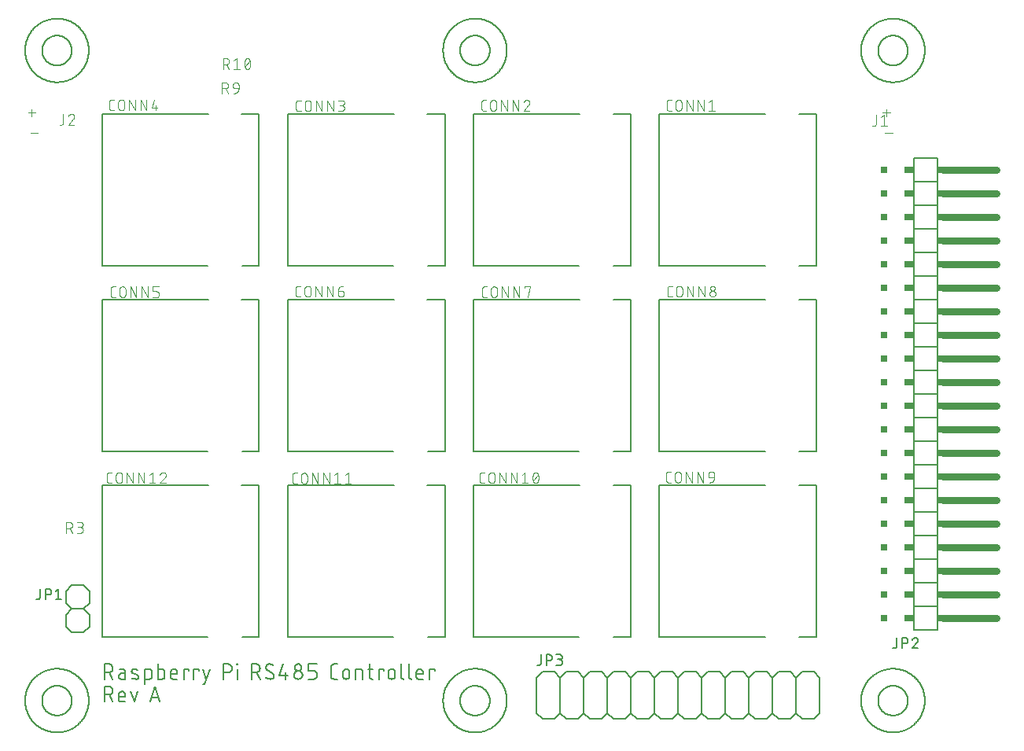
<source format=gbr>
G04 EAGLE Gerber RS-274X export*
G75*
%MOMM*%
%FSLAX34Y34*%
%LPD*%
%INSilkscreen Top*%
%IPPOS*%
%AMOC8*
5,1,8,0,0,1.08239X$1,22.5*%
G01*
%ADD10C,0.152400*%
%ADD11C,0.127000*%
%ADD12C,0.101600*%
%ADD13C,0.203200*%
%ADD14C,0.762000*%
%ADD15R,0.508000X0.762000*%
%ADD16R,1.016000X0.762000*%
%ADD17R,0.762000X0.762000*%


D10*
X101092Y73152D02*
X101092Y89408D01*
X105608Y89408D01*
X105741Y89406D01*
X105873Y89400D01*
X106005Y89390D01*
X106137Y89377D01*
X106269Y89359D01*
X106399Y89338D01*
X106530Y89313D01*
X106659Y89284D01*
X106787Y89251D01*
X106915Y89215D01*
X107041Y89175D01*
X107166Y89131D01*
X107290Y89083D01*
X107412Y89032D01*
X107533Y88977D01*
X107652Y88919D01*
X107770Y88857D01*
X107885Y88792D01*
X107999Y88723D01*
X108110Y88652D01*
X108219Y88576D01*
X108326Y88498D01*
X108431Y88417D01*
X108533Y88332D01*
X108633Y88245D01*
X108730Y88155D01*
X108825Y88062D01*
X108916Y87966D01*
X109005Y87868D01*
X109091Y87767D01*
X109174Y87663D01*
X109254Y87557D01*
X109330Y87449D01*
X109404Y87339D01*
X109474Y87226D01*
X109541Y87112D01*
X109604Y86995D01*
X109664Y86877D01*
X109721Y86757D01*
X109774Y86635D01*
X109823Y86512D01*
X109869Y86388D01*
X109911Y86262D01*
X109949Y86135D01*
X109984Y86007D01*
X110015Y85878D01*
X110042Y85749D01*
X110065Y85618D01*
X110085Y85487D01*
X110100Y85355D01*
X110112Y85223D01*
X110120Y85091D01*
X110124Y84958D01*
X110124Y84826D01*
X110120Y84693D01*
X110112Y84561D01*
X110100Y84429D01*
X110085Y84297D01*
X110065Y84166D01*
X110042Y84035D01*
X110015Y83906D01*
X109984Y83777D01*
X109949Y83649D01*
X109911Y83522D01*
X109869Y83396D01*
X109823Y83272D01*
X109774Y83149D01*
X109721Y83027D01*
X109664Y82907D01*
X109604Y82789D01*
X109541Y82672D01*
X109474Y82558D01*
X109404Y82445D01*
X109330Y82335D01*
X109254Y82227D01*
X109174Y82121D01*
X109091Y82017D01*
X109005Y81916D01*
X108916Y81818D01*
X108825Y81722D01*
X108730Y81629D01*
X108633Y81539D01*
X108533Y81452D01*
X108431Y81367D01*
X108326Y81286D01*
X108219Y81208D01*
X108110Y81132D01*
X107999Y81061D01*
X107885Y80992D01*
X107770Y80927D01*
X107652Y80865D01*
X107533Y80807D01*
X107412Y80752D01*
X107290Y80701D01*
X107166Y80653D01*
X107041Y80609D01*
X106915Y80569D01*
X106787Y80533D01*
X106659Y80500D01*
X106530Y80471D01*
X106399Y80446D01*
X106269Y80425D01*
X106137Y80407D01*
X106005Y80394D01*
X105873Y80384D01*
X105741Y80378D01*
X105608Y80376D01*
X105608Y80377D02*
X101092Y80377D01*
X106511Y80377D02*
X110123Y73152D01*
X119580Y79474D02*
X123644Y79474D01*
X119580Y79474D02*
X119468Y79472D01*
X119357Y79466D01*
X119246Y79456D01*
X119135Y79443D01*
X119025Y79425D01*
X118916Y79403D01*
X118807Y79378D01*
X118699Y79349D01*
X118593Y79316D01*
X118487Y79279D01*
X118383Y79239D01*
X118281Y79195D01*
X118180Y79147D01*
X118081Y79096D01*
X117983Y79041D01*
X117888Y78983D01*
X117795Y78922D01*
X117704Y78857D01*
X117615Y78789D01*
X117529Y78718D01*
X117446Y78645D01*
X117365Y78568D01*
X117286Y78488D01*
X117211Y78406D01*
X117139Y78321D01*
X117069Y78234D01*
X117003Y78144D01*
X116940Y78052D01*
X116880Y77957D01*
X116824Y77861D01*
X116771Y77763D01*
X116722Y77663D01*
X116676Y77561D01*
X116634Y77458D01*
X116595Y77353D01*
X116560Y77247D01*
X116529Y77140D01*
X116502Y77032D01*
X116478Y76923D01*
X116459Y76813D01*
X116443Y76703D01*
X116431Y76592D01*
X116423Y76480D01*
X116419Y76369D01*
X116419Y76257D01*
X116423Y76146D01*
X116431Y76034D01*
X116443Y75923D01*
X116459Y75813D01*
X116478Y75703D01*
X116502Y75594D01*
X116529Y75486D01*
X116560Y75379D01*
X116595Y75273D01*
X116634Y75168D01*
X116676Y75065D01*
X116722Y74963D01*
X116771Y74863D01*
X116824Y74765D01*
X116880Y74669D01*
X116940Y74574D01*
X117003Y74482D01*
X117069Y74392D01*
X117139Y74305D01*
X117211Y74220D01*
X117286Y74138D01*
X117365Y74058D01*
X117446Y73981D01*
X117529Y73908D01*
X117615Y73837D01*
X117704Y73769D01*
X117795Y73704D01*
X117888Y73643D01*
X117983Y73585D01*
X118081Y73530D01*
X118180Y73479D01*
X118281Y73431D01*
X118383Y73387D01*
X118487Y73347D01*
X118593Y73310D01*
X118699Y73277D01*
X118807Y73248D01*
X118916Y73223D01*
X119025Y73201D01*
X119135Y73183D01*
X119246Y73170D01*
X119357Y73160D01*
X119468Y73154D01*
X119580Y73152D01*
X123644Y73152D01*
X123644Y81280D01*
X123642Y81381D01*
X123636Y81482D01*
X123627Y81583D01*
X123614Y81684D01*
X123597Y81784D01*
X123576Y81883D01*
X123552Y81981D01*
X123524Y82078D01*
X123492Y82175D01*
X123457Y82270D01*
X123418Y82363D01*
X123376Y82455D01*
X123330Y82546D01*
X123281Y82635D01*
X123229Y82721D01*
X123173Y82806D01*
X123115Y82889D01*
X123053Y82969D01*
X122988Y83047D01*
X122921Y83123D01*
X122851Y83196D01*
X122778Y83266D01*
X122702Y83333D01*
X122624Y83398D01*
X122544Y83460D01*
X122461Y83518D01*
X122376Y83574D01*
X122290Y83626D01*
X122201Y83675D01*
X122110Y83721D01*
X122018Y83763D01*
X121925Y83802D01*
X121830Y83837D01*
X121733Y83869D01*
X121636Y83897D01*
X121538Y83921D01*
X121439Y83942D01*
X121339Y83959D01*
X121238Y83972D01*
X121137Y83981D01*
X121036Y83987D01*
X120935Y83989D01*
X117323Y83989D01*
X131915Y79474D02*
X136431Y77668D01*
X131915Y79474D02*
X131827Y79511D01*
X131741Y79552D01*
X131656Y79596D01*
X131573Y79644D01*
X131493Y79695D01*
X131414Y79749D01*
X131338Y79807D01*
X131264Y79867D01*
X131192Y79931D01*
X131124Y79997D01*
X131058Y80067D01*
X130995Y80138D01*
X130934Y80213D01*
X130877Y80289D01*
X130824Y80368D01*
X130773Y80449D01*
X130726Y80532D01*
X130682Y80617D01*
X130642Y80704D01*
X130605Y80792D01*
X130572Y80882D01*
X130542Y80973D01*
X130517Y81065D01*
X130495Y81158D01*
X130477Y81252D01*
X130462Y81346D01*
X130452Y81441D01*
X130446Y81537D01*
X130443Y81632D01*
X130444Y81728D01*
X130450Y81823D01*
X130459Y81919D01*
X130472Y82013D01*
X130488Y82107D01*
X130509Y82201D01*
X130534Y82293D01*
X130562Y82384D01*
X130594Y82474D01*
X130629Y82563D01*
X130668Y82650D01*
X130711Y82736D01*
X130757Y82820D01*
X130807Y82901D01*
X130859Y82981D01*
X130915Y83059D01*
X130975Y83134D01*
X131037Y83206D01*
X131102Y83276D01*
X131170Y83344D01*
X131240Y83408D01*
X131313Y83470D01*
X131389Y83528D01*
X131467Y83584D01*
X131547Y83636D01*
X131629Y83685D01*
X131713Y83730D01*
X131799Y83772D01*
X131886Y83811D01*
X131975Y83846D01*
X132066Y83877D01*
X132157Y83904D01*
X132250Y83928D01*
X132343Y83948D01*
X132437Y83964D01*
X132532Y83976D01*
X132627Y83985D01*
X132723Y83989D01*
X132818Y83990D01*
X133065Y83983D01*
X133311Y83971D01*
X133557Y83953D01*
X133803Y83928D01*
X134047Y83898D01*
X134291Y83862D01*
X134534Y83821D01*
X134776Y83773D01*
X135017Y83719D01*
X135256Y83660D01*
X135494Y83595D01*
X135730Y83524D01*
X135965Y83448D01*
X136198Y83366D01*
X136428Y83278D01*
X136656Y83185D01*
X136883Y83087D01*
X136431Y77667D02*
X136519Y77630D01*
X136605Y77589D01*
X136690Y77545D01*
X136773Y77497D01*
X136853Y77446D01*
X136932Y77392D01*
X137008Y77334D01*
X137082Y77274D01*
X137154Y77210D01*
X137222Y77144D01*
X137288Y77074D01*
X137351Y77003D01*
X137412Y76928D01*
X137469Y76852D01*
X137522Y76773D01*
X137573Y76692D01*
X137620Y76609D01*
X137664Y76524D01*
X137704Y76437D01*
X137741Y76349D01*
X137774Y76259D01*
X137804Y76168D01*
X137829Y76076D01*
X137851Y75983D01*
X137869Y75889D01*
X137884Y75795D01*
X137894Y75700D01*
X137900Y75604D01*
X137903Y75509D01*
X137902Y75413D01*
X137896Y75318D01*
X137887Y75222D01*
X137874Y75128D01*
X137858Y75034D01*
X137837Y74940D01*
X137812Y74848D01*
X137784Y74757D01*
X137752Y74667D01*
X137717Y74578D01*
X137678Y74491D01*
X137635Y74405D01*
X137589Y74321D01*
X137539Y74240D01*
X137487Y74160D01*
X137431Y74082D01*
X137371Y74007D01*
X137309Y73935D01*
X137244Y73865D01*
X137176Y73797D01*
X137106Y73733D01*
X137033Y73671D01*
X136957Y73613D01*
X136879Y73557D01*
X136799Y73505D01*
X136717Y73456D01*
X136633Y73411D01*
X136547Y73369D01*
X136460Y73330D01*
X136371Y73295D01*
X136280Y73264D01*
X136189Y73237D01*
X136096Y73213D01*
X136003Y73193D01*
X135909Y73177D01*
X135814Y73165D01*
X135719Y73156D01*
X135623Y73152D01*
X135528Y73151D01*
X135528Y73152D02*
X135166Y73161D01*
X134804Y73179D01*
X134443Y73206D01*
X134083Y73241D01*
X133723Y73284D01*
X133364Y73336D01*
X133007Y73397D01*
X132652Y73466D01*
X132298Y73543D01*
X131946Y73629D01*
X131596Y73723D01*
X131248Y73826D01*
X130903Y73936D01*
X130561Y74055D01*
X144702Y67733D02*
X144702Y83989D01*
X149218Y83989D01*
X149322Y83987D01*
X149425Y83981D01*
X149529Y83971D01*
X149632Y83957D01*
X149734Y83939D01*
X149835Y83918D01*
X149936Y83892D01*
X150035Y83863D01*
X150134Y83830D01*
X150231Y83793D01*
X150326Y83752D01*
X150420Y83708D01*
X150512Y83660D01*
X150602Y83609D01*
X150691Y83554D01*
X150777Y83496D01*
X150860Y83434D01*
X150942Y83370D01*
X151020Y83302D01*
X151096Y83232D01*
X151170Y83159D01*
X151240Y83082D01*
X151308Y83004D01*
X151372Y82922D01*
X151434Y82839D01*
X151492Y82753D01*
X151547Y82664D01*
X151598Y82574D01*
X151646Y82482D01*
X151690Y82388D01*
X151731Y82293D01*
X151768Y82196D01*
X151801Y82097D01*
X151830Y81998D01*
X151856Y81897D01*
X151877Y81796D01*
X151895Y81694D01*
X151909Y81591D01*
X151919Y81487D01*
X151925Y81384D01*
X151927Y81280D01*
X151927Y75861D01*
X151925Y75760D01*
X151919Y75659D01*
X151910Y75558D01*
X151897Y75457D01*
X151880Y75357D01*
X151859Y75258D01*
X151835Y75160D01*
X151807Y75063D01*
X151775Y74966D01*
X151740Y74871D01*
X151701Y74778D01*
X151659Y74686D01*
X151613Y74595D01*
X151564Y74506D01*
X151512Y74420D01*
X151456Y74335D01*
X151398Y74252D01*
X151336Y74172D01*
X151271Y74094D01*
X151204Y74018D01*
X151134Y73945D01*
X151061Y73875D01*
X150985Y73808D01*
X150907Y73743D01*
X150827Y73681D01*
X150744Y73623D01*
X150659Y73567D01*
X150573Y73515D01*
X150484Y73466D01*
X150393Y73420D01*
X150301Y73378D01*
X150208Y73339D01*
X150113Y73304D01*
X150016Y73272D01*
X149919Y73244D01*
X149821Y73220D01*
X149722Y73199D01*
X149622Y73182D01*
X149521Y73169D01*
X149420Y73160D01*
X149319Y73154D01*
X149218Y73152D01*
X144702Y73152D01*
X158770Y73152D02*
X158770Y89408D01*
X158770Y73152D02*
X163286Y73152D01*
X163390Y73154D01*
X163493Y73160D01*
X163597Y73170D01*
X163700Y73184D01*
X163802Y73202D01*
X163903Y73223D01*
X164004Y73249D01*
X164103Y73278D01*
X164202Y73311D01*
X164299Y73348D01*
X164394Y73389D01*
X164488Y73433D01*
X164580Y73481D01*
X164670Y73532D01*
X164759Y73587D01*
X164845Y73645D01*
X164928Y73707D01*
X165010Y73771D01*
X165088Y73839D01*
X165164Y73909D01*
X165238Y73982D01*
X165308Y74059D01*
X165376Y74137D01*
X165440Y74219D01*
X165502Y74302D01*
X165560Y74388D01*
X165615Y74477D01*
X165666Y74567D01*
X165714Y74659D01*
X165758Y74753D01*
X165799Y74848D01*
X165836Y74945D01*
X165869Y75044D01*
X165898Y75143D01*
X165924Y75244D01*
X165945Y75345D01*
X165963Y75447D01*
X165977Y75550D01*
X165987Y75654D01*
X165993Y75757D01*
X165995Y75861D01*
X165995Y81280D01*
X165993Y81381D01*
X165987Y81482D01*
X165978Y81583D01*
X165965Y81684D01*
X165948Y81784D01*
X165927Y81883D01*
X165903Y81981D01*
X165875Y82078D01*
X165843Y82175D01*
X165808Y82270D01*
X165769Y82363D01*
X165727Y82455D01*
X165681Y82546D01*
X165632Y82635D01*
X165580Y82721D01*
X165524Y82806D01*
X165466Y82889D01*
X165404Y82969D01*
X165339Y83047D01*
X165272Y83123D01*
X165202Y83196D01*
X165129Y83266D01*
X165053Y83333D01*
X164975Y83398D01*
X164895Y83460D01*
X164812Y83518D01*
X164727Y83574D01*
X164641Y83626D01*
X164552Y83675D01*
X164461Y83721D01*
X164369Y83763D01*
X164276Y83802D01*
X164181Y83837D01*
X164084Y83869D01*
X163987Y83897D01*
X163889Y83921D01*
X163790Y83942D01*
X163690Y83959D01*
X163589Y83972D01*
X163488Y83981D01*
X163387Y83987D01*
X163286Y83989D01*
X158770Y83989D01*
X174953Y73152D02*
X179469Y73152D01*
X174953Y73152D02*
X174852Y73154D01*
X174751Y73160D01*
X174650Y73169D01*
X174549Y73182D01*
X174449Y73199D01*
X174350Y73220D01*
X174252Y73244D01*
X174155Y73272D01*
X174058Y73304D01*
X173963Y73339D01*
X173870Y73378D01*
X173778Y73420D01*
X173687Y73466D01*
X173599Y73515D01*
X173512Y73567D01*
X173427Y73623D01*
X173344Y73681D01*
X173264Y73743D01*
X173186Y73808D01*
X173110Y73875D01*
X173037Y73945D01*
X172967Y74018D01*
X172900Y74094D01*
X172835Y74172D01*
X172773Y74252D01*
X172715Y74335D01*
X172659Y74420D01*
X172607Y74507D01*
X172558Y74595D01*
X172512Y74686D01*
X172470Y74778D01*
X172431Y74871D01*
X172396Y74966D01*
X172364Y75063D01*
X172336Y75160D01*
X172312Y75258D01*
X172291Y75357D01*
X172274Y75457D01*
X172261Y75558D01*
X172252Y75659D01*
X172246Y75760D01*
X172244Y75861D01*
X172244Y80377D01*
X172246Y80496D01*
X172252Y80616D01*
X172262Y80735D01*
X172276Y80853D01*
X172293Y80972D01*
X172315Y81089D01*
X172340Y81206D01*
X172370Y81321D01*
X172403Y81436D01*
X172440Y81550D01*
X172480Y81662D01*
X172525Y81773D01*
X172573Y81882D01*
X172624Y81990D01*
X172679Y82096D01*
X172738Y82200D01*
X172800Y82302D01*
X172865Y82402D01*
X172934Y82500D01*
X173006Y82596D01*
X173081Y82689D01*
X173158Y82779D01*
X173239Y82867D01*
X173323Y82952D01*
X173410Y83034D01*
X173499Y83114D01*
X173591Y83190D01*
X173685Y83264D01*
X173782Y83334D01*
X173880Y83401D01*
X173981Y83465D01*
X174085Y83525D01*
X174190Y83582D01*
X174297Y83635D01*
X174405Y83685D01*
X174515Y83731D01*
X174627Y83773D01*
X174740Y83812D01*
X174854Y83847D01*
X174969Y83878D01*
X175086Y83906D01*
X175203Y83929D01*
X175320Y83949D01*
X175439Y83965D01*
X175558Y83977D01*
X175677Y83985D01*
X175796Y83989D01*
X175916Y83989D01*
X176035Y83985D01*
X176154Y83977D01*
X176273Y83965D01*
X176392Y83949D01*
X176509Y83929D01*
X176626Y83906D01*
X176743Y83878D01*
X176858Y83847D01*
X176972Y83812D01*
X177085Y83773D01*
X177197Y83731D01*
X177307Y83685D01*
X177415Y83635D01*
X177522Y83582D01*
X177627Y83525D01*
X177731Y83465D01*
X177832Y83401D01*
X177930Y83334D01*
X178027Y83264D01*
X178121Y83190D01*
X178213Y83114D01*
X178302Y83034D01*
X178389Y82952D01*
X178473Y82867D01*
X178554Y82779D01*
X178631Y82689D01*
X178706Y82596D01*
X178778Y82500D01*
X178847Y82402D01*
X178912Y82302D01*
X178974Y82200D01*
X179033Y82096D01*
X179088Y81990D01*
X179139Y81882D01*
X179187Y81773D01*
X179232Y81662D01*
X179272Y81550D01*
X179309Y81436D01*
X179342Y81321D01*
X179372Y81206D01*
X179397Y81089D01*
X179419Y80972D01*
X179436Y80853D01*
X179450Y80735D01*
X179460Y80616D01*
X179466Y80496D01*
X179468Y80377D01*
X179469Y80377D02*
X179469Y78571D01*
X172244Y78571D01*
X186397Y73152D02*
X186397Y83989D01*
X191816Y83989D01*
X191816Y82183D01*
X197339Y83989D02*
X197339Y73152D01*
X197339Y83989D02*
X202758Y83989D01*
X202758Y82183D01*
X207154Y67733D02*
X208960Y67733D01*
X214379Y83989D01*
X207154Y83989D02*
X210766Y73152D01*
X229387Y73152D02*
X229387Y89408D01*
X233903Y89408D01*
X234036Y89406D01*
X234168Y89400D01*
X234300Y89390D01*
X234432Y89377D01*
X234564Y89359D01*
X234694Y89338D01*
X234825Y89313D01*
X234954Y89284D01*
X235082Y89251D01*
X235210Y89215D01*
X235336Y89175D01*
X235461Y89131D01*
X235585Y89083D01*
X235707Y89032D01*
X235828Y88977D01*
X235947Y88919D01*
X236065Y88857D01*
X236180Y88792D01*
X236294Y88723D01*
X236405Y88652D01*
X236514Y88576D01*
X236621Y88498D01*
X236726Y88417D01*
X236828Y88332D01*
X236928Y88245D01*
X237025Y88155D01*
X237120Y88062D01*
X237211Y87966D01*
X237300Y87868D01*
X237386Y87767D01*
X237469Y87663D01*
X237549Y87557D01*
X237625Y87449D01*
X237699Y87339D01*
X237769Y87226D01*
X237836Y87112D01*
X237899Y86995D01*
X237959Y86877D01*
X238016Y86757D01*
X238069Y86635D01*
X238118Y86512D01*
X238164Y86388D01*
X238206Y86262D01*
X238244Y86135D01*
X238279Y86007D01*
X238310Y85878D01*
X238337Y85749D01*
X238360Y85618D01*
X238380Y85487D01*
X238395Y85355D01*
X238407Y85223D01*
X238415Y85091D01*
X238419Y84958D01*
X238419Y84826D01*
X238415Y84693D01*
X238407Y84561D01*
X238395Y84429D01*
X238380Y84297D01*
X238360Y84166D01*
X238337Y84035D01*
X238310Y83906D01*
X238279Y83777D01*
X238244Y83649D01*
X238206Y83522D01*
X238164Y83396D01*
X238118Y83272D01*
X238069Y83149D01*
X238016Y83027D01*
X237959Y82907D01*
X237899Y82789D01*
X237836Y82672D01*
X237769Y82558D01*
X237699Y82445D01*
X237625Y82335D01*
X237549Y82227D01*
X237469Y82121D01*
X237386Y82017D01*
X237300Y81916D01*
X237211Y81818D01*
X237120Y81722D01*
X237025Y81629D01*
X236928Y81539D01*
X236828Y81452D01*
X236726Y81367D01*
X236621Y81286D01*
X236514Y81208D01*
X236405Y81132D01*
X236294Y81061D01*
X236180Y80992D01*
X236065Y80927D01*
X235947Y80865D01*
X235828Y80807D01*
X235707Y80752D01*
X235585Y80701D01*
X235461Y80653D01*
X235336Y80609D01*
X235210Y80569D01*
X235082Y80533D01*
X234954Y80500D01*
X234825Y80471D01*
X234694Y80446D01*
X234564Y80425D01*
X234432Y80407D01*
X234300Y80394D01*
X234168Y80384D01*
X234036Y80378D01*
X233903Y80376D01*
X233903Y80377D02*
X229387Y80377D01*
X244113Y83989D02*
X244113Y73152D01*
X243661Y88505D02*
X243661Y89408D01*
X244564Y89408D01*
X244564Y88505D01*
X243661Y88505D01*
X259488Y89408D02*
X259488Y73152D01*
X259488Y89408D02*
X264004Y89408D01*
X264137Y89406D01*
X264269Y89400D01*
X264401Y89390D01*
X264533Y89377D01*
X264665Y89359D01*
X264795Y89338D01*
X264926Y89313D01*
X265055Y89284D01*
X265183Y89251D01*
X265311Y89215D01*
X265437Y89175D01*
X265562Y89131D01*
X265686Y89083D01*
X265808Y89032D01*
X265929Y88977D01*
X266048Y88919D01*
X266166Y88857D01*
X266281Y88792D01*
X266395Y88723D01*
X266506Y88652D01*
X266615Y88576D01*
X266722Y88498D01*
X266827Y88417D01*
X266929Y88332D01*
X267029Y88245D01*
X267126Y88155D01*
X267221Y88062D01*
X267312Y87966D01*
X267401Y87868D01*
X267487Y87767D01*
X267570Y87663D01*
X267650Y87557D01*
X267726Y87449D01*
X267800Y87339D01*
X267870Y87226D01*
X267937Y87112D01*
X268000Y86995D01*
X268060Y86877D01*
X268117Y86757D01*
X268170Y86635D01*
X268219Y86512D01*
X268265Y86388D01*
X268307Y86262D01*
X268345Y86135D01*
X268380Y86007D01*
X268411Y85878D01*
X268438Y85749D01*
X268461Y85618D01*
X268481Y85487D01*
X268496Y85355D01*
X268508Y85223D01*
X268516Y85091D01*
X268520Y84958D01*
X268520Y84826D01*
X268516Y84693D01*
X268508Y84561D01*
X268496Y84429D01*
X268481Y84297D01*
X268461Y84166D01*
X268438Y84035D01*
X268411Y83906D01*
X268380Y83777D01*
X268345Y83649D01*
X268307Y83522D01*
X268265Y83396D01*
X268219Y83272D01*
X268170Y83149D01*
X268117Y83027D01*
X268060Y82907D01*
X268000Y82789D01*
X267937Y82672D01*
X267870Y82558D01*
X267800Y82445D01*
X267726Y82335D01*
X267650Y82227D01*
X267570Y82121D01*
X267487Y82017D01*
X267401Y81916D01*
X267312Y81818D01*
X267221Y81722D01*
X267126Y81629D01*
X267029Y81539D01*
X266929Y81452D01*
X266827Y81367D01*
X266722Y81286D01*
X266615Y81208D01*
X266506Y81132D01*
X266395Y81061D01*
X266281Y80992D01*
X266166Y80927D01*
X266048Y80865D01*
X265929Y80807D01*
X265808Y80752D01*
X265686Y80701D01*
X265562Y80653D01*
X265437Y80609D01*
X265311Y80569D01*
X265183Y80533D01*
X265055Y80500D01*
X264926Y80471D01*
X264795Y80446D01*
X264665Y80425D01*
X264533Y80407D01*
X264401Y80394D01*
X264269Y80384D01*
X264137Y80378D01*
X264004Y80376D01*
X264004Y80377D02*
X259488Y80377D01*
X264907Y80377D02*
X268519Y73152D01*
X279926Y73152D02*
X280044Y73154D01*
X280162Y73160D01*
X280280Y73169D01*
X280397Y73183D01*
X280514Y73200D01*
X280631Y73221D01*
X280746Y73246D01*
X280861Y73275D01*
X280975Y73308D01*
X281087Y73344D01*
X281198Y73384D01*
X281308Y73427D01*
X281417Y73474D01*
X281524Y73524D01*
X281629Y73579D01*
X281732Y73636D01*
X281833Y73697D01*
X281933Y73761D01*
X282030Y73828D01*
X282125Y73898D01*
X282217Y73972D01*
X282308Y74048D01*
X282395Y74128D01*
X282480Y74210D01*
X282562Y74295D01*
X282642Y74382D01*
X282718Y74473D01*
X282792Y74565D01*
X282862Y74660D01*
X282929Y74757D01*
X282993Y74857D01*
X283054Y74958D01*
X283111Y75061D01*
X283166Y75166D01*
X283216Y75273D01*
X283263Y75382D01*
X283306Y75492D01*
X283346Y75603D01*
X283382Y75715D01*
X283415Y75829D01*
X283444Y75944D01*
X283469Y76059D01*
X283490Y76176D01*
X283507Y76293D01*
X283521Y76410D01*
X283530Y76528D01*
X283536Y76646D01*
X283538Y76764D01*
X279926Y73152D02*
X279743Y73154D01*
X279561Y73161D01*
X279379Y73172D01*
X279197Y73187D01*
X279015Y73207D01*
X278834Y73230D01*
X278654Y73259D01*
X278474Y73291D01*
X278295Y73328D01*
X278118Y73369D01*
X277941Y73415D01*
X277765Y73464D01*
X277591Y73518D01*
X277417Y73576D01*
X277246Y73638D01*
X277076Y73704D01*
X276907Y73775D01*
X276740Y73849D01*
X276575Y73927D01*
X276412Y74009D01*
X276251Y74095D01*
X276092Y74185D01*
X275935Y74279D01*
X275781Y74376D01*
X275629Y74477D01*
X275479Y74582D01*
X275332Y74690D01*
X275188Y74801D01*
X275046Y74916D01*
X274907Y75035D01*
X274771Y75157D01*
X274638Y75282D01*
X274508Y75410D01*
X274959Y85796D02*
X274961Y85914D01*
X274967Y86032D01*
X274976Y86150D01*
X274990Y86267D01*
X275007Y86384D01*
X275028Y86501D01*
X275053Y86616D01*
X275082Y86731D01*
X275115Y86845D01*
X275151Y86957D01*
X275191Y87068D01*
X275234Y87178D01*
X275281Y87287D01*
X275331Y87394D01*
X275386Y87499D01*
X275443Y87602D01*
X275504Y87703D01*
X275568Y87803D01*
X275635Y87900D01*
X275705Y87995D01*
X275779Y88087D01*
X275855Y88178D01*
X275935Y88265D01*
X276017Y88350D01*
X276102Y88432D01*
X276189Y88512D01*
X276280Y88588D01*
X276372Y88662D01*
X276467Y88732D01*
X276564Y88799D01*
X276664Y88863D01*
X276765Y88924D01*
X276868Y88982D01*
X276973Y89036D01*
X277080Y89086D01*
X277189Y89133D01*
X277299Y89177D01*
X277410Y89216D01*
X277523Y89252D01*
X277636Y89285D01*
X277751Y89314D01*
X277866Y89339D01*
X277983Y89360D01*
X278100Y89377D01*
X278217Y89391D01*
X278335Y89400D01*
X278453Y89406D01*
X278571Y89408D01*
X278732Y89406D01*
X278894Y89400D01*
X279055Y89391D01*
X279216Y89377D01*
X279376Y89360D01*
X279536Y89339D01*
X279696Y89314D01*
X279855Y89285D01*
X280013Y89253D01*
X280170Y89217D01*
X280326Y89177D01*
X280482Y89133D01*
X280636Y89085D01*
X280789Y89034D01*
X280941Y88980D01*
X281092Y88921D01*
X281241Y88860D01*
X281388Y88794D01*
X281534Y88725D01*
X281679Y88653D01*
X281821Y88577D01*
X281962Y88498D01*
X282101Y88416D01*
X282237Y88330D01*
X282372Y88241D01*
X282505Y88149D01*
X282635Y88053D01*
X276764Y82635D02*
X276663Y82697D01*
X276563Y82762D01*
X276466Y82831D01*
X276371Y82903D01*
X276278Y82977D01*
X276188Y83055D01*
X276100Y83136D01*
X276015Y83219D01*
X275933Y83305D01*
X275854Y83394D01*
X275777Y83485D01*
X275704Y83579D01*
X275633Y83675D01*
X275566Y83773D01*
X275502Y83873D01*
X275441Y83976D01*
X275384Y84080D01*
X275330Y84186D01*
X275280Y84294D01*
X275233Y84403D01*
X275189Y84514D01*
X275149Y84626D01*
X275113Y84740D01*
X275081Y84854D01*
X275052Y84970D01*
X275027Y85086D01*
X275006Y85203D01*
X274989Y85321D01*
X274975Y85439D01*
X274966Y85558D01*
X274960Y85677D01*
X274958Y85796D01*
X281732Y79925D02*
X281833Y79863D01*
X281933Y79798D01*
X282030Y79729D01*
X282125Y79657D01*
X282218Y79583D01*
X282308Y79505D01*
X282396Y79424D01*
X282481Y79341D01*
X282563Y79255D01*
X282642Y79166D01*
X282719Y79075D01*
X282792Y78981D01*
X282863Y78885D01*
X282930Y78787D01*
X282994Y78687D01*
X283055Y78584D01*
X283112Y78480D01*
X283166Y78374D01*
X283216Y78266D01*
X283263Y78157D01*
X283307Y78046D01*
X283347Y77934D01*
X283383Y77820D01*
X283415Y77706D01*
X283444Y77590D01*
X283469Y77474D01*
X283490Y77357D01*
X283507Y77239D01*
X283521Y77121D01*
X283530Y77002D01*
X283536Y76883D01*
X283538Y76764D01*
X281732Y79925D02*
X276765Y82635D01*
X289617Y76764D02*
X293230Y89408D01*
X289617Y76764D02*
X298648Y76764D01*
X295939Y80377D02*
X295939Y73152D01*
X305248Y77668D02*
X305250Y77801D01*
X305256Y77933D01*
X305266Y78065D01*
X305279Y78197D01*
X305297Y78329D01*
X305318Y78459D01*
X305343Y78590D01*
X305372Y78719D01*
X305405Y78847D01*
X305441Y78975D01*
X305481Y79101D01*
X305525Y79226D01*
X305573Y79350D01*
X305624Y79472D01*
X305679Y79593D01*
X305737Y79712D01*
X305799Y79830D01*
X305864Y79945D01*
X305933Y80059D01*
X306004Y80170D01*
X306080Y80279D01*
X306158Y80386D01*
X306239Y80491D01*
X306324Y80593D01*
X306411Y80693D01*
X306501Y80790D01*
X306594Y80885D01*
X306690Y80976D01*
X306788Y81065D01*
X306889Y81151D01*
X306993Y81234D01*
X307099Y81314D01*
X307207Y81390D01*
X307317Y81464D01*
X307430Y81534D01*
X307544Y81601D01*
X307661Y81664D01*
X307779Y81724D01*
X307899Y81781D01*
X308021Y81834D01*
X308144Y81883D01*
X308268Y81929D01*
X308394Y81971D01*
X308521Y82009D01*
X308649Y82044D01*
X308778Y82075D01*
X308907Y82102D01*
X309038Y82125D01*
X309169Y82145D01*
X309301Y82160D01*
X309433Y82172D01*
X309565Y82180D01*
X309698Y82184D01*
X309830Y82184D01*
X309963Y82180D01*
X310095Y82172D01*
X310227Y82160D01*
X310359Y82145D01*
X310490Y82125D01*
X310621Y82102D01*
X310750Y82075D01*
X310879Y82044D01*
X311007Y82009D01*
X311134Y81971D01*
X311260Y81929D01*
X311384Y81883D01*
X311507Y81834D01*
X311629Y81781D01*
X311749Y81724D01*
X311867Y81664D01*
X311984Y81601D01*
X312098Y81534D01*
X312211Y81464D01*
X312321Y81390D01*
X312429Y81314D01*
X312535Y81234D01*
X312639Y81151D01*
X312740Y81065D01*
X312838Y80976D01*
X312934Y80885D01*
X313027Y80790D01*
X313117Y80693D01*
X313204Y80593D01*
X313289Y80491D01*
X313370Y80386D01*
X313448Y80279D01*
X313524Y80170D01*
X313595Y80059D01*
X313664Y79945D01*
X313729Y79830D01*
X313791Y79712D01*
X313849Y79593D01*
X313904Y79472D01*
X313955Y79350D01*
X314003Y79226D01*
X314047Y79101D01*
X314087Y78975D01*
X314123Y78847D01*
X314156Y78719D01*
X314185Y78590D01*
X314210Y78459D01*
X314231Y78329D01*
X314249Y78197D01*
X314262Y78065D01*
X314272Y77933D01*
X314278Y77801D01*
X314280Y77668D01*
X314278Y77535D01*
X314272Y77403D01*
X314262Y77271D01*
X314249Y77139D01*
X314231Y77007D01*
X314210Y76877D01*
X314185Y76746D01*
X314156Y76617D01*
X314123Y76489D01*
X314087Y76361D01*
X314047Y76235D01*
X314003Y76110D01*
X313955Y75986D01*
X313904Y75864D01*
X313849Y75743D01*
X313791Y75624D01*
X313729Y75506D01*
X313664Y75391D01*
X313595Y75277D01*
X313524Y75166D01*
X313448Y75057D01*
X313370Y74950D01*
X313289Y74845D01*
X313204Y74743D01*
X313117Y74643D01*
X313027Y74546D01*
X312934Y74451D01*
X312838Y74360D01*
X312740Y74271D01*
X312639Y74185D01*
X312535Y74102D01*
X312429Y74022D01*
X312321Y73946D01*
X312211Y73872D01*
X312098Y73802D01*
X311984Y73735D01*
X311867Y73672D01*
X311749Y73612D01*
X311629Y73555D01*
X311507Y73502D01*
X311384Y73453D01*
X311260Y73407D01*
X311134Y73365D01*
X311007Y73327D01*
X310879Y73292D01*
X310750Y73261D01*
X310621Y73234D01*
X310490Y73211D01*
X310359Y73191D01*
X310227Y73176D01*
X310095Y73164D01*
X309963Y73156D01*
X309830Y73152D01*
X309698Y73152D01*
X309565Y73156D01*
X309433Y73164D01*
X309301Y73176D01*
X309169Y73191D01*
X309038Y73211D01*
X308907Y73234D01*
X308778Y73261D01*
X308649Y73292D01*
X308521Y73327D01*
X308394Y73365D01*
X308268Y73407D01*
X308144Y73453D01*
X308021Y73502D01*
X307899Y73555D01*
X307779Y73612D01*
X307661Y73672D01*
X307544Y73735D01*
X307430Y73802D01*
X307317Y73872D01*
X307207Y73946D01*
X307099Y74022D01*
X306993Y74102D01*
X306889Y74185D01*
X306788Y74271D01*
X306690Y74360D01*
X306594Y74451D01*
X306501Y74546D01*
X306411Y74643D01*
X306324Y74743D01*
X306239Y74845D01*
X306158Y74950D01*
X306080Y75057D01*
X306004Y75166D01*
X305933Y75277D01*
X305864Y75391D01*
X305799Y75506D01*
X305737Y75624D01*
X305679Y75743D01*
X305624Y75864D01*
X305573Y75986D01*
X305525Y76110D01*
X305481Y76235D01*
X305441Y76361D01*
X305405Y76489D01*
X305372Y76617D01*
X305343Y76746D01*
X305318Y76877D01*
X305297Y77007D01*
X305279Y77139D01*
X305266Y77271D01*
X305256Y77403D01*
X305250Y77535D01*
X305248Y77668D01*
X306152Y85796D02*
X306154Y85915D01*
X306160Y86035D01*
X306170Y86154D01*
X306184Y86272D01*
X306201Y86391D01*
X306223Y86508D01*
X306248Y86625D01*
X306278Y86740D01*
X306311Y86855D01*
X306348Y86969D01*
X306388Y87081D01*
X306433Y87192D01*
X306481Y87301D01*
X306532Y87409D01*
X306587Y87515D01*
X306646Y87619D01*
X306708Y87721D01*
X306773Y87821D01*
X306842Y87919D01*
X306914Y88015D01*
X306989Y88108D01*
X307066Y88198D01*
X307147Y88286D01*
X307231Y88371D01*
X307318Y88453D01*
X307407Y88533D01*
X307499Y88609D01*
X307593Y88683D01*
X307690Y88753D01*
X307788Y88820D01*
X307889Y88884D01*
X307993Y88944D01*
X308098Y89001D01*
X308205Y89054D01*
X308313Y89104D01*
X308423Y89150D01*
X308535Y89192D01*
X308648Y89231D01*
X308762Y89266D01*
X308877Y89297D01*
X308994Y89325D01*
X309111Y89348D01*
X309228Y89368D01*
X309347Y89384D01*
X309466Y89396D01*
X309585Y89404D01*
X309704Y89408D01*
X309824Y89408D01*
X309943Y89404D01*
X310062Y89396D01*
X310181Y89384D01*
X310300Y89368D01*
X310417Y89348D01*
X310534Y89325D01*
X310651Y89297D01*
X310766Y89266D01*
X310880Y89231D01*
X310993Y89192D01*
X311105Y89150D01*
X311215Y89104D01*
X311323Y89054D01*
X311430Y89001D01*
X311535Y88944D01*
X311639Y88884D01*
X311740Y88820D01*
X311838Y88753D01*
X311935Y88683D01*
X312029Y88609D01*
X312121Y88533D01*
X312210Y88453D01*
X312297Y88371D01*
X312381Y88286D01*
X312462Y88198D01*
X312539Y88108D01*
X312614Y88015D01*
X312686Y87919D01*
X312755Y87821D01*
X312820Y87721D01*
X312882Y87619D01*
X312941Y87515D01*
X312996Y87409D01*
X313047Y87301D01*
X313095Y87192D01*
X313140Y87081D01*
X313180Y86969D01*
X313217Y86855D01*
X313250Y86740D01*
X313280Y86625D01*
X313305Y86508D01*
X313327Y86391D01*
X313344Y86272D01*
X313358Y86154D01*
X313368Y86035D01*
X313374Y85915D01*
X313376Y85796D01*
X313374Y85677D01*
X313368Y85557D01*
X313358Y85438D01*
X313344Y85320D01*
X313327Y85201D01*
X313305Y85084D01*
X313280Y84967D01*
X313250Y84852D01*
X313217Y84737D01*
X313180Y84623D01*
X313140Y84511D01*
X313095Y84400D01*
X313047Y84291D01*
X312996Y84183D01*
X312941Y84077D01*
X312882Y83973D01*
X312820Y83871D01*
X312755Y83771D01*
X312686Y83673D01*
X312614Y83577D01*
X312539Y83484D01*
X312462Y83394D01*
X312381Y83306D01*
X312297Y83221D01*
X312210Y83139D01*
X312121Y83059D01*
X312029Y82983D01*
X311935Y82909D01*
X311838Y82839D01*
X311740Y82772D01*
X311639Y82708D01*
X311535Y82648D01*
X311430Y82591D01*
X311323Y82538D01*
X311215Y82488D01*
X311105Y82442D01*
X310993Y82400D01*
X310880Y82361D01*
X310766Y82326D01*
X310651Y82295D01*
X310534Y82267D01*
X310417Y82244D01*
X310300Y82224D01*
X310181Y82208D01*
X310062Y82196D01*
X309943Y82188D01*
X309824Y82184D01*
X309704Y82184D01*
X309585Y82188D01*
X309466Y82196D01*
X309347Y82208D01*
X309228Y82224D01*
X309111Y82244D01*
X308994Y82267D01*
X308877Y82295D01*
X308762Y82326D01*
X308648Y82361D01*
X308535Y82400D01*
X308423Y82442D01*
X308313Y82488D01*
X308205Y82538D01*
X308098Y82591D01*
X307993Y82648D01*
X307889Y82708D01*
X307788Y82772D01*
X307690Y82839D01*
X307593Y82909D01*
X307499Y82983D01*
X307407Y83059D01*
X307318Y83139D01*
X307231Y83221D01*
X307147Y83306D01*
X307066Y83394D01*
X306989Y83484D01*
X306914Y83577D01*
X306842Y83673D01*
X306773Y83771D01*
X306708Y83871D01*
X306646Y83973D01*
X306587Y84077D01*
X306532Y84183D01*
X306481Y84291D01*
X306433Y84400D01*
X306388Y84511D01*
X306348Y84623D01*
X306311Y84737D01*
X306278Y84852D01*
X306248Y84967D01*
X306223Y85084D01*
X306201Y85201D01*
X306184Y85320D01*
X306170Y85438D01*
X306160Y85557D01*
X306154Y85677D01*
X306152Y85796D01*
X320880Y73152D02*
X326298Y73152D01*
X326416Y73154D01*
X326534Y73160D01*
X326652Y73169D01*
X326769Y73183D01*
X326886Y73200D01*
X327003Y73221D01*
X327118Y73246D01*
X327233Y73275D01*
X327347Y73308D01*
X327459Y73344D01*
X327570Y73384D01*
X327680Y73427D01*
X327789Y73474D01*
X327896Y73524D01*
X328001Y73579D01*
X328104Y73636D01*
X328205Y73697D01*
X328305Y73761D01*
X328402Y73828D01*
X328497Y73898D01*
X328589Y73972D01*
X328680Y74048D01*
X328767Y74128D01*
X328852Y74210D01*
X328934Y74295D01*
X329014Y74382D01*
X329090Y74473D01*
X329164Y74565D01*
X329234Y74660D01*
X329301Y74757D01*
X329365Y74857D01*
X329426Y74958D01*
X329483Y75061D01*
X329538Y75166D01*
X329588Y75273D01*
X329635Y75382D01*
X329678Y75492D01*
X329718Y75603D01*
X329754Y75715D01*
X329787Y75829D01*
X329816Y75944D01*
X329841Y76059D01*
X329862Y76176D01*
X329879Y76293D01*
X329893Y76410D01*
X329902Y76528D01*
X329908Y76646D01*
X329910Y76764D01*
X329911Y76764D02*
X329911Y78571D01*
X329910Y78571D02*
X329908Y78689D01*
X329902Y78807D01*
X329893Y78925D01*
X329879Y79042D01*
X329862Y79159D01*
X329841Y79276D01*
X329816Y79391D01*
X329787Y79506D01*
X329754Y79620D01*
X329718Y79732D01*
X329678Y79843D01*
X329635Y79953D01*
X329588Y80062D01*
X329538Y80169D01*
X329483Y80274D01*
X329426Y80377D01*
X329365Y80478D01*
X329301Y80578D01*
X329234Y80675D01*
X329164Y80770D01*
X329090Y80862D01*
X329014Y80953D01*
X328934Y81040D01*
X328852Y81125D01*
X328767Y81207D01*
X328680Y81287D01*
X328589Y81363D01*
X328497Y81437D01*
X328402Y81507D01*
X328305Y81574D01*
X328205Y81638D01*
X328104Y81699D01*
X328001Y81756D01*
X327896Y81811D01*
X327789Y81861D01*
X327680Y81908D01*
X327570Y81951D01*
X327459Y81991D01*
X327347Y82027D01*
X327233Y82060D01*
X327118Y82089D01*
X327003Y82114D01*
X326886Y82135D01*
X326769Y82152D01*
X326652Y82166D01*
X326534Y82175D01*
X326416Y82181D01*
X326298Y82183D01*
X320880Y82183D01*
X320880Y89408D01*
X329911Y89408D01*
X348420Y73152D02*
X352033Y73152D01*
X348420Y73152D02*
X348302Y73154D01*
X348184Y73160D01*
X348066Y73169D01*
X347949Y73183D01*
X347832Y73200D01*
X347715Y73221D01*
X347600Y73246D01*
X347485Y73275D01*
X347371Y73308D01*
X347259Y73344D01*
X347148Y73384D01*
X347038Y73427D01*
X346929Y73474D01*
X346822Y73524D01*
X346717Y73579D01*
X346614Y73636D01*
X346513Y73697D01*
X346413Y73761D01*
X346316Y73828D01*
X346221Y73898D01*
X346129Y73972D01*
X346038Y74048D01*
X345951Y74128D01*
X345866Y74210D01*
X345784Y74295D01*
X345704Y74382D01*
X345628Y74473D01*
X345554Y74565D01*
X345484Y74660D01*
X345417Y74757D01*
X345353Y74857D01*
X345292Y74958D01*
X345235Y75061D01*
X345180Y75166D01*
X345130Y75273D01*
X345083Y75382D01*
X345040Y75492D01*
X345000Y75603D01*
X344964Y75715D01*
X344931Y75829D01*
X344902Y75944D01*
X344877Y76059D01*
X344856Y76176D01*
X344839Y76293D01*
X344825Y76410D01*
X344816Y76528D01*
X344810Y76646D01*
X344808Y76764D01*
X344808Y85796D01*
X344810Y85914D01*
X344816Y86032D01*
X344825Y86150D01*
X344839Y86267D01*
X344856Y86384D01*
X344877Y86501D01*
X344902Y86616D01*
X344931Y86731D01*
X344964Y86845D01*
X345000Y86957D01*
X345040Y87068D01*
X345083Y87178D01*
X345130Y87287D01*
X345180Y87394D01*
X345234Y87499D01*
X345292Y87602D01*
X345353Y87703D01*
X345417Y87803D01*
X345484Y87900D01*
X345554Y87995D01*
X345628Y88087D01*
X345704Y88178D01*
X345784Y88265D01*
X345866Y88350D01*
X345951Y88432D01*
X346038Y88512D01*
X346129Y88588D01*
X346221Y88662D01*
X346316Y88732D01*
X346413Y88799D01*
X346513Y88863D01*
X346614Y88924D01*
X346717Y88981D01*
X346822Y89035D01*
X346929Y89086D01*
X347038Y89133D01*
X347148Y89176D01*
X347259Y89216D01*
X347371Y89252D01*
X347485Y89285D01*
X347600Y89314D01*
X347715Y89339D01*
X347832Y89360D01*
X347949Y89377D01*
X348066Y89391D01*
X348184Y89400D01*
X348302Y89406D01*
X348420Y89408D01*
X352033Y89408D01*
X357734Y80377D02*
X357734Y76764D01*
X357735Y80377D02*
X357737Y80496D01*
X357743Y80616D01*
X357753Y80735D01*
X357767Y80853D01*
X357784Y80972D01*
X357806Y81089D01*
X357831Y81206D01*
X357861Y81321D01*
X357894Y81436D01*
X357931Y81550D01*
X357971Y81662D01*
X358016Y81773D01*
X358064Y81882D01*
X358115Y81990D01*
X358170Y82096D01*
X358229Y82200D01*
X358291Y82302D01*
X358356Y82402D01*
X358425Y82500D01*
X358497Y82596D01*
X358572Y82689D01*
X358649Y82779D01*
X358730Y82867D01*
X358814Y82952D01*
X358901Y83034D01*
X358990Y83114D01*
X359082Y83190D01*
X359176Y83264D01*
X359273Y83334D01*
X359371Y83401D01*
X359472Y83465D01*
X359576Y83525D01*
X359681Y83582D01*
X359788Y83635D01*
X359896Y83685D01*
X360006Y83731D01*
X360118Y83773D01*
X360231Y83812D01*
X360345Y83847D01*
X360460Y83878D01*
X360577Y83906D01*
X360694Y83929D01*
X360811Y83949D01*
X360930Y83965D01*
X361049Y83977D01*
X361168Y83985D01*
X361287Y83989D01*
X361407Y83989D01*
X361526Y83985D01*
X361645Y83977D01*
X361764Y83965D01*
X361883Y83949D01*
X362000Y83929D01*
X362117Y83906D01*
X362234Y83878D01*
X362349Y83847D01*
X362463Y83812D01*
X362576Y83773D01*
X362688Y83731D01*
X362798Y83685D01*
X362906Y83635D01*
X363013Y83582D01*
X363118Y83525D01*
X363222Y83465D01*
X363323Y83401D01*
X363421Y83334D01*
X363518Y83264D01*
X363612Y83190D01*
X363704Y83114D01*
X363793Y83034D01*
X363880Y82952D01*
X363964Y82867D01*
X364045Y82779D01*
X364122Y82689D01*
X364197Y82596D01*
X364269Y82500D01*
X364338Y82402D01*
X364403Y82302D01*
X364465Y82200D01*
X364524Y82096D01*
X364579Y81990D01*
X364630Y81882D01*
X364678Y81773D01*
X364723Y81662D01*
X364763Y81550D01*
X364800Y81436D01*
X364833Y81321D01*
X364863Y81206D01*
X364888Y81089D01*
X364910Y80972D01*
X364927Y80853D01*
X364941Y80735D01*
X364951Y80616D01*
X364957Y80496D01*
X364959Y80377D01*
X364959Y76764D01*
X364957Y76645D01*
X364951Y76525D01*
X364941Y76406D01*
X364927Y76288D01*
X364910Y76169D01*
X364888Y76052D01*
X364863Y75935D01*
X364833Y75820D01*
X364800Y75705D01*
X364763Y75591D01*
X364723Y75479D01*
X364678Y75368D01*
X364630Y75259D01*
X364579Y75151D01*
X364524Y75045D01*
X364465Y74941D01*
X364403Y74839D01*
X364338Y74739D01*
X364269Y74641D01*
X364197Y74545D01*
X364122Y74452D01*
X364045Y74362D01*
X363964Y74274D01*
X363880Y74189D01*
X363793Y74107D01*
X363704Y74027D01*
X363612Y73951D01*
X363518Y73877D01*
X363421Y73807D01*
X363323Y73740D01*
X363222Y73676D01*
X363118Y73616D01*
X363013Y73559D01*
X362906Y73506D01*
X362798Y73456D01*
X362688Y73410D01*
X362576Y73368D01*
X362463Y73329D01*
X362349Y73294D01*
X362234Y73263D01*
X362117Y73235D01*
X362000Y73212D01*
X361883Y73192D01*
X361764Y73176D01*
X361645Y73164D01*
X361526Y73156D01*
X361407Y73152D01*
X361287Y73152D01*
X361168Y73156D01*
X361049Y73164D01*
X360930Y73176D01*
X360811Y73192D01*
X360694Y73212D01*
X360577Y73235D01*
X360460Y73263D01*
X360345Y73294D01*
X360231Y73329D01*
X360118Y73368D01*
X360006Y73410D01*
X359896Y73456D01*
X359788Y73506D01*
X359681Y73559D01*
X359576Y73616D01*
X359472Y73676D01*
X359371Y73740D01*
X359273Y73807D01*
X359176Y73877D01*
X359082Y73951D01*
X358990Y74027D01*
X358901Y74107D01*
X358814Y74189D01*
X358730Y74274D01*
X358649Y74362D01*
X358572Y74452D01*
X358497Y74545D01*
X358425Y74641D01*
X358356Y74739D01*
X358291Y74839D01*
X358229Y74941D01*
X358170Y75045D01*
X358115Y75151D01*
X358064Y75259D01*
X358016Y75368D01*
X357971Y75479D01*
X357931Y75591D01*
X357894Y75705D01*
X357861Y75820D01*
X357831Y75935D01*
X357806Y76052D01*
X357784Y76169D01*
X357767Y76288D01*
X357753Y76406D01*
X357743Y76525D01*
X357737Y76645D01*
X357735Y76764D01*
X371803Y73152D02*
X371803Y83989D01*
X376318Y83989D01*
X376422Y83987D01*
X376525Y83981D01*
X376629Y83971D01*
X376732Y83957D01*
X376834Y83939D01*
X376935Y83918D01*
X377036Y83892D01*
X377135Y83863D01*
X377234Y83830D01*
X377331Y83793D01*
X377426Y83752D01*
X377520Y83708D01*
X377612Y83660D01*
X377702Y83609D01*
X377791Y83554D01*
X377877Y83496D01*
X377960Y83434D01*
X378042Y83370D01*
X378120Y83302D01*
X378196Y83232D01*
X378270Y83159D01*
X378340Y83082D01*
X378408Y83004D01*
X378472Y82922D01*
X378534Y82839D01*
X378592Y82753D01*
X378647Y82664D01*
X378698Y82574D01*
X378746Y82482D01*
X378790Y82388D01*
X378831Y82293D01*
X378868Y82196D01*
X378901Y82097D01*
X378930Y81998D01*
X378956Y81897D01*
X378977Y81796D01*
X378995Y81694D01*
X379009Y81591D01*
X379019Y81487D01*
X379025Y81384D01*
X379027Y81280D01*
X379027Y73152D01*
X384573Y83989D02*
X389992Y83989D01*
X386380Y89408D02*
X386380Y75861D01*
X386382Y75760D01*
X386388Y75659D01*
X386397Y75558D01*
X386410Y75457D01*
X386427Y75357D01*
X386448Y75258D01*
X386472Y75160D01*
X386500Y75063D01*
X386532Y74966D01*
X386567Y74871D01*
X386606Y74778D01*
X386648Y74686D01*
X386694Y74595D01*
X386743Y74507D01*
X386795Y74420D01*
X386851Y74335D01*
X386909Y74252D01*
X386971Y74172D01*
X387036Y74094D01*
X387103Y74018D01*
X387173Y73945D01*
X387246Y73875D01*
X387322Y73808D01*
X387400Y73743D01*
X387480Y73681D01*
X387563Y73623D01*
X387648Y73567D01*
X387735Y73515D01*
X387823Y73466D01*
X387914Y73420D01*
X388006Y73378D01*
X388099Y73339D01*
X388194Y73304D01*
X388291Y73272D01*
X388388Y73244D01*
X388486Y73220D01*
X388585Y73199D01*
X388685Y73182D01*
X388786Y73169D01*
X388887Y73160D01*
X388988Y73154D01*
X389089Y73152D01*
X389992Y73152D01*
X396376Y73152D02*
X396376Y83989D01*
X401795Y83989D01*
X401795Y82183D01*
X406712Y80377D02*
X406712Y76764D01*
X406713Y80377D02*
X406715Y80496D01*
X406721Y80616D01*
X406731Y80735D01*
X406745Y80853D01*
X406762Y80972D01*
X406784Y81089D01*
X406809Y81206D01*
X406839Y81321D01*
X406872Y81436D01*
X406909Y81550D01*
X406949Y81662D01*
X406994Y81773D01*
X407042Y81882D01*
X407093Y81990D01*
X407148Y82096D01*
X407207Y82200D01*
X407269Y82302D01*
X407334Y82402D01*
X407403Y82500D01*
X407475Y82596D01*
X407550Y82689D01*
X407627Y82779D01*
X407708Y82867D01*
X407792Y82952D01*
X407879Y83034D01*
X407968Y83114D01*
X408060Y83190D01*
X408154Y83264D01*
X408251Y83334D01*
X408349Y83401D01*
X408450Y83465D01*
X408554Y83525D01*
X408659Y83582D01*
X408766Y83635D01*
X408874Y83685D01*
X408984Y83731D01*
X409096Y83773D01*
X409209Y83812D01*
X409323Y83847D01*
X409438Y83878D01*
X409555Y83906D01*
X409672Y83929D01*
X409789Y83949D01*
X409908Y83965D01*
X410027Y83977D01*
X410146Y83985D01*
X410265Y83989D01*
X410385Y83989D01*
X410504Y83985D01*
X410623Y83977D01*
X410742Y83965D01*
X410861Y83949D01*
X410978Y83929D01*
X411095Y83906D01*
X411212Y83878D01*
X411327Y83847D01*
X411441Y83812D01*
X411554Y83773D01*
X411666Y83731D01*
X411776Y83685D01*
X411884Y83635D01*
X411991Y83582D01*
X412096Y83525D01*
X412200Y83465D01*
X412301Y83401D01*
X412399Y83334D01*
X412496Y83264D01*
X412590Y83190D01*
X412682Y83114D01*
X412771Y83034D01*
X412858Y82952D01*
X412942Y82867D01*
X413023Y82779D01*
X413100Y82689D01*
X413175Y82596D01*
X413247Y82500D01*
X413316Y82402D01*
X413381Y82302D01*
X413443Y82200D01*
X413502Y82096D01*
X413557Y81990D01*
X413608Y81882D01*
X413656Y81773D01*
X413701Y81662D01*
X413741Y81550D01*
X413778Y81436D01*
X413811Y81321D01*
X413841Y81206D01*
X413866Y81089D01*
X413888Y80972D01*
X413905Y80853D01*
X413919Y80735D01*
X413929Y80616D01*
X413935Y80496D01*
X413937Y80377D01*
X413937Y76764D01*
X413935Y76645D01*
X413929Y76525D01*
X413919Y76406D01*
X413905Y76288D01*
X413888Y76169D01*
X413866Y76052D01*
X413841Y75935D01*
X413811Y75820D01*
X413778Y75705D01*
X413741Y75591D01*
X413701Y75479D01*
X413656Y75368D01*
X413608Y75259D01*
X413557Y75151D01*
X413502Y75045D01*
X413443Y74941D01*
X413381Y74839D01*
X413316Y74739D01*
X413247Y74641D01*
X413175Y74545D01*
X413100Y74452D01*
X413023Y74362D01*
X412942Y74274D01*
X412858Y74189D01*
X412771Y74107D01*
X412682Y74027D01*
X412590Y73951D01*
X412496Y73877D01*
X412399Y73807D01*
X412301Y73740D01*
X412200Y73676D01*
X412096Y73616D01*
X411991Y73559D01*
X411884Y73506D01*
X411776Y73456D01*
X411666Y73410D01*
X411554Y73368D01*
X411441Y73329D01*
X411327Y73294D01*
X411212Y73263D01*
X411095Y73235D01*
X410978Y73212D01*
X410861Y73192D01*
X410742Y73176D01*
X410623Y73164D01*
X410504Y73156D01*
X410385Y73152D01*
X410265Y73152D01*
X410146Y73156D01*
X410027Y73164D01*
X409908Y73176D01*
X409789Y73192D01*
X409672Y73212D01*
X409555Y73235D01*
X409438Y73263D01*
X409323Y73294D01*
X409209Y73329D01*
X409096Y73368D01*
X408984Y73410D01*
X408874Y73456D01*
X408766Y73506D01*
X408659Y73559D01*
X408554Y73616D01*
X408450Y73676D01*
X408349Y73740D01*
X408251Y73807D01*
X408154Y73877D01*
X408060Y73951D01*
X407968Y74027D01*
X407879Y74107D01*
X407792Y74189D01*
X407708Y74274D01*
X407627Y74362D01*
X407550Y74452D01*
X407475Y74545D01*
X407403Y74641D01*
X407334Y74739D01*
X407269Y74839D01*
X407207Y74941D01*
X407148Y75045D01*
X407093Y75151D01*
X407042Y75259D01*
X406994Y75368D01*
X406949Y75479D01*
X406909Y75591D01*
X406872Y75705D01*
X406839Y75820D01*
X406809Y75935D01*
X406784Y76052D01*
X406762Y76169D01*
X406745Y76288D01*
X406731Y76406D01*
X406721Y76525D01*
X406715Y76645D01*
X406713Y76764D01*
X420496Y75861D02*
X420496Y89408D01*
X420496Y75861D02*
X420498Y75760D01*
X420504Y75659D01*
X420513Y75558D01*
X420526Y75457D01*
X420543Y75357D01*
X420564Y75258D01*
X420588Y75160D01*
X420616Y75063D01*
X420648Y74966D01*
X420683Y74871D01*
X420722Y74778D01*
X420764Y74686D01*
X420810Y74595D01*
X420859Y74507D01*
X420911Y74420D01*
X420967Y74335D01*
X421025Y74252D01*
X421087Y74172D01*
X421152Y74094D01*
X421219Y74018D01*
X421289Y73945D01*
X421362Y73875D01*
X421438Y73808D01*
X421516Y73743D01*
X421596Y73681D01*
X421679Y73623D01*
X421764Y73567D01*
X421851Y73515D01*
X421939Y73466D01*
X422030Y73420D01*
X422122Y73378D01*
X422215Y73339D01*
X422310Y73304D01*
X422407Y73272D01*
X422504Y73244D01*
X422602Y73220D01*
X422701Y73199D01*
X422801Y73182D01*
X422902Y73169D01*
X423003Y73160D01*
X423104Y73154D01*
X423205Y73152D01*
X428833Y75861D02*
X428833Y89408D01*
X428833Y75861D02*
X428835Y75760D01*
X428841Y75659D01*
X428850Y75558D01*
X428863Y75457D01*
X428880Y75357D01*
X428901Y75258D01*
X428925Y75160D01*
X428953Y75063D01*
X428985Y74966D01*
X429020Y74871D01*
X429059Y74778D01*
X429101Y74686D01*
X429147Y74595D01*
X429196Y74507D01*
X429248Y74420D01*
X429304Y74335D01*
X429362Y74252D01*
X429424Y74172D01*
X429489Y74094D01*
X429556Y74018D01*
X429626Y73945D01*
X429699Y73875D01*
X429775Y73808D01*
X429853Y73743D01*
X429933Y73681D01*
X430016Y73623D01*
X430101Y73567D01*
X430188Y73515D01*
X430276Y73466D01*
X430367Y73420D01*
X430459Y73378D01*
X430552Y73339D01*
X430647Y73304D01*
X430744Y73272D01*
X430841Y73244D01*
X430939Y73220D01*
X431038Y73199D01*
X431138Y73182D01*
X431239Y73169D01*
X431340Y73160D01*
X431441Y73154D01*
X431542Y73152D01*
X439642Y73152D02*
X444157Y73152D01*
X439642Y73152D02*
X439541Y73154D01*
X439440Y73160D01*
X439339Y73169D01*
X439238Y73182D01*
X439138Y73199D01*
X439039Y73220D01*
X438941Y73244D01*
X438844Y73272D01*
X438747Y73304D01*
X438652Y73339D01*
X438559Y73378D01*
X438467Y73420D01*
X438376Y73466D01*
X438288Y73515D01*
X438201Y73567D01*
X438116Y73623D01*
X438033Y73681D01*
X437953Y73743D01*
X437875Y73808D01*
X437799Y73875D01*
X437726Y73945D01*
X437656Y74018D01*
X437589Y74094D01*
X437524Y74172D01*
X437462Y74252D01*
X437404Y74335D01*
X437348Y74420D01*
X437296Y74507D01*
X437247Y74595D01*
X437201Y74686D01*
X437159Y74778D01*
X437120Y74871D01*
X437085Y74966D01*
X437053Y75063D01*
X437025Y75160D01*
X437001Y75258D01*
X436980Y75357D01*
X436963Y75457D01*
X436950Y75558D01*
X436941Y75659D01*
X436935Y75760D01*
X436933Y75861D01*
X436933Y80377D01*
X436935Y80496D01*
X436941Y80616D01*
X436951Y80735D01*
X436965Y80853D01*
X436982Y80972D01*
X437004Y81089D01*
X437029Y81206D01*
X437059Y81321D01*
X437092Y81436D01*
X437129Y81550D01*
X437169Y81662D01*
X437214Y81773D01*
X437262Y81882D01*
X437313Y81990D01*
X437368Y82096D01*
X437427Y82200D01*
X437489Y82302D01*
X437554Y82402D01*
X437623Y82500D01*
X437695Y82596D01*
X437770Y82689D01*
X437847Y82779D01*
X437928Y82867D01*
X438012Y82952D01*
X438099Y83034D01*
X438188Y83114D01*
X438280Y83190D01*
X438374Y83264D01*
X438471Y83334D01*
X438569Y83401D01*
X438670Y83465D01*
X438774Y83525D01*
X438879Y83582D01*
X438986Y83635D01*
X439094Y83685D01*
X439204Y83731D01*
X439316Y83773D01*
X439429Y83812D01*
X439543Y83847D01*
X439658Y83878D01*
X439775Y83906D01*
X439892Y83929D01*
X440009Y83949D01*
X440128Y83965D01*
X440247Y83977D01*
X440366Y83985D01*
X440485Y83989D01*
X440605Y83989D01*
X440724Y83985D01*
X440843Y83977D01*
X440962Y83965D01*
X441081Y83949D01*
X441198Y83929D01*
X441315Y83906D01*
X441432Y83878D01*
X441547Y83847D01*
X441661Y83812D01*
X441774Y83773D01*
X441886Y83731D01*
X441996Y83685D01*
X442104Y83635D01*
X442211Y83582D01*
X442316Y83525D01*
X442420Y83465D01*
X442521Y83401D01*
X442619Y83334D01*
X442716Y83264D01*
X442810Y83190D01*
X442902Y83114D01*
X442991Y83034D01*
X443078Y82952D01*
X443162Y82867D01*
X443243Y82779D01*
X443320Y82689D01*
X443395Y82596D01*
X443467Y82500D01*
X443536Y82402D01*
X443601Y82302D01*
X443663Y82200D01*
X443722Y82096D01*
X443777Y81990D01*
X443828Y81882D01*
X443876Y81773D01*
X443921Y81662D01*
X443961Y81550D01*
X443998Y81436D01*
X444031Y81321D01*
X444061Y81206D01*
X444086Y81089D01*
X444108Y80972D01*
X444125Y80853D01*
X444139Y80735D01*
X444149Y80616D01*
X444155Y80496D01*
X444157Y80377D01*
X444157Y78571D01*
X436933Y78571D01*
X451086Y73152D02*
X451086Y83989D01*
X456504Y83989D01*
X456504Y82183D01*
X101092Y65278D02*
X101092Y49022D01*
X101092Y65278D02*
X105608Y65278D01*
X105741Y65276D01*
X105873Y65270D01*
X106005Y65260D01*
X106137Y65247D01*
X106269Y65229D01*
X106399Y65208D01*
X106530Y65183D01*
X106659Y65154D01*
X106787Y65121D01*
X106915Y65085D01*
X107041Y65045D01*
X107166Y65001D01*
X107290Y64953D01*
X107412Y64902D01*
X107533Y64847D01*
X107652Y64789D01*
X107770Y64727D01*
X107885Y64662D01*
X107999Y64593D01*
X108110Y64522D01*
X108219Y64446D01*
X108326Y64368D01*
X108431Y64287D01*
X108533Y64202D01*
X108633Y64115D01*
X108730Y64025D01*
X108825Y63932D01*
X108916Y63836D01*
X109005Y63738D01*
X109091Y63637D01*
X109174Y63533D01*
X109254Y63427D01*
X109330Y63319D01*
X109404Y63209D01*
X109474Y63096D01*
X109541Y62982D01*
X109604Y62865D01*
X109664Y62747D01*
X109721Y62627D01*
X109774Y62505D01*
X109823Y62382D01*
X109869Y62258D01*
X109911Y62132D01*
X109949Y62005D01*
X109984Y61877D01*
X110015Y61748D01*
X110042Y61619D01*
X110065Y61488D01*
X110085Y61357D01*
X110100Y61225D01*
X110112Y61093D01*
X110120Y60961D01*
X110124Y60828D01*
X110124Y60696D01*
X110120Y60563D01*
X110112Y60431D01*
X110100Y60299D01*
X110085Y60167D01*
X110065Y60036D01*
X110042Y59905D01*
X110015Y59776D01*
X109984Y59647D01*
X109949Y59519D01*
X109911Y59392D01*
X109869Y59266D01*
X109823Y59142D01*
X109774Y59019D01*
X109721Y58897D01*
X109664Y58777D01*
X109604Y58659D01*
X109541Y58542D01*
X109474Y58428D01*
X109404Y58315D01*
X109330Y58205D01*
X109254Y58097D01*
X109174Y57991D01*
X109091Y57887D01*
X109005Y57786D01*
X108916Y57688D01*
X108825Y57592D01*
X108730Y57499D01*
X108633Y57409D01*
X108533Y57322D01*
X108431Y57237D01*
X108326Y57156D01*
X108219Y57078D01*
X108110Y57002D01*
X107999Y56931D01*
X107885Y56862D01*
X107770Y56797D01*
X107652Y56735D01*
X107533Y56677D01*
X107412Y56622D01*
X107290Y56571D01*
X107166Y56523D01*
X107041Y56479D01*
X106915Y56439D01*
X106787Y56403D01*
X106659Y56370D01*
X106530Y56341D01*
X106399Y56316D01*
X106269Y56295D01*
X106137Y56277D01*
X106005Y56264D01*
X105873Y56254D01*
X105741Y56248D01*
X105608Y56246D01*
X105608Y56247D02*
X101092Y56247D01*
X106511Y56247D02*
X110123Y49022D01*
X119202Y49022D02*
X123718Y49022D01*
X119202Y49022D02*
X119101Y49024D01*
X119000Y49030D01*
X118899Y49039D01*
X118798Y49052D01*
X118698Y49069D01*
X118599Y49090D01*
X118501Y49114D01*
X118404Y49142D01*
X118307Y49174D01*
X118212Y49209D01*
X118119Y49248D01*
X118027Y49290D01*
X117936Y49336D01*
X117848Y49385D01*
X117761Y49437D01*
X117676Y49493D01*
X117593Y49551D01*
X117513Y49613D01*
X117435Y49678D01*
X117359Y49745D01*
X117286Y49815D01*
X117216Y49888D01*
X117149Y49964D01*
X117084Y50042D01*
X117022Y50122D01*
X116964Y50205D01*
X116908Y50290D01*
X116856Y50376D01*
X116807Y50465D01*
X116761Y50556D01*
X116719Y50648D01*
X116680Y50741D01*
X116645Y50836D01*
X116613Y50933D01*
X116585Y51030D01*
X116561Y51128D01*
X116540Y51227D01*
X116523Y51327D01*
X116510Y51428D01*
X116501Y51529D01*
X116495Y51630D01*
X116493Y51731D01*
X116493Y56247D01*
X116495Y56366D01*
X116501Y56486D01*
X116511Y56605D01*
X116525Y56723D01*
X116542Y56842D01*
X116564Y56959D01*
X116589Y57076D01*
X116619Y57191D01*
X116652Y57306D01*
X116689Y57420D01*
X116729Y57532D01*
X116774Y57643D01*
X116822Y57752D01*
X116873Y57860D01*
X116928Y57966D01*
X116987Y58070D01*
X117049Y58172D01*
X117114Y58272D01*
X117183Y58370D01*
X117255Y58466D01*
X117330Y58559D01*
X117407Y58649D01*
X117488Y58737D01*
X117572Y58822D01*
X117659Y58904D01*
X117748Y58984D01*
X117840Y59060D01*
X117934Y59134D01*
X118031Y59204D01*
X118129Y59271D01*
X118230Y59335D01*
X118334Y59395D01*
X118439Y59452D01*
X118546Y59505D01*
X118654Y59555D01*
X118764Y59601D01*
X118876Y59643D01*
X118989Y59682D01*
X119103Y59717D01*
X119218Y59748D01*
X119335Y59776D01*
X119452Y59799D01*
X119569Y59819D01*
X119688Y59835D01*
X119807Y59847D01*
X119926Y59855D01*
X120045Y59859D01*
X120165Y59859D01*
X120284Y59855D01*
X120403Y59847D01*
X120522Y59835D01*
X120641Y59819D01*
X120758Y59799D01*
X120875Y59776D01*
X120992Y59748D01*
X121107Y59717D01*
X121221Y59682D01*
X121334Y59643D01*
X121446Y59601D01*
X121556Y59555D01*
X121664Y59505D01*
X121771Y59452D01*
X121876Y59395D01*
X121980Y59335D01*
X122081Y59271D01*
X122179Y59204D01*
X122276Y59134D01*
X122370Y59060D01*
X122462Y58984D01*
X122551Y58904D01*
X122638Y58822D01*
X122722Y58737D01*
X122803Y58649D01*
X122880Y58559D01*
X122955Y58466D01*
X123027Y58370D01*
X123096Y58272D01*
X123161Y58172D01*
X123223Y58070D01*
X123282Y57966D01*
X123337Y57860D01*
X123388Y57752D01*
X123436Y57643D01*
X123481Y57532D01*
X123521Y57420D01*
X123558Y57306D01*
X123591Y57191D01*
X123621Y57076D01*
X123646Y56959D01*
X123668Y56842D01*
X123685Y56723D01*
X123699Y56605D01*
X123709Y56486D01*
X123715Y56366D01*
X123717Y56247D01*
X123718Y56247D02*
X123718Y54441D01*
X116493Y54441D01*
X129519Y59859D02*
X133131Y49022D01*
X136744Y59859D01*
X150117Y49022D02*
X155536Y65278D01*
X160955Y49022D01*
X159600Y53086D02*
X151472Y53086D01*
D11*
X698500Y518500D02*
X698500Y681500D01*
X867500Y681500D02*
X867500Y518500D01*
X812100Y518500D02*
X698500Y518500D01*
X849100Y518500D02*
X867500Y518500D01*
X867500Y681500D02*
X848800Y681500D01*
X812900Y681500D02*
X698500Y681500D01*
D12*
X709025Y685048D02*
X711622Y685048D01*
X709025Y685048D02*
X708926Y685050D01*
X708826Y685056D01*
X708727Y685065D01*
X708629Y685078D01*
X708531Y685095D01*
X708433Y685116D01*
X708337Y685141D01*
X708242Y685169D01*
X708148Y685201D01*
X708055Y685236D01*
X707963Y685275D01*
X707873Y685318D01*
X707785Y685363D01*
X707698Y685413D01*
X707614Y685465D01*
X707531Y685521D01*
X707451Y685579D01*
X707373Y685641D01*
X707298Y685706D01*
X707225Y685774D01*
X707155Y685844D01*
X707087Y685917D01*
X707022Y685992D01*
X706960Y686070D01*
X706902Y686150D01*
X706846Y686233D01*
X706794Y686317D01*
X706744Y686404D01*
X706699Y686492D01*
X706656Y686582D01*
X706617Y686674D01*
X706582Y686767D01*
X706550Y686861D01*
X706522Y686956D01*
X706497Y687052D01*
X706476Y687150D01*
X706459Y687248D01*
X706446Y687346D01*
X706437Y687445D01*
X706431Y687545D01*
X706429Y687644D01*
X706429Y694136D01*
X706431Y694235D01*
X706437Y694335D01*
X706446Y694434D01*
X706459Y694532D01*
X706476Y694630D01*
X706497Y694728D01*
X706522Y694824D01*
X706550Y694919D01*
X706582Y695013D01*
X706617Y695106D01*
X706656Y695198D01*
X706699Y695288D01*
X706744Y695376D01*
X706794Y695463D01*
X706846Y695547D01*
X706902Y695630D01*
X706960Y695710D01*
X707022Y695788D01*
X707087Y695863D01*
X707155Y695936D01*
X707225Y696006D01*
X707298Y696074D01*
X707373Y696139D01*
X707451Y696201D01*
X707531Y696259D01*
X707614Y696315D01*
X707698Y696367D01*
X707785Y696417D01*
X707873Y696462D01*
X707963Y696505D01*
X708055Y696544D01*
X708147Y696579D01*
X708242Y696611D01*
X708337Y696639D01*
X708433Y696664D01*
X708531Y696685D01*
X708629Y696702D01*
X708727Y696715D01*
X708826Y696724D01*
X708926Y696730D01*
X709025Y696732D01*
X711622Y696732D01*
X715987Y693486D02*
X715987Y688294D01*
X715987Y693486D02*
X715989Y693599D01*
X715995Y693712D01*
X716005Y693825D01*
X716019Y693938D01*
X716036Y694050D01*
X716058Y694161D01*
X716083Y694271D01*
X716113Y694381D01*
X716146Y694489D01*
X716183Y694596D01*
X716223Y694702D01*
X716268Y694806D01*
X716316Y694909D01*
X716367Y695010D01*
X716422Y695109D01*
X716480Y695206D01*
X716542Y695301D01*
X716607Y695394D01*
X716675Y695484D01*
X716746Y695572D01*
X716821Y695658D01*
X716898Y695741D01*
X716978Y695821D01*
X717061Y695898D01*
X717147Y695973D01*
X717235Y696044D01*
X717325Y696112D01*
X717418Y696177D01*
X717513Y696239D01*
X717610Y696297D01*
X717709Y696352D01*
X717810Y696403D01*
X717913Y696451D01*
X718017Y696496D01*
X718123Y696536D01*
X718230Y696573D01*
X718338Y696606D01*
X718448Y696636D01*
X718558Y696661D01*
X718669Y696683D01*
X718781Y696700D01*
X718894Y696714D01*
X719007Y696724D01*
X719120Y696730D01*
X719233Y696732D01*
X719346Y696730D01*
X719459Y696724D01*
X719572Y696714D01*
X719685Y696700D01*
X719797Y696683D01*
X719908Y696661D01*
X720018Y696636D01*
X720128Y696606D01*
X720236Y696573D01*
X720343Y696536D01*
X720449Y696496D01*
X720553Y696451D01*
X720656Y696403D01*
X720757Y696352D01*
X720856Y696297D01*
X720953Y696239D01*
X721048Y696177D01*
X721141Y696112D01*
X721231Y696044D01*
X721319Y695973D01*
X721405Y695898D01*
X721488Y695821D01*
X721568Y695741D01*
X721645Y695658D01*
X721720Y695572D01*
X721791Y695484D01*
X721859Y695394D01*
X721924Y695301D01*
X721986Y695206D01*
X722044Y695109D01*
X722099Y695010D01*
X722150Y694909D01*
X722198Y694806D01*
X722243Y694702D01*
X722283Y694596D01*
X722320Y694489D01*
X722353Y694381D01*
X722383Y694271D01*
X722408Y694161D01*
X722430Y694050D01*
X722447Y693938D01*
X722461Y693825D01*
X722471Y693712D01*
X722477Y693599D01*
X722479Y693486D01*
X722478Y693486D02*
X722478Y688294D01*
X722479Y688294D02*
X722477Y688181D01*
X722471Y688068D01*
X722461Y687955D01*
X722447Y687842D01*
X722430Y687730D01*
X722408Y687619D01*
X722383Y687509D01*
X722353Y687399D01*
X722320Y687291D01*
X722283Y687184D01*
X722243Y687078D01*
X722198Y686974D01*
X722150Y686871D01*
X722099Y686770D01*
X722044Y686671D01*
X721986Y686574D01*
X721924Y686479D01*
X721859Y686386D01*
X721791Y686296D01*
X721720Y686208D01*
X721645Y686122D01*
X721568Y686039D01*
X721488Y685959D01*
X721405Y685882D01*
X721319Y685807D01*
X721231Y685736D01*
X721141Y685668D01*
X721048Y685603D01*
X720953Y685541D01*
X720856Y685483D01*
X720757Y685428D01*
X720656Y685377D01*
X720553Y685329D01*
X720449Y685284D01*
X720343Y685244D01*
X720236Y685207D01*
X720128Y685174D01*
X720018Y685144D01*
X719908Y685119D01*
X719797Y685097D01*
X719685Y685080D01*
X719572Y685066D01*
X719459Y685056D01*
X719346Y685050D01*
X719233Y685048D01*
X719120Y685050D01*
X719007Y685056D01*
X718894Y685066D01*
X718781Y685080D01*
X718669Y685097D01*
X718558Y685119D01*
X718448Y685144D01*
X718338Y685174D01*
X718230Y685207D01*
X718123Y685244D01*
X718017Y685284D01*
X717913Y685329D01*
X717810Y685377D01*
X717709Y685428D01*
X717610Y685483D01*
X717513Y685541D01*
X717418Y685603D01*
X717325Y685668D01*
X717235Y685736D01*
X717147Y685807D01*
X717061Y685882D01*
X716978Y685959D01*
X716898Y686039D01*
X716821Y686122D01*
X716746Y686208D01*
X716675Y686296D01*
X716607Y686386D01*
X716542Y686479D01*
X716480Y686574D01*
X716422Y686671D01*
X716367Y686770D01*
X716316Y686871D01*
X716268Y686974D01*
X716223Y687078D01*
X716183Y687184D01*
X716146Y687291D01*
X716113Y687399D01*
X716083Y687509D01*
X716058Y687619D01*
X716036Y687730D01*
X716019Y687842D01*
X716005Y687955D01*
X715995Y688068D01*
X715989Y688181D01*
X715987Y688294D01*
X727798Y685048D02*
X727798Y696732D01*
X734289Y685048D01*
X734289Y696732D01*
X739990Y696732D02*
X739990Y685048D01*
X746481Y685048D02*
X739990Y696732D01*
X746481Y696732D02*
X746481Y685048D01*
X751801Y694136D02*
X755046Y696732D01*
X755046Y685048D01*
X751801Y685048D02*
X758292Y685048D01*
D10*
X915710Y50000D02*
X915720Y50842D01*
X915751Y51683D01*
X915803Y52523D01*
X915875Y53361D01*
X915968Y54197D01*
X916081Y55031D01*
X916215Y55862D01*
X916369Y56690D01*
X916543Y57513D01*
X916738Y58332D01*
X916952Y59146D01*
X917187Y59954D01*
X917441Y60756D01*
X917714Y61552D01*
X918008Y62341D01*
X918320Y63122D01*
X918652Y63896D01*
X919002Y64661D01*
X919371Y65417D01*
X919759Y66164D01*
X920165Y66901D01*
X920588Y67629D01*
X921030Y68345D01*
X921489Y69051D01*
X921965Y69744D01*
X922458Y70427D01*
X922968Y71096D01*
X923493Y71753D01*
X924035Y72397D01*
X924593Y73028D01*
X925166Y73644D01*
X925753Y74247D01*
X926356Y74834D01*
X926972Y75407D01*
X927603Y75965D01*
X928247Y76507D01*
X928904Y77032D01*
X929573Y77542D01*
X930256Y78035D01*
X930949Y78511D01*
X931655Y78970D01*
X932371Y79412D01*
X933099Y79835D01*
X933836Y80241D01*
X934583Y80629D01*
X935339Y80998D01*
X936104Y81348D01*
X936878Y81680D01*
X937659Y81992D01*
X938448Y82286D01*
X939244Y82559D01*
X940046Y82813D01*
X940854Y83048D01*
X941668Y83262D01*
X942487Y83457D01*
X943310Y83631D01*
X944138Y83785D01*
X944969Y83919D01*
X945803Y84032D01*
X946639Y84125D01*
X947477Y84197D01*
X948317Y84249D01*
X949158Y84280D01*
X950000Y84290D01*
X950842Y84280D01*
X951683Y84249D01*
X952523Y84197D01*
X953361Y84125D01*
X954197Y84032D01*
X955031Y83919D01*
X955862Y83785D01*
X956690Y83631D01*
X957513Y83457D01*
X958332Y83262D01*
X959146Y83048D01*
X959954Y82813D01*
X960756Y82559D01*
X961552Y82286D01*
X962341Y81992D01*
X963122Y81680D01*
X963896Y81348D01*
X964661Y80998D01*
X965417Y80629D01*
X966164Y80241D01*
X966901Y79835D01*
X967629Y79412D01*
X968345Y78970D01*
X969051Y78511D01*
X969744Y78035D01*
X970427Y77542D01*
X971096Y77032D01*
X971753Y76507D01*
X972397Y75965D01*
X973028Y75407D01*
X973644Y74834D01*
X974247Y74247D01*
X974834Y73644D01*
X975407Y73028D01*
X975965Y72397D01*
X976507Y71753D01*
X977032Y71096D01*
X977542Y70427D01*
X978035Y69744D01*
X978511Y69051D01*
X978970Y68345D01*
X979412Y67629D01*
X979835Y66901D01*
X980241Y66164D01*
X980629Y65417D01*
X980998Y64661D01*
X981348Y63896D01*
X981680Y63122D01*
X981992Y62341D01*
X982286Y61552D01*
X982559Y60756D01*
X982813Y59954D01*
X983048Y59146D01*
X983262Y58332D01*
X983457Y57513D01*
X983631Y56690D01*
X983785Y55862D01*
X983919Y55031D01*
X984032Y54197D01*
X984125Y53361D01*
X984197Y52523D01*
X984249Y51683D01*
X984280Y50842D01*
X984290Y50000D01*
X984280Y49158D01*
X984249Y48317D01*
X984197Y47477D01*
X984125Y46639D01*
X984032Y45803D01*
X983919Y44969D01*
X983785Y44138D01*
X983631Y43310D01*
X983457Y42487D01*
X983262Y41668D01*
X983048Y40854D01*
X982813Y40046D01*
X982559Y39244D01*
X982286Y38448D01*
X981992Y37659D01*
X981680Y36878D01*
X981348Y36104D01*
X980998Y35339D01*
X980629Y34583D01*
X980241Y33836D01*
X979835Y33099D01*
X979412Y32371D01*
X978970Y31655D01*
X978511Y30949D01*
X978035Y30256D01*
X977542Y29573D01*
X977032Y28904D01*
X976507Y28247D01*
X975965Y27603D01*
X975407Y26972D01*
X974834Y26356D01*
X974247Y25753D01*
X973644Y25166D01*
X973028Y24593D01*
X972397Y24035D01*
X971753Y23493D01*
X971096Y22968D01*
X970427Y22458D01*
X969744Y21965D01*
X969051Y21489D01*
X968345Y21030D01*
X967629Y20588D01*
X966901Y20165D01*
X966164Y19759D01*
X965417Y19371D01*
X964661Y19002D01*
X963896Y18652D01*
X963122Y18320D01*
X962341Y18008D01*
X961552Y17714D01*
X960756Y17441D01*
X959954Y17187D01*
X959146Y16952D01*
X958332Y16738D01*
X957513Y16543D01*
X956690Y16369D01*
X955862Y16215D01*
X955031Y16081D01*
X954197Y15968D01*
X953361Y15875D01*
X952523Y15803D01*
X951683Y15751D01*
X950842Y15720D01*
X950000Y15710D01*
X949158Y15720D01*
X948317Y15751D01*
X947477Y15803D01*
X946639Y15875D01*
X945803Y15968D01*
X944969Y16081D01*
X944138Y16215D01*
X943310Y16369D01*
X942487Y16543D01*
X941668Y16738D01*
X940854Y16952D01*
X940046Y17187D01*
X939244Y17441D01*
X938448Y17714D01*
X937659Y18008D01*
X936878Y18320D01*
X936104Y18652D01*
X935339Y19002D01*
X934583Y19371D01*
X933836Y19759D01*
X933099Y20165D01*
X932371Y20588D01*
X931655Y21030D01*
X930949Y21489D01*
X930256Y21965D01*
X929573Y22458D01*
X928904Y22968D01*
X928247Y23493D01*
X927603Y24035D01*
X926972Y24593D01*
X926356Y25166D01*
X925753Y25753D01*
X925166Y26356D01*
X924593Y26972D01*
X924035Y27603D01*
X923493Y28247D01*
X922968Y28904D01*
X922458Y29573D01*
X921965Y30256D01*
X921489Y30949D01*
X921030Y31655D01*
X920588Y32371D01*
X920165Y33099D01*
X919759Y33836D01*
X919371Y34583D01*
X919002Y35339D01*
X918652Y36104D01*
X918320Y36878D01*
X918008Y37659D01*
X917714Y38448D01*
X917441Y39244D01*
X917187Y40046D01*
X916952Y40854D01*
X916738Y41668D01*
X916543Y42487D01*
X916369Y43310D01*
X916215Y44138D01*
X916081Y44969D01*
X915968Y45803D01*
X915875Y46639D01*
X915803Y47477D01*
X915751Y48317D01*
X915720Y49158D01*
X915710Y50000D01*
D13*
X934000Y50000D02*
X934005Y50393D01*
X934019Y50785D01*
X934043Y51177D01*
X934077Y51568D01*
X934120Y51959D01*
X934173Y52348D01*
X934236Y52735D01*
X934307Y53121D01*
X934389Y53506D01*
X934479Y53888D01*
X934580Y54267D01*
X934689Y54645D01*
X934808Y55019D01*
X934935Y55390D01*
X935072Y55758D01*
X935218Y56123D01*
X935373Y56484D01*
X935536Y56841D01*
X935708Y57194D01*
X935889Y57542D01*
X936079Y57886D01*
X936276Y58226D01*
X936482Y58560D01*
X936696Y58889D01*
X936919Y59213D01*
X937149Y59531D01*
X937386Y59844D01*
X937632Y60150D01*
X937885Y60451D01*
X938145Y60745D01*
X938412Y61033D01*
X938686Y61314D01*
X938967Y61588D01*
X939255Y61855D01*
X939549Y62115D01*
X939850Y62368D01*
X940156Y62614D01*
X940469Y62851D01*
X940787Y63081D01*
X941111Y63304D01*
X941440Y63518D01*
X941774Y63724D01*
X942114Y63921D01*
X942458Y64111D01*
X942806Y64292D01*
X943159Y64464D01*
X943516Y64627D01*
X943877Y64782D01*
X944242Y64928D01*
X944610Y65065D01*
X944981Y65192D01*
X945355Y65311D01*
X945733Y65420D01*
X946112Y65521D01*
X946494Y65611D01*
X946879Y65693D01*
X947265Y65764D01*
X947652Y65827D01*
X948041Y65880D01*
X948432Y65923D01*
X948823Y65957D01*
X949215Y65981D01*
X949607Y65995D01*
X950000Y66000D01*
X950393Y65995D01*
X950785Y65981D01*
X951177Y65957D01*
X951568Y65923D01*
X951959Y65880D01*
X952348Y65827D01*
X952735Y65764D01*
X953121Y65693D01*
X953506Y65611D01*
X953888Y65521D01*
X954267Y65420D01*
X954645Y65311D01*
X955019Y65192D01*
X955390Y65065D01*
X955758Y64928D01*
X956123Y64782D01*
X956484Y64627D01*
X956841Y64464D01*
X957194Y64292D01*
X957542Y64111D01*
X957886Y63921D01*
X958226Y63724D01*
X958560Y63518D01*
X958889Y63304D01*
X959213Y63081D01*
X959531Y62851D01*
X959844Y62614D01*
X960150Y62368D01*
X960451Y62115D01*
X960745Y61855D01*
X961033Y61588D01*
X961314Y61314D01*
X961588Y61033D01*
X961855Y60745D01*
X962115Y60451D01*
X962368Y60150D01*
X962614Y59844D01*
X962851Y59531D01*
X963081Y59213D01*
X963304Y58889D01*
X963518Y58560D01*
X963724Y58226D01*
X963921Y57886D01*
X964111Y57542D01*
X964292Y57194D01*
X964464Y56841D01*
X964627Y56484D01*
X964782Y56123D01*
X964928Y55758D01*
X965065Y55390D01*
X965192Y55019D01*
X965311Y54645D01*
X965420Y54267D01*
X965521Y53888D01*
X965611Y53506D01*
X965693Y53121D01*
X965764Y52735D01*
X965827Y52348D01*
X965880Y51959D01*
X965923Y51568D01*
X965957Y51177D01*
X965981Y50785D01*
X965995Y50393D01*
X966000Y50000D01*
X965995Y49607D01*
X965981Y49215D01*
X965957Y48823D01*
X965923Y48432D01*
X965880Y48041D01*
X965827Y47652D01*
X965764Y47265D01*
X965693Y46879D01*
X965611Y46494D01*
X965521Y46112D01*
X965420Y45733D01*
X965311Y45355D01*
X965192Y44981D01*
X965065Y44610D01*
X964928Y44242D01*
X964782Y43877D01*
X964627Y43516D01*
X964464Y43159D01*
X964292Y42806D01*
X964111Y42458D01*
X963921Y42114D01*
X963724Y41774D01*
X963518Y41440D01*
X963304Y41111D01*
X963081Y40787D01*
X962851Y40469D01*
X962614Y40156D01*
X962368Y39850D01*
X962115Y39549D01*
X961855Y39255D01*
X961588Y38967D01*
X961314Y38686D01*
X961033Y38412D01*
X960745Y38145D01*
X960451Y37885D01*
X960150Y37632D01*
X959844Y37386D01*
X959531Y37149D01*
X959213Y36919D01*
X958889Y36696D01*
X958560Y36482D01*
X958226Y36276D01*
X957886Y36079D01*
X957542Y35889D01*
X957194Y35708D01*
X956841Y35536D01*
X956484Y35373D01*
X956123Y35218D01*
X955758Y35072D01*
X955390Y34935D01*
X955019Y34808D01*
X954645Y34689D01*
X954267Y34580D01*
X953888Y34479D01*
X953506Y34389D01*
X953121Y34307D01*
X952735Y34236D01*
X952348Y34173D01*
X951959Y34120D01*
X951568Y34077D01*
X951177Y34043D01*
X950785Y34019D01*
X950393Y34005D01*
X950000Y34000D01*
X949607Y34005D01*
X949215Y34019D01*
X948823Y34043D01*
X948432Y34077D01*
X948041Y34120D01*
X947652Y34173D01*
X947265Y34236D01*
X946879Y34307D01*
X946494Y34389D01*
X946112Y34479D01*
X945733Y34580D01*
X945355Y34689D01*
X944981Y34808D01*
X944610Y34935D01*
X944242Y35072D01*
X943877Y35218D01*
X943516Y35373D01*
X943159Y35536D01*
X942806Y35708D01*
X942458Y35889D01*
X942114Y36079D01*
X941774Y36276D01*
X941440Y36482D01*
X941111Y36696D01*
X940787Y36919D01*
X940469Y37149D01*
X940156Y37386D01*
X939850Y37632D01*
X939549Y37885D01*
X939255Y38145D01*
X938967Y38412D01*
X938686Y38686D01*
X938412Y38967D01*
X938145Y39255D01*
X937885Y39549D01*
X937632Y39850D01*
X937386Y40156D01*
X937149Y40469D01*
X936919Y40787D01*
X936696Y41111D01*
X936482Y41440D01*
X936276Y41774D01*
X936079Y42114D01*
X935889Y42458D01*
X935708Y42806D01*
X935536Y43159D01*
X935373Y43516D01*
X935218Y43877D01*
X935072Y44242D01*
X934935Y44610D01*
X934808Y44981D01*
X934689Y45355D01*
X934580Y45733D01*
X934479Y46112D01*
X934389Y46494D01*
X934307Y46879D01*
X934236Y47265D01*
X934173Y47652D01*
X934120Y48041D01*
X934077Y48432D01*
X934043Y48823D01*
X934019Y49215D01*
X934005Y49607D01*
X934000Y50000D01*
D10*
X465710Y50000D02*
X465720Y50842D01*
X465751Y51683D01*
X465803Y52523D01*
X465875Y53361D01*
X465968Y54197D01*
X466081Y55031D01*
X466215Y55862D01*
X466369Y56690D01*
X466543Y57513D01*
X466738Y58332D01*
X466952Y59146D01*
X467187Y59954D01*
X467441Y60756D01*
X467714Y61552D01*
X468008Y62341D01*
X468320Y63122D01*
X468652Y63896D01*
X469002Y64661D01*
X469371Y65417D01*
X469759Y66164D01*
X470165Y66901D01*
X470588Y67629D01*
X471030Y68345D01*
X471489Y69051D01*
X471965Y69744D01*
X472458Y70427D01*
X472968Y71096D01*
X473493Y71753D01*
X474035Y72397D01*
X474593Y73028D01*
X475166Y73644D01*
X475753Y74247D01*
X476356Y74834D01*
X476972Y75407D01*
X477603Y75965D01*
X478247Y76507D01*
X478904Y77032D01*
X479573Y77542D01*
X480256Y78035D01*
X480949Y78511D01*
X481655Y78970D01*
X482371Y79412D01*
X483099Y79835D01*
X483836Y80241D01*
X484583Y80629D01*
X485339Y80998D01*
X486104Y81348D01*
X486878Y81680D01*
X487659Y81992D01*
X488448Y82286D01*
X489244Y82559D01*
X490046Y82813D01*
X490854Y83048D01*
X491668Y83262D01*
X492487Y83457D01*
X493310Y83631D01*
X494138Y83785D01*
X494969Y83919D01*
X495803Y84032D01*
X496639Y84125D01*
X497477Y84197D01*
X498317Y84249D01*
X499158Y84280D01*
X500000Y84290D01*
X500842Y84280D01*
X501683Y84249D01*
X502523Y84197D01*
X503361Y84125D01*
X504197Y84032D01*
X505031Y83919D01*
X505862Y83785D01*
X506690Y83631D01*
X507513Y83457D01*
X508332Y83262D01*
X509146Y83048D01*
X509954Y82813D01*
X510756Y82559D01*
X511552Y82286D01*
X512341Y81992D01*
X513122Y81680D01*
X513896Y81348D01*
X514661Y80998D01*
X515417Y80629D01*
X516164Y80241D01*
X516901Y79835D01*
X517629Y79412D01*
X518345Y78970D01*
X519051Y78511D01*
X519744Y78035D01*
X520427Y77542D01*
X521096Y77032D01*
X521753Y76507D01*
X522397Y75965D01*
X523028Y75407D01*
X523644Y74834D01*
X524247Y74247D01*
X524834Y73644D01*
X525407Y73028D01*
X525965Y72397D01*
X526507Y71753D01*
X527032Y71096D01*
X527542Y70427D01*
X528035Y69744D01*
X528511Y69051D01*
X528970Y68345D01*
X529412Y67629D01*
X529835Y66901D01*
X530241Y66164D01*
X530629Y65417D01*
X530998Y64661D01*
X531348Y63896D01*
X531680Y63122D01*
X531992Y62341D01*
X532286Y61552D01*
X532559Y60756D01*
X532813Y59954D01*
X533048Y59146D01*
X533262Y58332D01*
X533457Y57513D01*
X533631Y56690D01*
X533785Y55862D01*
X533919Y55031D01*
X534032Y54197D01*
X534125Y53361D01*
X534197Y52523D01*
X534249Y51683D01*
X534280Y50842D01*
X534290Y50000D01*
X534280Y49158D01*
X534249Y48317D01*
X534197Y47477D01*
X534125Y46639D01*
X534032Y45803D01*
X533919Y44969D01*
X533785Y44138D01*
X533631Y43310D01*
X533457Y42487D01*
X533262Y41668D01*
X533048Y40854D01*
X532813Y40046D01*
X532559Y39244D01*
X532286Y38448D01*
X531992Y37659D01*
X531680Y36878D01*
X531348Y36104D01*
X530998Y35339D01*
X530629Y34583D01*
X530241Y33836D01*
X529835Y33099D01*
X529412Y32371D01*
X528970Y31655D01*
X528511Y30949D01*
X528035Y30256D01*
X527542Y29573D01*
X527032Y28904D01*
X526507Y28247D01*
X525965Y27603D01*
X525407Y26972D01*
X524834Y26356D01*
X524247Y25753D01*
X523644Y25166D01*
X523028Y24593D01*
X522397Y24035D01*
X521753Y23493D01*
X521096Y22968D01*
X520427Y22458D01*
X519744Y21965D01*
X519051Y21489D01*
X518345Y21030D01*
X517629Y20588D01*
X516901Y20165D01*
X516164Y19759D01*
X515417Y19371D01*
X514661Y19002D01*
X513896Y18652D01*
X513122Y18320D01*
X512341Y18008D01*
X511552Y17714D01*
X510756Y17441D01*
X509954Y17187D01*
X509146Y16952D01*
X508332Y16738D01*
X507513Y16543D01*
X506690Y16369D01*
X505862Y16215D01*
X505031Y16081D01*
X504197Y15968D01*
X503361Y15875D01*
X502523Y15803D01*
X501683Y15751D01*
X500842Y15720D01*
X500000Y15710D01*
X499158Y15720D01*
X498317Y15751D01*
X497477Y15803D01*
X496639Y15875D01*
X495803Y15968D01*
X494969Y16081D01*
X494138Y16215D01*
X493310Y16369D01*
X492487Y16543D01*
X491668Y16738D01*
X490854Y16952D01*
X490046Y17187D01*
X489244Y17441D01*
X488448Y17714D01*
X487659Y18008D01*
X486878Y18320D01*
X486104Y18652D01*
X485339Y19002D01*
X484583Y19371D01*
X483836Y19759D01*
X483099Y20165D01*
X482371Y20588D01*
X481655Y21030D01*
X480949Y21489D01*
X480256Y21965D01*
X479573Y22458D01*
X478904Y22968D01*
X478247Y23493D01*
X477603Y24035D01*
X476972Y24593D01*
X476356Y25166D01*
X475753Y25753D01*
X475166Y26356D01*
X474593Y26972D01*
X474035Y27603D01*
X473493Y28247D01*
X472968Y28904D01*
X472458Y29573D01*
X471965Y30256D01*
X471489Y30949D01*
X471030Y31655D01*
X470588Y32371D01*
X470165Y33099D01*
X469759Y33836D01*
X469371Y34583D01*
X469002Y35339D01*
X468652Y36104D01*
X468320Y36878D01*
X468008Y37659D01*
X467714Y38448D01*
X467441Y39244D01*
X467187Y40046D01*
X466952Y40854D01*
X466738Y41668D01*
X466543Y42487D01*
X466369Y43310D01*
X466215Y44138D01*
X466081Y44969D01*
X465968Y45803D01*
X465875Y46639D01*
X465803Y47477D01*
X465751Y48317D01*
X465720Y49158D01*
X465710Y50000D01*
D13*
X484000Y50000D02*
X484005Y50393D01*
X484019Y50785D01*
X484043Y51177D01*
X484077Y51568D01*
X484120Y51959D01*
X484173Y52348D01*
X484236Y52735D01*
X484307Y53121D01*
X484389Y53506D01*
X484479Y53888D01*
X484580Y54267D01*
X484689Y54645D01*
X484808Y55019D01*
X484935Y55390D01*
X485072Y55758D01*
X485218Y56123D01*
X485373Y56484D01*
X485536Y56841D01*
X485708Y57194D01*
X485889Y57542D01*
X486079Y57886D01*
X486276Y58226D01*
X486482Y58560D01*
X486696Y58889D01*
X486919Y59213D01*
X487149Y59531D01*
X487386Y59844D01*
X487632Y60150D01*
X487885Y60451D01*
X488145Y60745D01*
X488412Y61033D01*
X488686Y61314D01*
X488967Y61588D01*
X489255Y61855D01*
X489549Y62115D01*
X489850Y62368D01*
X490156Y62614D01*
X490469Y62851D01*
X490787Y63081D01*
X491111Y63304D01*
X491440Y63518D01*
X491774Y63724D01*
X492114Y63921D01*
X492458Y64111D01*
X492806Y64292D01*
X493159Y64464D01*
X493516Y64627D01*
X493877Y64782D01*
X494242Y64928D01*
X494610Y65065D01*
X494981Y65192D01*
X495355Y65311D01*
X495733Y65420D01*
X496112Y65521D01*
X496494Y65611D01*
X496879Y65693D01*
X497265Y65764D01*
X497652Y65827D01*
X498041Y65880D01*
X498432Y65923D01*
X498823Y65957D01*
X499215Y65981D01*
X499607Y65995D01*
X500000Y66000D01*
X500393Y65995D01*
X500785Y65981D01*
X501177Y65957D01*
X501568Y65923D01*
X501959Y65880D01*
X502348Y65827D01*
X502735Y65764D01*
X503121Y65693D01*
X503506Y65611D01*
X503888Y65521D01*
X504267Y65420D01*
X504645Y65311D01*
X505019Y65192D01*
X505390Y65065D01*
X505758Y64928D01*
X506123Y64782D01*
X506484Y64627D01*
X506841Y64464D01*
X507194Y64292D01*
X507542Y64111D01*
X507886Y63921D01*
X508226Y63724D01*
X508560Y63518D01*
X508889Y63304D01*
X509213Y63081D01*
X509531Y62851D01*
X509844Y62614D01*
X510150Y62368D01*
X510451Y62115D01*
X510745Y61855D01*
X511033Y61588D01*
X511314Y61314D01*
X511588Y61033D01*
X511855Y60745D01*
X512115Y60451D01*
X512368Y60150D01*
X512614Y59844D01*
X512851Y59531D01*
X513081Y59213D01*
X513304Y58889D01*
X513518Y58560D01*
X513724Y58226D01*
X513921Y57886D01*
X514111Y57542D01*
X514292Y57194D01*
X514464Y56841D01*
X514627Y56484D01*
X514782Y56123D01*
X514928Y55758D01*
X515065Y55390D01*
X515192Y55019D01*
X515311Y54645D01*
X515420Y54267D01*
X515521Y53888D01*
X515611Y53506D01*
X515693Y53121D01*
X515764Y52735D01*
X515827Y52348D01*
X515880Y51959D01*
X515923Y51568D01*
X515957Y51177D01*
X515981Y50785D01*
X515995Y50393D01*
X516000Y50000D01*
X515995Y49607D01*
X515981Y49215D01*
X515957Y48823D01*
X515923Y48432D01*
X515880Y48041D01*
X515827Y47652D01*
X515764Y47265D01*
X515693Y46879D01*
X515611Y46494D01*
X515521Y46112D01*
X515420Y45733D01*
X515311Y45355D01*
X515192Y44981D01*
X515065Y44610D01*
X514928Y44242D01*
X514782Y43877D01*
X514627Y43516D01*
X514464Y43159D01*
X514292Y42806D01*
X514111Y42458D01*
X513921Y42114D01*
X513724Y41774D01*
X513518Y41440D01*
X513304Y41111D01*
X513081Y40787D01*
X512851Y40469D01*
X512614Y40156D01*
X512368Y39850D01*
X512115Y39549D01*
X511855Y39255D01*
X511588Y38967D01*
X511314Y38686D01*
X511033Y38412D01*
X510745Y38145D01*
X510451Y37885D01*
X510150Y37632D01*
X509844Y37386D01*
X509531Y37149D01*
X509213Y36919D01*
X508889Y36696D01*
X508560Y36482D01*
X508226Y36276D01*
X507886Y36079D01*
X507542Y35889D01*
X507194Y35708D01*
X506841Y35536D01*
X506484Y35373D01*
X506123Y35218D01*
X505758Y35072D01*
X505390Y34935D01*
X505019Y34808D01*
X504645Y34689D01*
X504267Y34580D01*
X503888Y34479D01*
X503506Y34389D01*
X503121Y34307D01*
X502735Y34236D01*
X502348Y34173D01*
X501959Y34120D01*
X501568Y34077D01*
X501177Y34043D01*
X500785Y34019D01*
X500393Y34005D01*
X500000Y34000D01*
X499607Y34005D01*
X499215Y34019D01*
X498823Y34043D01*
X498432Y34077D01*
X498041Y34120D01*
X497652Y34173D01*
X497265Y34236D01*
X496879Y34307D01*
X496494Y34389D01*
X496112Y34479D01*
X495733Y34580D01*
X495355Y34689D01*
X494981Y34808D01*
X494610Y34935D01*
X494242Y35072D01*
X493877Y35218D01*
X493516Y35373D01*
X493159Y35536D01*
X492806Y35708D01*
X492458Y35889D01*
X492114Y36079D01*
X491774Y36276D01*
X491440Y36482D01*
X491111Y36696D01*
X490787Y36919D01*
X490469Y37149D01*
X490156Y37386D01*
X489850Y37632D01*
X489549Y37885D01*
X489255Y38145D01*
X488967Y38412D01*
X488686Y38686D01*
X488412Y38967D01*
X488145Y39255D01*
X487885Y39549D01*
X487632Y39850D01*
X487386Y40156D01*
X487149Y40469D01*
X486919Y40787D01*
X486696Y41111D01*
X486482Y41440D01*
X486276Y41774D01*
X486079Y42114D01*
X485889Y42458D01*
X485708Y42806D01*
X485536Y43159D01*
X485373Y43516D01*
X485218Y43877D01*
X485072Y44242D01*
X484935Y44610D01*
X484808Y44981D01*
X484689Y45355D01*
X484580Y45733D01*
X484479Y46112D01*
X484389Y46494D01*
X484307Y46879D01*
X484236Y47265D01*
X484173Y47652D01*
X484120Y48041D01*
X484077Y48432D01*
X484043Y48823D01*
X484019Y49215D01*
X484005Y49607D01*
X484000Y50000D01*
D10*
X15710Y50000D02*
X15720Y50842D01*
X15751Y51683D01*
X15803Y52523D01*
X15875Y53361D01*
X15968Y54197D01*
X16081Y55031D01*
X16215Y55862D01*
X16369Y56690D01*
X16543Y57513D01*
X16738Y58332D01*
X16952Y59146D01*
X17187Y59954D01*
X17441Y60756D01*
X17714Y61552D01*
X18008Y62341D01*
X18320Y63122D01*
X18652Y63896D01*
X19002Y64661D01*
X19371Y65417D01*
X19759Y66164D01*
X20165Y66901D01*
X20588Y67629D01*
X21030Y68345D01*
X21489Y69051D01*
X21965Y69744D01*
X22458Y70427D01*
X22968Y71096D01*
X23493Y71753D01*
X24035Y72397D01*
X24593Y73028D01*
X25166Y73644D01*
X25753Y74247D01*
X26356Y74834D01*
X26972Y75407D01*
X27603Y75965D01*
X28247Y76507D01*
X28904Y77032D01*
X29573Y77542D01*
X30256Y78035D01*
X30949Y78511D01*
X31655Y78970D01*
X32371Y79412D01*
X33099Y79835D01*
X33836Y80241D01*
X34583Y80629D01*
X35339Y80998D01*
X36104Y81348D01*
X36878Y81680D01*
X37659Y81992D01*
X38448Y82286D01*
X39244Y82559D01*
X40046Y82813D01*
X40854Y83048D01*
X41668Y83262D01*
X42487Y83457D01*
X43310Y83631D01*
X44138Y83785D01*
X44969Y83919D01*
X45803Y84032D01*
X46639Y84125D01*
X47477Y84197D01*
X48317Y84249D01*
X49158Y84280D01*
X50000Y84290D01*
X50842Y84280D01*
X51683Y84249D01*
X52523Y84197D01*
X53361Y84125D01*
X54197Y84032D01*
X55031Y83919D01*
X55862Y83785D01*
X56690Y83631D01*
X57513Y83457D01*
X58332Y83262D01*
X59146Y83048D01*
X59954Y82813D01*
X60756Y82559D01*
X61552Y82286D01*
X62341Y81992D01*
X63122Y81680D01*
X63896Y81348D01*
X64661Y80998D01*
X65417Y80629D01*
X66164Y80241D01*
X66901Y79835D01*
X67629Y79412D01*
X68345Y78970D01*
X69051Y78511D01*
X69744Y78035D01*
X70427Y77542D01*
X71096Y77032D01*
X71753Y76507D01*
X72397Y75965D01*
X73028Y75407D01*
X73644Y74834D01*
X74247Y74247D01*
X74834Y73644D01*
X75407Y73028D01*
X75965Y72397D01*
X76507Y71753D01*
X77032Y71096D01*
X77542Y70427D01*
X78035Y69744D01*
X78511Y69051D01*
X78970Y68345D01*
X79412Y67629D01*
X79835Y66901D01*
X80241Y66164D01*
X80629Y65417D01*
X80998Y64661D01*
X81348Y63896D01*
X81680Y63122D01*
X81992Y62341D01*
X82286Y61552D01*
X82559Y60756D01*
X82813Y59954D01*
X83048Y59146D01*
X83262Y58332D01*
X83457Y57513D01*
X83631Y56690D01*
X83785Y55862D01*
X83919Y55031D01*
X84032Y54197D01*
X84125Y53361D01*
X84197Y52523D01*
X84249Y51683D01*
X84280Y50842D01*
X84290Y50000D01*
X84280Y49158D01*
X84249Y48317D01*
X84197Y47477D01*
X84125Y46639D01*
X84032Y45803D01*
X83919Y44969D01*
X83785Y44138D01*
X83631Y43310D01*
X83457Y42487D01*
X83262Y41668D01*
X83048Y40854D01*
X82813Y40046D01*
X82559Y39244D01*
X82286Y38448D01*
X81992Y37659D01*
X81680Y36878D01*
X81348Y36104D01*
X80998Y35339D01*
X80629Y34583D01*
X80241Y33836D01*
X79835Y33099D01*
X79412Y32371D01*
X78970Y31655D01*
X78511Y30949D01*
X78035Y30256D01*
X77542Y29573D01*
X77032Y28904D01*
X76507Y28247D01*
X75965Y27603D01*
X75407Y26972D01*
X74834Y26356D01*
X74247Y25753D01*
X73644Y25166D01*
X73028Y24593D01*
X72397Y24035D01*
X71753Y23493D01*
X71096Y22968D01*
X70427Y22458D01*
X69744Y21965D01*
X69051Y21489D01*
X68345Y21030D01*
X67629Y20588D01*
X66901Y20165D01*
X66164Y19759D01*
X65417Y19371D01*
X64661Y19002D01*
X63896Y18652D01*
X63122Y18320D01*
X62341Y18008D01*
X61552Y17714D01*
X60756Y17441D01*
X59954Y17187D01*
X59146Y16952D01*
X58332Y16738D01*
X57513Y16543D01*
X56690Y16369D01*
X55862Y16215D01*
X55031Y16081D01*
X54197Y15968D01*
X53361Y15875D01*
X52523Y15803D01*
X51683Y15751D01*
X50842Y15720D01*
X50000Y15710D01*
X49158Y15720D01*
X48317Y15751D01*
X47477Y15803D01*
X46639Y15875D01*
X45803Y15968D01*
X44969Y16081D01*
X44138Y16215D01*
X43310Y16369D01*
X42487Y16543D01*
X41668Y16738D01*
X40854Y16952D01*
X40046Y17187D01*
X39244Y17441D01*
X38448Y17714D01*
X37659Y18008D01*
X36878Y18320D01*
X36104Y18652D01*
X35339Y19002D01*
X34583Y19371D01*
X33836Y19759D01*
X33099Y20165D01*
X32371Y20588D01*
X31655Y21030D01*
X30949Y21489D01*
X30256Y21965D01*
X29573Y22458D01*
X28904Y22968D01*
X28247Y23493D01*
X27603Y24035D01*
X26972Y24593D01*
X26356Y25166D01*
X25753Y25753D01*
X25166Y26356D01*
X24593Y26972D01*
X24035Y27603D01*
X23493Y28247D01*
X22968Y28904D01*
X22458Y29573D01*
X21965Y30256D01*
X21489Y30949D01*
X21030Y31655D01*
X20588Y32371D01*
X20165Y33099D01*
X19759Y33836D01*
X19371Y34583D01*
X19002Y35339D01*
X18652Y36104D01*
X18320Y36878D01*
X18008Y37659D01*
X17714Y38448D01*
X17441Y39244D01*
X17187Y40046D01*
X16952Y40854D01*
X16738Y41668D01*
X16543Y42487D01*
X16369Y43310D01*
X16215Y44138D01*
X16081Y44969D01*
X15968Y45803D01*
X15875Y46639D01*
X15803Y47477D01*
X15751Y48317D01*
X15720Y49158D01*
X15710Y50000D01*
D13*
X34000Y50000D02*
X34005Y50393D01*
X34019Y50785D01*
X34043Y51177D01*
X34077Y51568D01*
X34120Y51959D01*
X34173Y52348D01*
X34236Y52735D01*
X34307Y53121D01*
X34389Y53506D01*
X34479Y53888D01*
X34580Y54267D01*
X34689Y54645D01*
X34808Y55019D01*
X34935Y55390D01*
X35072Y55758D01*
X35218Y56123D01*
X35373Y56484D01*
X35536Y56841D01*
X35708Y57194D01*
X35889Y57542D01*
X36079Y57886D01*
X36276Y58226D01*
X36482Y58560D01*
X36696Y58889D01*
X36919Y59213D01*
X37149Y59531D01*
X37386Y59844D01*
X37632Y60150D01*
X37885Y60451D01*
X38145Y60745D01*
X38412Y61033D01*
X38686Y61314D01*
X38967Y61588D01*
X39255Y61855D01*
X39549Y62115D01*
X39850Y62368D01*
X40156Y62614D01*
X40469Y62851D01*
X40787Y63081D01*
X41111Y63304D01*
X41440Y63518D01*
X41774Y63724D01*
X42114Y63921D01*
X42458Y64111D01*
X42806Y64292D01*
X43159Y64464D01*
X43516Y64627D01*
X43877Y64782D01*
X44242Y64928D01*
X44610Y65065D01*
X44981Y65192D01*
X45355Y65311D01*
X45733Y65420D01*
X46112Y65521D01*
X46494Y65611D01*
X46879Y65693D01*
X47265Y65764D01*
X47652Y65827D01*
X48041Y65880D01*
X48432Y65923D01*
X48823Y65957D01*
X49215Y65981D01*
X49607Y65995D01*
X50000Y66000D01*
X50393Y65995D01*
X50785Y65981D01*
X51177Y65957D01*
X51568Y65923D01*
X51959Y65880D01*
X52348Y65827D01*
X52735Y65764D01*
X53121Y65693D01*
X53506Y65611D01*
X53888Y65521D01*
X54267Y65420D01*
X54645Y65311D01*
X55019Y65192D01*
X55390Y65065D01*
X55758Y64928D01*
X56123Y64782D01*
X56484Y64627D01*
X56841Y64464D01*
X57194Y64292D01*
X57542Y64111D01*
X57886Y63921D01*
X58226Y63724D01*
X58560Y63518D01*
X58889Y63304D01*
X59213Y63081D01*
X59531Y62851D01*
X59844Y62614D01*
X60150Y62368D01*
X60451Y62115D01*
X60745Y61855D01*
X61033Y61588D01*
X61314Y61314D01*
X61588Y61033D01*
X61855Y60745D01*
X62115Y60451D01*
X62368Y60150D01*
X62614Y59844D01*
X62851Y59531D01*
X63081Y59213D01*
X63304Y58889D01*
X63518Y58560D01*
X63724Y58226D01*
X63921Y57886D01*
X64111Y57542D01*
X64292Y57194D01*
X64464Y56841D01*
X64627Y56484D01*
X64782Y56123D01*
X64928Y55758D01*
X65065Y55390D01*
X65192Y55019D01*
X65311Y54645D01*
X65420Y54267D01*
X65521Y53888D01*
X65611Y53506D01*
X65693Y53121D01*
X65764Y52735D01*
X65827Y52348D01*
X65880Y51959D01*
X65923Y51568D01*
X65957Y51177D01*
X65981Y50785D01*
X65995Y50393D01*
X66000Y50000D01*
X65995Y49607D01*
X65981Y49215D01*
X65957Y48823D01*
X65923Y48432D01*
X65880Y48041D01*
X65827Y47652D01*
X65764Y47265D01*
X65693Y46879D01*
X65611Y46494D01*
X65521Y46112D01*
X65420Y45733D01*
X65311Y45355D01*
X65192Y44981D01*
X65065Y44610D01*
X64928Y44242D01*
X64782Y43877D01*
X64627Y43516D01*
X64464Y43159D01*
X64292Y42806D01*
X64111Y42458D01*
X63921Y42114D01*
X63724Y41774D01*
X63518Y41440D01*
X63304Y41111D01*
X63081Y40787D01*
X62851Y40469D01*
X62614Y40156D01*
X62368Y39850D01*
X62115Y39549D01*
X61855Y39255D01*
X61588Y38967D01*
X61314Y38686D01*
X61033Y38412D01*
X60745Y38145D01*
X60451Y37885D01*
X60150Y37632D01*
X59844Y37386D01*
X59531Y37149D01*
X59213Y36919D01*
X58889Y36696D01*
X58560Y36482D01*
X58226Y36276D01*
X57886Y36079D01*
X57542Y35889D01*
X57194Y35708D01*
X56841Y35536D01*
X56484Y35373D01*
X56123Y35218D01*
X55758Y35072D01*
X55390Y34935D01*
X55019Y34808D01*
X54645Y34689D01*
X54267Y34580D01*
X53888Y34479D01*
X53506Y34389D01*
X53121Y34307D01*
X52735Y34236D01*
X52348Y34173D01*
X51959Y34120D01*
X51568Y34077D01*
X51177Y34043D01*
X50785Y34019D01*
X50393Y34005D01*
X50000Y34000D01*
X49607Y34005D01*
X49215Y34019D01*
X48823Y34043D01*
X48432Y34077D01*
X48041Y34120D01*
X47652Y34173D01*
X47265Y34236D01*
X46879Y34307D01*
X46494Y34389D01*
X46112Y34479D01*
X45733Y34580D01*
X45355Y34689D01*
X44981Y34808D01*
X44610Y34935D01*
X44242Y35072D01*
X43877Y35218D01*
X43516Y35373D01*
X43159Y35536D01*
X42806Y35708D01*
X42458Y35889D01*
X42114Y36079D01*
X41774Y36276D01*
X41440Y36482D01*
X41111Y36696D01*
X40787Y36919D01*
X40469Y37149D01*
X40156Y37386D01*
X39850Y37632D01*
X39549Y37885D01*
X39255Y38145D01*
X38967Y38412D01*
X38686Y38686D01*
X38412Y38967D01*
X38145Y39255D01*
X37885Y39549D01*
X37632Y39850D01*
X37386Y40156D01*
X37149Y40469D01*
X36919Y40787D01*
X36696Y41111D01*
X36482Y41440D01*
X36276Y41774D01*
X36079Y42114D01*
X35889Y42458D01*
X35708Y42806D01*
X35536Y43159D01*
X35373Y43516D01*
X35218Y43877D01*
X35072Y44242D01*
X34935Y44610D01*
X34808Y44981D01*
X34689Y45355D01*
X34580Y45733D01*
X34479Y46112D01*
X34389Y46494D01*
X34307Y46879D01*
X34236Y47265D01*
X34173Y47652D01*
X34120Y48041D01*
X34077Y48432D01*
X34043Y48823D01*
X34019Y49215D01*
X34005Y49607D01*
X34000Y50000D01*
D10*
X915710Y750000D02*
X915720Y750842D01*
X915751Y751683D01*
X915803Y752523D01*
X915875Y753361D01*
X915968Y754197D01*
X916081Y755031D01*
X916215Y755862D01*
X916369Y756690D01*
X916543Y757513D01*
X916738Y758332D01*
X916952Y759146D01*
X917187Y759954D01*
X917441Y760756D01*
X917714Y761552D01*
X918008Y762341D01*
X918320Y763122D01*
X918652Y763896D01*
X919002Y764661D01*
X919371Y765417D01*
X919759Y766164D01*
X920165Y766901D01*
X920588Y767629D01*
X921030Y768345D01*
X921489Y769051D01*
X921965Y769744D01*
X922458Y770427D01*
X922968Y771096D01*
X923493Y771753D01*
X924035Y772397D01*
X924593Y773028D01*
X925166Y773644D01*
X925753Y774247D01*
X926356Y774834D01*
X926972Y775407D01*
X927603Y775965D01*
X928247Y776507D01*
X928904Y777032D01*
X929573Y777542D01*
X930256Y778035D01*
X930949Y778511D01*
X931655Y778970D01*
X932371Y779412D01*
X933099Y779835D01*
X933836Y780241D01*
X934583Y780629D01*
X935339Y780998D01*
X936104Y781348D01*
X936878Y781680D01*
X937659Y781992D01*
X938448Y782286D01*
X939244Y782559D01*
X940046Y782813D01*
X940854Y783048D01*
X941668Y783262D01*
X942487Y783457D01*
X943310Y783631D01*
X944138Y783785D01*
X944969Y783919D01*
X945803Y784032D01*
X946639Y784125D01*
X947477Y784197D01*
X948317Y784249D01*
X949158Y784280D01*
X950000Y784290D01*
X950842Y784280D01*
X951683Y784249D01*
X952523Y784197D01*
X953361Y784125D01*
X954197Y784032D01*
X955031Y783919D01*
X955862Y783785D01*
X956690Y783631D01*
X957513Y783457D01*
X958332Y783262D01*
X959146Y783048D01*
X959954Y782813D01*
X960756Y782559D01*
X961552Y782286D01*
X962341Y781992D01*
X963122Y781680D01*
X963896Y781348D01*
X964661Y780998D01*
X965417Y780629D01*
X966164Y780241D01*
X966901Y779835D01*
X967629Y779412D01*
X968345Y778970D01*
X969051Y778511D01*
X969744Y778035D01*
X970427Y777542D01*
X971096Y777032D01*
X971753Y776507D01*
X972397Y775965D01*
X973028Y775407D01*
X973644Y774834D01*
X974247Y774247D01*
X974834Y773644D01*
X975407Y773028D01*
X975965Y772397D01*
X976507Y771753D01*
X977032Y771096D01*
X977542Y770427D01*
X978035Y769744D01*
X978511Y769051D01*
X978970Y768345D01*
X979412Y767629D01*
X979835Y766901D01*
X980241Y766164D01*
X980629Y765417D01*
X980998Y764661D01*
X981348Y763896D01*
X981680Y763122D01*
X981992Y762341D01*
X982286Y761552D01*
X982559Y760756D01*
X982813Y759954D01*
X983048Y759146D01*
X983262Y758332D01*
X983457Y757513D01*
X983631Y756690D01*
X983785Y755862D01*
X983919Y755031D01*
X984032Y754197D01*
X984125Y753361D01*
X984197Y752523D01*
X984249Y751683D01*
X984280Y750842D01*
X984290Y750000D01*
X984280Y749158D01*
X984249Y748317D01*
X984197Y747477D01*
X984125Y746639D01*
X984032Y745803D01*
X983919Y744969D01*
X983785Y744138D01*
X983631Y743310D01*
X983457Y742487D01*
X983262Y741668D01*
X983048Y740854D01*
X982813Y740046D01*
X982559Y739244D01*
X982286Y738448D01*
X981992Y737659D01*
X981680Y736878D01*
X981348Y736104D01*
X980998Y735339D01*
X980629Y734583D01*
X980241Y733836D01*
X979835Y733099D01*
X979412Y732371D01*
X978970Y731655D01*
X978511Y730949D01*
X978035Y730256D01*
X977542Y729573D01*
X977032Y728904D01*
X976507Y728247D01*
X975965Y727603D01*
X975407Y726972D01*
X974834Y726356D01*
X974247Y725753D01*
X973644Y725166D01*
X973028Y724593D01*
X972397Y724035D01*
X971753Y723493D01*
X971096Y722968D01*
X970427Y722458D01*
X969744Y721965D01*
X969051Y721489D01*
X968345Y721030D01*
X967629Y720588D01*
X966901Y720165D01*
X966164Y719759D01*
X965417Y719371D01*
X964661Y719002D01*
X963896Y718652D01*
X963122Y718320D01*
X962341Y718008D01*
X961552Y717714D01*
X960756Y717441D01*
X959954Y717187D01*
X959146Y716952D01*
X958332Y716738D01*
X957513Y716543D01*
X956690Y716369D01*
X955862Y716215D01*
X955031Y716081D01*
X954197Y715968D01*
X953361Y715875D01*
X952523Y715803D01*
X951683Y715751D01*
X950842Y715720D01*
X950000Y715710D01*
X949158Y715720D01*
X948317Y715751D01*
X947477Y715803D01*
X946639Y715875D01*
X945803Y715968D01*
X944969Y716081D01*
X944138Y716215D01*
X943310Y716369D01*
X942487Y716543D01*
X941668Y716738D01*
X940854Y716952D01*
X940046Y717187D01*
X939244Y717441D01*
X938448Y717714D01*
X937659Y718008D01*
X936878Y718320D01*
X936104Y718652D01*
X935339Y719002D01*
X934583Y719371D01*
X933836Y719759D01*
X933099Y720165D01*
X932371Y720588D01*
X931655Y721030D01*
X930949Y721489D01*
X930256Y721965D01*
X929573Y722458D01*
X928904Y722968D01*
X928247Y723493D01*
X927603Y724035D01*
X926972Y724593D01*
X926356Y725166D01*
X925753Y725753D01*
X925166Y726356D01*
X924593Y726972D01*
X924035Y727603D01*
X923493Y728247D01*
X922968Y728904D01*
X922458Y729573D01*
X921965Y730256D01*
X921489Y730949D01*
X921030Y731655D01*
X920588Y732371D01*
X920165Y733099D01*
X919759Y733836D01*
X919371Y734583D01*
X919002Y735339D01*
X918652Y736104D01*
X918320Y736878D01*
X918008Y737659D01*
X917714Y738448D01*
X917441Y739244D01*
X917187Y740046D01*
X916952Y740854D01*
X916738Y741668D01*
X916543Y742487D01*
X916369Y743310D01*
X916215Y744138D01*
X916081Y744969D01*
X915968Y745803D01*
X915875Y746639D01*
X915803Y747477D01*
X915751Y748317D01*
X915720Y749158D01*
X915710Y750000D01*
D13*
X934000Y750000D02*
X934005Y750393D01*
X934019Y750785D01*
X934043Y751177D01*
X934077Y751568D01*
X934120Y751959D01*
X934173Y752348D01*
X934236Y752735D01*
X934307Y753121D01*
X934389Y753506D01*
X934479Y753888D01*
X934580Y754267D01*
X934689Y754645D01*
X934808Y755019D01*
X934935Y755390D01*
X935072Y755758D01*
X935218Y756123D01*
X935373Y756484D01*
X935536Y756841D01*
X935708Y757194D01*
X935889Y757542D01*
X936079Y757886D01*
X936276Y758226D01*
X936482Y758560D01*
X936696Y758889D01*
X936919Y759213D01*
X937149Y759531D01*
X937386Y759844D01*
X937632Y760150D01*
X937885Y760451D01*
X938145Y760745D01*
X938412Y761033D01*
X938686Y761314D01*
X938967Y761588D01*
X939255Y761855D01*
X939549Y762115D01*
X939850Y762368D01*
X940156Y762614D01*
X940469Y762851D01*
X940787Y763081D01*
X941111Y763304D01*
X941440Y763518D01*
X941774Y763724D01*
X942114Y763921D01*
X942458Y764111D01*
X942806Y764292D01*
X943159Y764464D01*
X943516Y764627D01*
X943877Y764782D01*
X944242Y764928D01*
X944610Y765065D01*
X944981Y765192D01*
X945355Y765311D01*
X945733Y765420D01*
X946112Y765521D01*
X946494Y765611D01*
X946879Y765693D01*
X947265Y765764D01*
X947652Y765827D01*
X948041Y765880D01*
X948432Y765923D01*
X948823Y765957D01*
X949215Y765981D01*
X949607Y765995D01*
X950000Y766000D01*
X950393Y765995D01*
X950785Y765981D01*
X951177Y765957D01*
X951568Y765923D01*
X951959Y765880D01*
X952348Y765827D01*
X952735Y765764D01*
X953121Y765693D01*
X953506Y765611D01*
X953888Y765521D01*
X954267Y765420D01*
X954645Y765311D01*
X955019Y765192D01*
X955390Y765065D01*
X955758Y764928D01*
X956123Y764782D01*
X956484Y764627D01*
X956841Y764464D01*
X957194Y764292D01*
X957542Y764111D01*
X957886Y763921D01*
X958226Y763724D01*
X958560Y763518D01*
X958889Y763304D01*
X959213Y763081D01*
X959531Y762851D01*
X959844Y762614D01*
X960150Y762368D01*
X960451Y762115D01*
X960745Y761855D01*
X961033Y761588D01*
X961314Y761314D01*
X961588Y761033D01*
X961855Y760745D01*
X962115Y760451D01*
X962368Y760150D01*
X962614Y759844D01*
X962851Y759531D01*
X963081Y759213D01*
X963304Y758889D01*
X963518Y758560D01*
X963724Y758226D01*
X963921Y757886D01*
X964111Y757542D01*
X964292Y757194D01*
X964464Y756841D01*
X964627Y756484D01*
X964782Y756123D01*
X964928Y755758D01*
X965065Y755390D01*
X965192Y755019D01*
X965311Y754645D01*
X965420Y754267D01*
X965521Y753888D01*
X965611Y753506D01*
X965693Y753121D01*
X965764Y752735D01*
X965827Y752348D01*
X965880Y751959D01*
X965923Y751568D01*
X965957Y751177D01*
X965981Y750785D01*
X965995Y750393D01*
X966000Y750000D01*
X965995Y749607D01*
X965981Y749215D01*
X965957Y748823D01*
X965923Y748432D01*
X965880Y748041D01*
X965827Y747652D01*
X965764Y747265D01*
X965693Y746879D01*
X965611Y746494D01*
X965521Y746112D01*
X965420Y745733D01*
X965311Y745355D01*
X965192Y744981D01*
X965065Y744610D01*
X964928Y744242D01*
X964782Y743877D01*
X964627Y743516D01*
X964464Y743159D01*
X964292Y742806D01*
X964111Y742458D01*
X963921Y742114D01*
X963724Y741774D01*
X963518Y741440D01*
X963304Y741111D01*
X963081Y740787D01*
X962851Y740469D01*
X962614Y740156D01*
X962368Y739850D01*
X962115Y739549D01*
X961855Y739255D01*
X961588Y738967D01*
X961314Y738686D01*
X961033Y738412D01*
X960745Y738145D01*
X960451Y737885D01*
X960150Y737632D01*
X959844Y737386D01*
X959531Y737149D01*
X959213Y736919D01*
X958889Y736696D01*
X958560Y736482D01*
X958226Y736276D01*
X957886Y736079D01*
X957542Y735889D01*
X957194Y735708D01*
X956841Y735536D01*
X956484Y735373D01*
X956123Y735218D01*
X955758Y735072D01*
X955390Y734935D01*
X955019Y734808D01*
X954645Y734689D01*
X954267Y734580D01*
X953888Y734479D01*
X953506Y734389D01*
X953121Y734307D01*
X952735Y734236D01*
X952348Y734173D01*
X951959Y734120D01*
X951568Y734077D01*
X951177Y734043D01*
X950785Y734019D01*
X950393Y734005D01*
X950000Y734000D01*
X949607Y734005D01*
X949215Y734019D01*
X948823Y734043D01*
X948432Y734077D01*
X948041Y734120D01*
X947652Y734173D01*
X947265Y734236D01*
X946879Y734307D01*
X946494Y734389D01*
X946112Y734479D01*
X945733Y734580D01*
X945355Y734689D01*
X944981Y734808D01*
X944610Y734935D01*
X944242Y735072D01*
X943877Y735218D01*
X943516Y735373D01*
X943159Y735536D01*
X942806Y735708D01*
X942458Y735889D01*
X942114Y736079D01*
X941774Y736276D01*
X941440Y736482D01*
X941111Y736696D01*
X940787Y736919D01*
X940469Y737149D01*
X940156Y737386D01*
X939850Y737632D01*
X939549Y737885D01*
X939255Y738145D01*
X938967Y738412D01*
X938686Y738686D01*
X938412Y738967D01*
X938145Y739255D01*
X937885Y739549D01*
X937632Y739850D01*
X937386Y740156D01*
X937149Y740469D01*
X936919Y740787D01*
X936696Y741111D01*
X936482Y741440D01*
X936276Y741774D01*
X936079Y742114D01*
X935889Y742458D01*
X935708Y742806D01*
X935536Y743159D01*
X935373Y743516D01*
X935218Y743877D01*
X935072Y744242D01*
X934935Y744610D01*
X934808Y744981D01*
X934689Y745355D01*
X934580Y745733D01*
X934479Y746112D01*
X934389Y746494D01*
X934307Y746879D01*
X934236Y747265D01*
X934173Y747652D01*
X934120Y748041D01*
X934077Y748432D01*
X934043Y748823D01*
X934019Y749215D01*
X934005Y749607D01*
X934000Y750000D01*
D10*
X465710Y750000D02*
X465720Y750842D01*
X465751Y751683D01*
X465803Y752523D01*
X465875Y753361D01*
X465968Y754197D01*
X466081Y755031D01*
X466215Y755862D01*
X466369Y756690D01*
X466543Y757513D01*
X466738Y758332D01*
X466952Y759146D01*
X467187Y759954D01*
X467441Y760756D01*
X467714Y761552D01*
X468008Y762341D01*
X468320Y763122D01*
X468652Y763896D01*
X469002Y764661D01*
X469371Y765417D01*
X469759Y766164D01*
X470165Y766901D01*
X470588Y767629D01*
X471030Y768345D01*
X471489Y769051D01*
X471965Y769744D01*
X472458Y770427D01*
X472968Y771096D01*
X473493Y771753D01*
X474035Y772397D01*
X474593Y773028D01*
X475166Y773644D01*
X475753Y774247D01*
X476356Y774834D01*
X476972Y775407D01*
X477603Y775965D01*
X478247Y776507D01*
X478904Y777032D01*
X479573Y777542D01*
X480256Y778035D01*
X480949Y778511D01*
X481655Y778970D01*
X482371Y779412D01*
X483099Y779835D01*
X483836Y780241D01*
X484583Y780629D01*
X485339Y780998D01*
X486104Y781348D01*
X486878Y781680D01*
X487659Y781992D01*
X488448Y782286D01*
X489244Y782559D01*
X490046Y782813D01*
X490854Y783048D01*
X491668Y783262D01*
X492487Y783457D01*
X493310Y783631D01*
X494138Y783785D01*
X494969Y783919D01*
X495803Y784032D01*
X496639Y784125D01*
X497477Y784197D01*
X498317Y784249D01*
X499158Y784280D01*
X500000Y784290D01*
X500842Y784280D01*
X501683Y784249D01*
X502523Y784197D01*
X503361Y784125D01*
X504197Y784032D01*
X505031Y783919D01*
X505862Y783785D01*
X506690Y783631D01*
X507513Y783457D01*
X508332Y783262D01*
X509146Y783048D01*
X509954Y782813D01*
X510756Y782559D01*
X511552Y782286D01*
X512341Y781992D01*
X513122Y781680D01*
X513896Y781348D01*
X514661Y780998D01*
X515417Y780629D01*
X516164Y780241D01*
X516901Y779835D01*
X517629Y779412D01*
X518345Y778970D01*
X519051Y778511D01*
X519744Y778035D01*
X520427Y777542D01*
X521096Y777032D01*
X521753Y776507D01*
X522397Y775965D01*
X523028Y775407D01*
X523644Y774834D01*
X524247Y774247D01*
X524834Y773644D01*
X525407Y773028D01*
X525965Y772397D01*
X526507Y771753D01*
X527032Y771096D01*
X527542Y770427D01*
X528035Y769744D01*
X528511Y769051D01*
X528970Y768345D01*
X529412Y767629D01*
X529835Y766901D01*
X530241Y766164D01*
X530629Y765417D01*
X530998Y764661D01*
X531348Y763896D01*
X531680Y763122D01*
X531992Y762341D01*
X532286Y761552D01*
X532559Y760756D01*
X532813Y759954D01*
X533048Y759146D01*
X533262Y758332D01*
X533457Y757513D01*
X533631Y756690D01*
X533785Y755862D01*
X533919Y755031D01*
X534032Y754197D01*
X534125Y753361D01*
X534197Y752523D01*
X534249Y751683D01*
X534280Y750842D01*
X534290Y750000D01*
X534280Y749158D01*
X534249Y748317D01*
X534197Y747477D01*
X534125Y746639D01*
X534032Y745803D01*
X533919Y744969D01*
X533785Y744138D01*
X533631Y743310D01*
X533457Y742487D01*
X533262Y741668D01*
X533048Y740854D01*
X532813Y740046D01*
X532559Y739244D01*
X532286Y738448D01*
X531992Y737659D01*
X531680Y736878D01*
X531348Y736104D01*
X530998Y735339D01*
X530629Y734583D01*
X530241Y733836D01*
X529835Y733099D01*
X529412Y732371D01*
X528970Y731655D01*
X528511Y730949D01*
X528035Y730256D01*
X527542Y729573D01*
X527032Y728904D01*
X526507Y728247D01*
X525965Y727603D01*
X525407Y726972D01*
X524834Y726356D01*
X524247Y725753D01*
X523644Y725166D01*
X523028Y724593D01*
X522397Y724035D01*
X521753Y723493D01*
X521096Y722968D01*
X520427Y722458D01*
X519744Y721965D01*
X519051Y721489D01*
X518345Y721030D01*
X517629Y720588D01*
X516901Y720165D01*
X516164Y719759D01*
X515417Y719371D01*
X514661Y719002D01*
X513896Y718652D01*
X513122Y718320D01*
X512341Y718008D01*
X511552Y717714D01*
X510756Y717441D01*
X509954Y717187D01*
X509146Y716952D01*
X508332Y716738D01*
X507513Y716543D01*
X506690Y716369D01*
X505862Y716215D01*
X505031Y716081D01*
X504197Y715968D01*
X503361Y715875D01*
X502523Y715803D01*
X501683Y715751D01*
X500842Y715720D01*
X500000Y715710D01*
X499158Y715720D01*
X498317Y715751D01*
X497477Y715803D01*
X496639Y715875D01*
X495803Y715968D01*
X494969Y716081D01*
X494138Y716215D01*
X493310Y716369D01*
X492487Y716543D01*
X491668Y716738D01*
X490854Y716952D01*
X490046Y717187D01*
X489244Y717441D01*
X488448Y717714D01*
X487659Y718008D01*
X486878Y718320D01*
X486104Y718652D01*
X485339Y719002D01*
X484583Y719371D01*
X483836Y719759D01*
X483099Y720165D01*
X482371Y720588D01*
X481655Y721030D01*
X480949Y721489D01*
X480256Y721965D01*
X479573Y722458D01*
X478904Y722968D01*
X478247Y723493D01*
X477603Y724035D01*
X476972Y724593D01*
X476356Y725166D01*
X475753Y725753D01*
X475166Y726356D01*
X474593Y726972D01*
X474035Y727603D01*
X473493Y728247D01*
X472968Y728904D01*
X472458Y729573D01*
X471965Y730256D01*
X471489Y730949D01*
X471030Y731655D01*
X470588Y732371D01*
X470165Y733099D01*
X469759Y733836D01*
X469371Y734583D01*
X469002Y735339D01*
X468652Y736104D01*
X468320Y736878D01*
X468008Y737659D01*
X467714Y738448D01*
X467441Y739244D01*
X467187Y740046D01*
X466952Y740854D01*
X466738Y741668D01*
X466543Y742487D01*
X466369Y743310D01*
X466215Y744138D01*
X466081Y744969D01*
X465968Y745803D01*
X465875Y746639D01*
X465803Y747477D01*
X465751Y748317D01*
X465720Y749158D01*
X465710Y750000D01*
D13*
X484000Y750000D02*
X484005Y750393D01*
X484019Y750785D01*
X484043Y751177D01*
X484077Y751568D01*
X484120Y751959D01*
X484173Y752348D01*
X484236Y752735D01*
X484307Y753121D01*
X484389Y753506D01*
X484479Y753888D01*
X484580Y754267D01*
X484689Y754645D01*
X484808Y755019D01*
X484935Y755390D01*
X485072Y755758D01*
X485218Y756123D01*
X485373Y756484D01*
X485536Y756841D01*
X485708Y757194D01*
X485889Y757542D01*
X486079Y757886D01*
X486276Y758226D01*
X486482Y758560D01*
X486696Y758889D01*
X486919Y759213D01*
X487149Y759531D01*
X487386Y759844D01*
X487632Y760150D01*
X487885Y760451D01*
X488145Y760745D01*
X488412Y761033D01*
X488686Y761314D01*
X488967Y761588D01*
X489255Y761855D01*
X489549Y762115D01*
X489850Y762368D01*
X490156Y762614D01*
X490469Y762851D01*
X490787Y763081D01*
X491111Y763304D01*
X491440Y763518D01*
X491774Y763724D01*
X492114Y763921D01*
X492458Y764111D01*
X492806Y764292D01*
X493159Y764464D01*
X493516Y764627D01*
X493877Y764782D01*
X494242Y764928D01*
X494610Y765065D01*
X494981Y765192D01*
X495355Y765311D01*
X495733Y765420D01*
X496112Y765521D01*
X496494Y765611D01*
X496879Y765693D01*
X497265Y765764D01*
X497652Y765827D01*
X498041Y765880D01*
X498432Y765923D01*
X498823Y765957D01*
X499215Y765981D01*
X499607Y765995D01*
X500000Y766000D01*
X500393Y765995D01*
X500785Y765981D01*
X501177Y765957D01*
X501568Y765923D01*
X501959Y765880D01*
X502348Y765827D01*
X502735Y765764D01*
X503121Y765693D01*
X503506Y765611D01*
X503888Y765521D01*
X504267Y765420D01*
X504645Y765311D01*
X505019Y765192D01*
X505390Y765065D01*
X505758Y764928D01*
X506123Y764782D01*
X506484Y764627D01*
X506841Y764464D01*
X507194Y764292D01*
X507542Y764111D01*
X507886Y763921D01*
X508226Y763724D01*
X508560Y763518D01*
X508889Y763304D01*
X509213Y763081D01*
X509531Y762851D01*
X509844Y762614D01*
X510150Y762368D01*
X510451Y762115D01*
X510745Y761855D01*
X511033Y761588D01*
X511314Y761314D01*
X511588Y761033D01*
X511855Y760745D01*
X512115Y760451D01*
X512368Y760150D01*
X512614Y759844D01*
X512851Y759531D01*
X513081Y759213D01*
X513304Y758889D01*
X513518Y758560D01*
X513724Y758226D01*
X513921Y757886D01*
X514111Y757542D01*
X514292Y757194D01*
X514464Y756841D01*
X514627Y756484D01*
X514782Y756123D01*
X514928Y755758D01*
X515065Y755390D01*
X515192Y755019D01*
X515311Y754645D01*
X515420Y754267D01*
X515521Y753888D01*
X515611Y753506D01*
X515693Y753121D01*
X515764Y752735D01*
X515827Y752348D01*
X515880Y751959D01*
X515923Y751568D01*
X515957Y751177D01*
X515981Y750785D01*
X515995Y750393D01*
X516000Y750000D01*
X515995Y749607D01*
X515981Y749215D01*
X515957Y748823D01*
X515923Y748432D01*
X515880Y748041D01*
X515827Y747652D01*
X515764Y747265D01*
X515693Y746879D01*
X515611Y746494D01*
X515521Y746112D01*
X515420Y745733D01*
X515311Y745355D01*
X515192Y744981D01*
X515065Y744610D01*
X514928Y744242D01*
X514782Y743877D01*
X514627Y743516D01*
X514464Y743159D01*
X514292Y742806D01*
X514111Y742458D01*
X513921Y742114D01*
X513724Y741774D01*
X513518Y741440D01*
X513304Y741111D01*
X513081Y740787D01*
X512851Y740469D01*
X512614Y740156D01*
X512368Y739850D01*
X512115Y739549D01*
X511855Y739255D01*
X511588Y738967D01*
X511314Y738686D01*
X511033Y738412D01*
X510745Y738145D01*
X510451Y737885D01*
X510150Y737632D01*
X509844Y737386D01*
X509531Y737149D01*
X509213Y736919D01*
X508889Y736696D01*
X508560Y736482D01*
X508226Y736276D01*
X507886Y736079D01*
X507542Y735889D01*
X507194Y735708D01*
X506841Y735536D01*
X506484Y735373D01*
X506123Y735218D01*
X505758Y735072D01*
X505390Y734935D01*
X505019Y734808D01*
X504645Y734689D01*
X504267Y734580D01*
X503888Y734479D01*
X503506Y734389D01*
X503121Y734307D01*
X502735Y734236D01*
X502348Y734173D01*
X501959Y734120D01*
X501568Y734077D01*
X501177Y734043D01*
X500785Y734019D01*
X500393Y734005D01*
X500000Y734000D01*
X499607Y734005D01*
X499215Y734019D01*
X498823Y734043D01*
X498432Y734077D01*
X498041Y734120D01*
X497652Y734173D01*
X497265Y734236D01*
X496879Y734307D01*
X496494Y734389D01*
X496112Y734479D01*
X495733Y734580D01*
X495355Y734689D01*
X494981Y734808D01*
X494610Y734935D01*
X494242Y735072D01*
X493877Y735218D01*
X493516Y735373D01*
X493159Y735536D01*
X492806Y735708D01*
X492458Y735889D01*
X492114Y736079D01*
X491774Y736276D01*
X491440Y736482D01*
X491111Y736696D01*
X490787Y736919D01*
X490469Y737149D01*
X490156Y737386D01*
X489850Y737632D01*
X489549Y737885D01*
X489255Y738145D01*
X488967Y738412D01*
X488686Y738686D01*
X488412Y738967D01*
X488145Y739255D01*
X487885Y739549D01*
X487632Y739850D01*
X487386Y740156D01*
X487149Y740469D01*
X486919Y740787D01*
X486696Y741111D01*
X486482Y741440D01*
X486276Y741774D01*
X486079Y742114D01*
X485889Y742458D01*
X485708Y742806D01*
X485536Y743159D01*
X485373Y743516D01*
X485218Y743877D01*
X485072Y744242D01*
X484935Y744610D01*
X484808Y744981D01*
X484689Y745355D01*
X484580Y745733D01*
X484479Y746112D01*
X484389Y746494D01*
X484307Y746879D01*
X484236Y747265D01*
X484173Y747652D01*
X484120Y748041D01*
X484077Y748432D01*
X484043Y748823D01*
X484019Y749215D01*
X484005Y749607D01*
X484000Y750000D01*
D10*
X15710Y750000D02*
X15720Y750842D01*
X15751Y751683D01*
X15803Y752523D01*
X15875Y753361D01*
X15968Y754197D01*
X16081Y755031D01*
X16215Y755862D01*
X16369Y756690D01*
X16543Y757513D01*
X16738Y758332D01*
X16952Y759146D01*
X17187Y759954D01*
X17441Y760756D01*
X17714Y761552D01*
X18008Y762341D01*
X18320Y763122D01*
X18652Y763896D01*
X19002Y764661D01*
X19371Y765417D01*
X19759Y766164D01*
X20165Y766901D01*
X20588Y767629D01*
X21030Y768345D01*
X21489Y769051D01*
X21965Y769744D01*
X22458Y770427D01*
X22968Y771096D01*
X23493Y771753D01*
X24035Y772397D01*
X24593Y773028D01*
X25166Y773644D01*
X25753Y774247D01*
X26356Y774834D01*
X26972Y775407D01*
X27603Y775965D01*
X28247Y776507D01*
X28904Y777032D01*
X29573Y777542D01*
X30256Y778035D01*
X30949Y778511D01*
X31655Y778970D01*
X32371Y779412D01*
X33099Y779835D01*
X33836Y780241D01*
X34583Y780629D01*
X35339Y780998D01*
X36104Y781348D01*
X36878Y781680D01*
X37659Y781992D01*
X38448Y782286D01*
X39244Y782559D01*
X40046Y782813D01*
X40854Y783048D01*
X41668Y783262D01*
X42487Y783457D01*
X43310Y783631D01*
X44138Y783785D01*
X44969Y783919D01*
X45803Y784032D01*
X46639Y784125D01*
X47477Y784197D01*
X48317Y784249D01*
X49158Y784280D01*
X50000Y784290D01*
X50842Y784280D01*
X51683Y784249D01*
X52523Y784197D01*
X53361Y784125D01*
X54197Y784032D01*
X55031Y783919D01*
X55862Y783785D01*
X56690Y783631D01*
X57513Y783457D01*
X58332Y783262D01*
X59146Y783048D01*
X59954Y782813D01*
X60756Y782559D01*
X61552Y782286D01*
X62341Y781992D01*
X63122Y781680D01*
X63896Y781348D01*
X64661Y780998D01*
X65417Y780629D01*
X66164Y780241D01*
X66901Y779835D01*
X67629Y779412D01*
X68345Y778970D01*
X69051Y778511D01*
X69744Y778035D01*
X70427Y777542D01*
X71096Y777032D01*
X71753Y776507D01*
X72397Y775965D01*
X73028Y775407D01*
X73644Y774834D01*
X74247Y774247D01*
X74834Y773644D01*
X75407Y773028D01*
X75965Y772397D01*
X76507Y771753D01*
X77032Y771096D01*
X77542Y770427D01*
X78035Y769744D01*
X78511Y769051D01*
X78970Y768345D01*
X79412Y767629D01*
X79835Y766901D01*
X80241Y766164D01*
X80629Y765417D01*
X80998Y764661D01*
X81348Y763896D01*
X81680Y763122D01*
X81992Y762341D01*
X82286Y761552D01*
X82559Y760756D01*
X82813Y759954D01*
X83048Y759146D01*
X83262Y758332D01*
X83457Y757513D01*
X83631Y756690D01*
X83785Y755862D01*
X83919Y755031D01*
X84032Y754197D01*
X84125Y753361D01*
X84197Y752523D01*
X84249Y751683D01*
X84280Y750842D01*
X84290Y750000D01*
X84280Y749158D01*
X84249Y748317D01*
X84197Y747477D01*
X84125Y746639D01*
X84032Y745803D01*
X83919Y744969D01*
X83785Y744138D01*
X83631Y743310D01*
X83457Y742487D01*
X83262Y741668D01*
X83048Y740854D01*
X82813Y740046D01*
X82559Y739244D01*
X82286Y738448D01*
X81992Y737659D01*
X81680Y736878D01*
X81348Y736104D01*
X80998Y735339D01*
X80629Y734583D01*
X80241Y733836D01*
X79835Y733099D01*
X79412Y732371D01*
X78970Y731655D01*
X78511Y730949D01*
X78035Y730256D01*
X77542Y729573D01*
X77032Y728904D01*
X76507Y728247D01*
X75965Y727603D01*
X75407Y726972D01*
X74834Y726356D01*
X74247Y725753D01*
X73644Y725166D01*
X73028Y724593D01*
X72397Y724035D01*
X71753Y723493D01*
X71096Y722968D01*
X70427Y722458D01*
X69744Y721965D01*
X69051Y721489D01*
X68345Y721030D01*
X67629Y720588D01*
X66901Y720165D01*
X66164Y719759D01*
X65417Y719371D01*
X64661Y719002D01*
X63896Y718652D01*
X63122Y718320D01*
X62341Y718008D01*
X61552Y717714D01*
X60756Y717441D01*
X59954Y717187D01*
X59146Y716952D01*
X58332Y716738D01*
X57513Y716543D01*
X56690Y716369D01*
X55862Y716215D01*
X55031Y716081D01*
X54197Y715968D01*
X53361Y715875D01*
X52523Y715803D01*
X51683Y715751D01*
X50842Y715720D01*
X50000Y715710D01*
X49158Y715720D01*
X48317Y715751D01*
X47477Y715803D01*
X46639Y715875D01*
X45803Y715968D01*
X44969Y716081D01*
X44138Y716215D01*
X43310Y716369D01*
X42487Y716543D01*
X41668Y716738D01*
X40854Y716952D01*
X40046Y717187D01*
X39244Y717441D01*
X38448Y717714D01*
X37659Y718008D01*
X36878Y718320D01*
X36104Y718652D01*
X35339Y719002D01*
X34583Y719371D01*
X33836Y719759D01*
X33099Y720165D01*
X32371Y720588D01*
X31655Y721030D01*
X30949Y721489D01*
X30256Y721965D01*
X29573Y722458D01*
X28904Y722968D01*
X28247Y723493D01*
X27603Y724035D01*
X26972Y724593D01*
X26356Y725166D01*
X25753Y725753D01*
X25166Y726356D01*
X24593Y726972D01*
X24035Y727603D01*
X23493Y728247D01*
X22968Y728904D01*
X22458Y729573D01*
X21965Y730256D01*
X21489Y730949D01*
X21030Y731655D01*
X20588Y732371D01*
X20165Y733099D01*
X19759Y733836D01*
X19371Y734583D01*
X19002Y735339D01*
X18652Y736104D01*
X18320Y736878D01*
X18008Y737659D01*
X17714Y738448D01*
X17441Y739244D01*
X17187Y740046D01*
X16952Y740854D01*
X16738Y741668D01*
X16543Y742487D01*
X16369Y743310D01*
X16215Y744138D01*
X16081Y744969D01*
X15968Y745803D01*
X15875Y746639D01*
X15803Y747477D01*
X15751Y748317D01*
X15720Y749158D01*
X15710Y750000D01*
D13*
X34000Y750000D02*
X34005Y750393D01*
X34019Y750785D01*
X34043Y751177D01*
X34077Y751568D01*
X34120Y751959D01*
X34173Y752348D01*
X34236Y752735D01*
X34307Y753121D01*
X34389Y753506D01*
X34479Y753888D01*
X34580Y754267D01*
X34689Y754645D01*
X34808Y755019D01*
X34935Y755390D01*
X35072Y755758D01*
X35218Y756123D01*
X35373Y756484D01*
X35536Y756841D01*
X35708Y757194D01*
X35889Y757542D01*
X36079Y757886D01*
X36276Y758226D01*
X36482Y758560D01*
X36696Y758889D01*
X36919Y759213D01*
X37149Y759531D01*
X37386Y759844D01*
X37632Y760150D01*
X37885Y760451D01*
X38145Y760745D01*
X38412Y761033D01*
X38686Y761314D01*
X38967Y761588D01*
X39255Y761855D01*
X39549Y762115D01*
X39850Y762368D01*
X40156Y762614D01*
X40469Y762851D01*
X40787Y763081D01*
X41111Y763304D01*
X41440Y763518D01*
X41774Y763724D01*
X42114Y763921D01*
X42458Y764111D01*
X42806Y764292D01*
X43159Y764464D01*
X43516Y764627D01*
X43877Y764782D01*
X44242Y764928D01*
X44610Y765065D01*
X44981Y765192D01*
X45355Y765311D01*
X45733Y765420D01*
X46112Y765521D01*
X46494Y765611D01*
X46879Y765693D01*
X47265Y765764D01*
X47652Y765827D01*
X48041Y765880D01*
X48432Y765923D01*
X48823Y765957D01*
X49215Y765981D01*
X49607Y765995D01*
X50000Y766000D01*
X50393Y765995D01*
X50785Y765981D01*
X51177Y765957D01*
X51568Y765923D01*
X51959Y765880D01*
X52348Y765827D01*
X52735Y765764D01*
X53121Y765693D01*
X53506Y765611D01*
X53888Y765521D01*
X54267Y765420D01*
X54645Y765311D01*
X55019Y765192D01*
X55390Y765065D01*
X55758Y764928D01*
X56123Y764782D01*
X56484Y764627D01*
X56841Y764464D01*
X57194Y764292D01*
X57542Y764111D01*
X57886Y763921D01*
X58226Y763724D01*
X58560Y763518D01*
X58889Y763304D01*
X59213Y763081D01*
X59531Y762851D01*
X59844Y762614D01*
X60150Y762368D01*
X60451Y762115D01*
X60745Y761855D01*
X61033Y761588D01*
X61314Y761314D01*
X61588Y761033D01*
X61855Y760745D01*
X62115Y760451D01*
X62368Y760150D01*
X62614Y759844D01*
X62851Y759531D01*
X63081Y759213D01*
X63304Y758889D01*
X63518Y758560D01*
X63724Y758226D01*
X63921Y757886D01*
X64111Y757542D01*
X64292Y757194D01*
X64464Y756841D01*
X64627Y756484D01*
X64782Y756123D01*
X64928Y755758D01*
X65065Y755390D01*
X65192Y755019D01*
X65311Y754645D01*
X65420Y754267D01*
X65521Y753888D01*
X65611Y753506D01*
X65693Y753121D01*
X65764Y752735D01*
X65827Y752348D01*
X65880Y751959D01*
X65923Y751568D01*
X65957Y751177D01*
X65981Y750785D01*
X65995Y750393D01*
X66000Y750000D01*
X65995Y749607D01*
X65981Y749215D01*
X65957Y748823D01*
X65923Y748432D01*
X65880Y748041D01*
X65827Y747652D01*
X65764Y747265D01*
X65693Y746879D01*
X65611Y746494D01*
X65521Y746112D01*
X65420Y745733D01*
X65311Y745355D01*
X65192Y744981D01*
X65065Y744610D01*
X64928Y744242D01*
X64782Y743877D01*
X64627Y743516D01*
X64464Y743159D01*
X64292Y742806D01*
X64111Y742458D01*
X63921Y742114D01*
X63724Y741774D01*
X63518Y741440D01*
X63304Y741111D01*
X63081Y740787D01*
X62851Y740469D01*
X62614Y740156D01*
X62368Y739850D01*
X62115Y739549D01*
X61855Y739255D01*
X61588Y738967D01*
X61314Y738686D01*
X61033Y738412D01*
X60745Y738145D01*
X60451Y737885D01*
X60150Y737632D01*
X59844Y737386D01*
X59531Y737149D01*
X59213Y736919D01*
X58889Y736696D01*
X58560Y736482D01*
X58226Y736276D01*
X57886Y736079D01*
X57542Y735889D01*
X57194Y735708D01*
X56841Y735536D01*
X56484Y735373D01*
X56123Y735218D01*
X55758Y735072D01*
X55390Y734935D01*
X55019Y734808D01*
X54645Y734689D01*
X54267Y734580D01*
X53888Y734479D01*
X53506Y734389D01*
X53121Y734307D01*
X52735Y734236D01*
X52348Y734173D01*
X51959Y734120D01*
X51568Y734077D01*
X51177Y734043D01*
X50785Y734019D01*
X50393Y734005D01*
X50000Y734000D01*
X49607Y734005D01*
X49215Y734019D01*
X48823Y734043D01*
X48432Y734077D01*
X48041Y734120D01*
X47652Y734173D01*
X47265Y734236D01*
X46879Y734307D01*
X46494Y734389D01*
X46112Y734479D01*
X45733Y734580D01*
X45355Y734689D01*
X44981Y734808D01*
X44610Y734935D01*
X44242Y735072D01*
X43877Y735218D01*
X43516Y735373D01*
X43159Y735536D01*
X42806Y735708D01*
X42458Y735889D01*
X42114Y736079D01*
X41774Y736276D01*
X41440Y736482D01*
X41111Y736696D01*
X40787Y736919D01*
X40469Y737149D01*
X40156Y737386D01*
X39850Y737632D01*
X39549Y737885D01*
X39255Y738145D01*
X38967Y738412D01*
X38686Y738686D01*
X38412Y738967D01*
X38145Y739255D01*
X37885Y739549D01*
X37632Y739850D01*
X37386Y740156D01*
X37149Y740469D01*
X36919Y740787D01*
X36696Y741111D01*
X36482Y741440D01*
X36276Y741774D01*
X36079Y742114D01*
X35889Y742458D01*
X35708Y742806D01*
X35536Y743159D01*
X35373Y743516D01*
X35218Y743877D01*
X35072Y744242D01*
X34935Y744610D01*
X34808Y744981D01*
X34689Y745355D01*
X34580Y745733D01*
X34479Y746112D01*
X34389Y746494D01*
X34307Y746879D01*
X34236Y747265D01*
X34173Y747652D01*
X34120Y748041D01*
X34077Y748432D01*
X34043Y748823D01*
X34019Y749215D01*
X34005Y749607D01*
X34000Y750000D01*
D12*
X938918Y682832D02*
X946707Y682832D01*
X942813Y686726D02*
X942813Y678937D01*
X941458Y661242D02*
X949247Y661242D01*
X931703Y671204D02*
X931703Y680292D01*
X931702Y671204D02*
X931700Y671105D01*
X931694Y671005D01*
X931685Y670906D01*
X931672Y670808D01*
X931655Y670710D01*
X931634Y670612D01*
X931609Y670516D01*
X931581Y670421D01*
X931549Y670327D01*
X931514Y670234D01*
X931475Y670142D01*
X931432Y670052D01*
X931387Y669964D01*
X931337Y669877D01*
X931285Y669793D01*
X931229Y669710D01*
X931171Y669630D01*
X931109Y669552D01*
X931044Y669477D01*
X930976Y669404D01*
X930906Y669334D01*
X930833Y669266D01*
X930758Y669201D01*
X930680Y669139D01*
X930600Y669081D01*
X930517Y669025D01*
X930433Y668973D01*
X930346Y668923D01*
X930258Y668878D01*
X930168Y668835D01*
X930076Y668796D01*
X929983Y668761D01*
X929889Y668729D01*
X929794Y668701D01*
X929698Y668676D01*
X929600Y668655D01*
X929502Y668638D01*
X929404Y668625D01*
X929305Y668616D01*
X929205Y668610D01*
X929106Y668608D01*
X927808Y668608D01*
X936976Y677696D02*
X940222Y680292D01*
X940222Y668608D01*
X943467Y668608D02*
X936976Y668608D01*
X26707Y682832D02*
X18918Y682832D01*
X22813Y686726D02*
X22813Y678937D01*
X21458Y661242D02*
X29247Y661242D01*
X56783Y672474D02*
X56783Y681562D01*
X56782Y672474D02*
X56780Y672375D01*
X56774Y672275D01*
X56765Y672176D01*
X56752Y672078D01*
X56735Y671980D01*
X56714Y671882D01*
X56689Y671786D01*
X56661Y671691D01*
X56629Y671597D01*
X56594Y671504D01*
X56555Y671412D01*
X56512Y671322D01*
X56467Y671234D01*
X56417Y671147D01*
X56365Y671063D01*
X56309Y670980D01*
X56251Y670900D01*
X56189Y670822D01*
X56124Y670747D01*
X56056Y670674D01*
X55986Y670604D01*
X55913Y670536D01*
X55838Y670471D01*
X55760Y670409D01*
X55680Y670351D01*
X55597Y670295D01*
X55513Y670243D01*
X55426Y670193D01*
X55338Y670148D01*
X55248Y670105D01*
X55156Y670066D01*
X55063Y670031D01*
X54969Y669999D01*
X54874Y669971D01*
X54778Y669946D01*
X54680Y669925D01*
X54582Y669908D01*
X54484Y669895D01*
X54385Y669886D01*
X54285Y669880D01*
X54186Y669878D01*
X52888Y669878D01*
X65626Y681562D02*
X65733Y681560D01*
X65839Y681554D01*
X65945Y681544D01*
X66051Y681531D01*
X66157Y681513D01*
X66261Y681492D01*
X66365Y681467D01*
X66468Y681438D01*
X66569Y681406D01*
X66669Y681369D01*
X66768Y681329D01*
X66866Y681286D01*
X66962Y681239D01*
X67056Y681188D01*
X67148Y681134D01*
X67238Y681077D01*
X67326Y681017D01*
X67411Y680953D01*
X67494Y680886D01*
X67575Y680816D01*
X67653Y680744D01*
X67729Y680668D01*
X67801Y680590D01*
X67871Y680509D01*
X67938Y680426D01*
X68002Y680341D01*
X68062Y680253D01*
X68119Y680163D01*
X68173Y680071D01*
X68224Y679977D01*
X68271Y679881D01*
X68314Y679783D01*
X68354Y679684D01*
X68391Y679584D01*
X68423Y679483D01*
X68452Y679380D01*
X68477Y679276D01*
X68498Y679172D01*
X68516Y679066D01*
X68529Y678960D01*
X68539Y678854D01*
X68545Y678748D01*
X68547Y678641D01*
X65626Y681562D02*
X65505Y681560D01*
X65384Y681554D01*
X65264Y681544D01*
X65143Y681531D01*
X65024Y681513D01*
X64904Y681492D01*
X64786Y681467D01*
X64669Y681438D01*
X64552Y681405D01*
X64437Y681369D01*
X64323Y681328D01*
X64210Y681285D01*
X64098Y681237D01*
X63989Y681186D01*
X63881Y681131D01*
X63774Y681073D01*
X63670Y681012D01*
X63568Y680947D01*
X63468Y680879D01*
X63370Y680808D01*
X63274Y680734D01*
X63181Y680657D01*
X63091Y680576D01*
X63003Y680493D01*
X62918Y680407D01*
X62835Y680318D01*
X62756Y680227D01*
X62679Y680133D01*
X62606Y680037D01*
X62536Y679939D01*
X62469Y679838D01*
X62405Y679735D01*
X62345Y679630D01*
X62288Y679523D01*
X62234Y679415D01*
X62184Y679305D01*
X62138Y679193D01*
X62095Y679080D01*
X62056Y678965D01*
X67574Y676369D02*
X67653Y676446D01*
X67729Y676527D01*
X67802Y676610D01*
X67872Y676695D01*
X67939Y676783D01*
X68003Y676873D01*
X68063Y676965D01*
X68120Y677060D01*
X68174Y677156D01*
X68225Y677254D01*
X68272Y677354D01*
X68316Y677456D01*
X68356Y677559D01*
X68392Y677663D01*
X68424Y677769D01*
X68453Y677875D01*
X68478Y677983D01*
X68500Y678091D01*
X68517Y678201D01*
X68531Y678310D01*
X68540Y678420D01*
X68546Y678531D01*
X68548Y678641D01*
X67574Y676369D02*
X62056Y669878D01*
X68547Y669878D01*
D10*
X972220Y634000D02*
X972220Y608600D01*
X997620Y608600D01*
X997620Y634000D01*
X972220Y634000D01*
D14*
X1003970Y621300D02*
X1061120Y621300D01*
D10*
X972220Y608600D02*
X972220Y583200D01*
X997620Y583200D01*
X997620Y608600D01*
D14*
X1003970Y595900D02*
X1061120Y595900D01*
D10*
X972220Y583200D02*
X972220Y557800D01*
X997620Y557800D01*
X997620Y583200D01*
D14*
X1003970Y570500D02*
X1061120Y570500D01*
D10*
X972220Y557800D02*
X972220Y532400D01*
X997620Y532400D01*
X997620Y557800D01*
D14*
X1003970Y545100D02*
X1061120Y545100D01*
D10*
X972220Y532400D02*
X972220Y507000D01*
X997620Y507000D01*
X997620Y532400D01*
D14*
X1003970Y519700D02*
X1061120Y519700D01*
D10*
X972220Y507000D02*
X972220Y481600D01*
X997620Y481600D01*
X997620Y507000D01*
D14*
X1003970Y494300D02*
X1061120Y494300D01*
D10*
X972220Y481600D02*
X972220Y456200D01*
X997620Y456200D01*
X997620Y481600D01*
D14*
X1003970Y468900D02*
X1061120Y468900D01*
D10*
X972220Y456200D02*
X972220Y430800D01*
X997620Y430800D01*
X997620Y456200D01*
D14*
X1003970Y443500D02*
X1061120Y443500D01*
D10*
X972220Y430800D02*
X972220Y405400D01*
X997620Y405400D01*
X997620Y430800D01*
D14*
X1003970Y418100D02*
X1061120Y418100D01*
D10*
X972220Y405400D02*
X972220Y380000D01*
X997620Y380000D01*
X997620Y405400D01*
D14*
X1003970Y392700D02*
X1061120Y392700D01*
D10*
X972220Y380000D02*
X972220Y354600D01*
X997620Y354600D01*
X997620Y380000D01*
D14*
X1003970Y367300D02*
X1061120Y367300D01*
D10*
X972220Y354600D02*
X972220Y329200D01*
X997620Y329200D01*
X997620Y354600D01*
D14*
X1003970Y341900D02*
X1061120Y341900D01*
D10*
X972220Y329200D02*
X972220Y303800D01*
X997620Y303800D01*
X997620Y329200D01*
D14*
X1003970Y316500D02*
X1061120Y316500D01*
D10*
X972220Y303800D02*
X972220Y278400D01*
X997620Y278400D01*
X997620Y303800D01*
D14*
X1003970Y291100D02*
X1061120Y291100D01*
D10*
X972220Y278400D02*
X972220Y253000D01*
X997620Y253000D01*
X997620Y278400D01*
D14*
X1003970Y265700D02*
X1061120Y265700D01*
D10*
X972220Y253000D02*
X972220Y227600D01*
X997620Y227600D01*
X997620Y253000D01*
D14*
X1003970Y240300D02*
X1061120Y240300D01*
D10*
X972220Y227600D02*
X972220Y202200D01*
X997620Y202200D01*
X997620Y227600D01*
D14*
X1003970Y214900D02*
X1061120Y214900D01*
D10*
X972220Y202200D02*
X972220Y176800D01*
X997620Y176800D01*
X997620Y202200D01*
D14*
X1003970Y189500D02*
X1061120Y189500D01*
D10*
X972220Y176800D02*
X972220Y151400D01*
X997620Y151400D01*
X997620Y176800D01*
D14*
X1003970Y164100D02*
X1061120Y164100D01*
D10*
X972220Y151400D02*
X972220Y126000D01*
X997620Y126000D01*
X997620Y151400D01*
D14*
X1003970Y138700D02*
X1061120Y138700D01*
D15*
X1000160Y621300D03*
X1000160Y595900D03*
X1000160Y570500D03*
X1000160Y545100D03*
X1000160Y519700D03*
X1000160Y494300D03*
X1000160Y468900D03*
X1000160Y443500D03*
X1000160Y418100D03*
X1000160Y392700D03*
X1000160Y367300D03*
X1000160Y341900D03*
X1000160Y316500D03*
X1000160Y291100D03*
X1000160Y265700D03*
X1000160Y240300D03*
X1000160Y214900D03*
X1000160Y189500D03*
X1000160Y164100D03*
X1000160Y138700D03*
D16*
X967140Y621300D03*
X967140Y595900D03*
D17*
X940470Y621300D03*
X940470Y595900D03*
D16*
X967140Y570500D03*
X967140Y545100D03*
D17*
X940470Y570500D03*
X940470Y545100D03*
D16*
X967140Y519700D03*
D17*
X940470Y519700D03*
D16*
X967140Y494300D03*
X967140Y468900D03*
D17*
X940470Y494300D03*
X940470Y468900D03*
D16*
X967140Y443500D03*
X967140Y418100D03*
D17*
X940470Y443500D03*
X940470Y418100D03*
D16*
X967140Y392700D03*
D17*
X940470Y392700D03*
D16*
X967140Y367300D03*
X967140Y341900D03*
D17*
X940470Y367300D03*
X940470Y341900D03*
D16*
X967140Y316500D03*
X967140Y291100D03*
D17*
X940470Y316500D03*
X940470Y291100D03*
D16*
X967140Y265700D03*
D17*
X940470Y265700D03*
D16*
X967140Y240300D03*
X967140Y214900D03*
D17*
X940470Y240300D03*
X940470Y214900D03*
D16*
X967140Y189500D03*
X967140Y164100D03*
D17*
X940470Y189500D03*
X940470Y164100D03*
D16*
X967140Y138700D03*
D17*
X940470Y138700D03*
D11*
X953805Y117745D02*
X953805Y108855D01*
X953803Y108755D01*
X953797Y108656D01*
X953787Y108556D01*
X953774Y108458D01*
X953756Y108359D01*
X953735Y108262D01*
X953710Y108166D01*
X953681Y108070D01*
X953648Y107976D01*
X953612Y107883D01*
X953572Y107792D01*
X953528Y107702D01*
X953481Y107614D01*
X953431Y107528D01*
X953377Y107444D01*
X953320Y107362D01*
X953260Y107283D01*
X953196Y107205D01*
X953130Y107131D01*
X953061Y107059D01*
X952989Y106990D01*
X952915Y106924D01*
X952837Y106860D01*
X952758Y106800D01*
X952676Y106743D01*
X952592Y106689D01*
X952506Y106639D01*
X952418Y106592D01*
X952328Y106548D01*
X952237Y106508D01*
X952144Y106472D01*
X952050Y106439D01*
X951954Y106410D01*
X951858Y106385D01*
X951761Y106364D01*
X951662Y106346D01*
X951564Y106333D01*
X951464Y106323D01*
X951365Y106317D01*
X951265Y106315D01*
X949995Y106315D01*
X959785Y106315D02*
X959785Y117745D01*
X962960Y117745D01*
X963071Y117743D01*
X963181Y117737D01*
X963292Y117728D01*
X963402Y117714D01*
X963511Y117697D01*
X963620Y117676D01*
X963728Y117651D01*
X963835Y117622D01*
X963941Y117590D01*
X964046Y117554D01*
X964149Y117514D01*
X964251Y117471D01*
X964352Y117424D01*
X964451Y117373D01*
X964548Y117320D01*
X964642Y117263D01*
X964735Y117202D01*
X964826Y117139D01*
X964915Y117072D01*
X965001Y117002D01*
X965084Y116929D01*
X965166Y116854D01*
X965244Y116776D01*
X965319Y116694D01*
X965392Y116611D01*
X965462Y116525D01*
X965529Y116436D01*
X965592Y116345D01*
X965653Y116252D01*
X965710Y116157D01*
X965763Y116061D01*
X965814Y115962D01*
X965861Y115861D01*
X965904Y115759D01*
X965944Y115656D01*
X965980Y115551D01*
X966012Y115445D01*
X966041Y115338D01*
X966066Y115230D01*
X966087Y115121D01*
X966104Y115012D01*
X966118Y114902D01*
X966127Y114791D01*
X966133Y114681D01*
X966135Y114570D01*
X966133Y114459D01*
X966127Y114349D01*
X966118Y114238D01*
X966104Y114128D01*
X966087Y114019D01*
X966066Y113910D01*
X966041Y113802D01*
X966012Y113695D01*
X965980Y113589D01*
X965944Y113484D01*
X965904Y113381D01*
X965861Y113279D01*
X965814Y113178D01*
X965763Y113079D01*
X965710Y112982D01*
X965653Y112888D01*
X965592Y112795D01*
X965529Y112704D01*
X965462Y112615D01*
X965392Y112529D01*
X965319Y112446D01*
X965244Y112364D01*
X965166Y112286D01*
X965084Y112211D01*
X965001Y112138D01*
X964915Y112068D01*
X964826Y112001D01*
X964735Y111938D01*
X964642Y111877D01*
X964548Y111820D01*
X964451Y111767D01*
X964352Y111716D01*
X964251Y111669D01*
X964149Y111626D01*
X964046Y111586D01*
X963941Y111550D01*
X963835Y111518D01*
X963728Y111489D01*
X963620Y111464D01*
X963511Y111443D01*
X963402Y111426D01*
X963292Y111412D01*
X963181Y111403D01*
X963071Y111397D01*
X962960Y111395D01*
X959785Y111395D01*
X974136Y117746D02*
X974240Y117744D01*
X974345Y117738D01*
X974449Y117729D01*
X974552Y117716D01*
X974655Y117698D01*
X974757Y117678D01*
X974859Y117653D01*
X974959Y117625D01*
X975059Y117593D01*
X975157Y117557D01*
X975254Y117518D01*
X975349Y117476D01*
X975443Y117430D01*
X975535Y117380D01*
X975625Y117328D01*
X975713Y117272D01*
X975799Y117212D01*
X975883Y117150D01*
X975964Y117085D01*
X976043Y117017D01*
X976120Y116945D01*
X976193Y116872D01*
X976265Y116795D01*
X976333Y116716D01*
X976398Y116635D01*
X976460Y116551D01*
X976520Y116465D01*
X976576Y116377D01*
X976628Y116287D01*
X976678Y116195D01*
X976724Y116101D01*
X976766Y116006D01*
X976805Y115909D01*
X976841Y115811D01*
X976873Y115711D01*
X976901Y115611D01*
X976926Y115509D01*
X976946Y115407D01*
X976964Y115304D01*
X976977Y115201D01*
X976986Y115097D01*
X976992Y114992D01*
X976994Y114888D01*
X974136Y117745D02*
X974018Y117743D01*
X973899Y117737D01*
X973781Y117728D01*
X973664Y117715D01*
X973547Y117697D01*
X973430Y117677D01*
X973314Y117652D01*
X973199Y117624D01*
X973086Y117591D01*
X972973Y117556D01*
X972861Y117516D01*
X972751Y117474D01*
X972642Y117427D01*
X972534Y117377D01*
X972429Y117324D01*
X972325Y117267D01*
X972223Y117207D01*
X972123Y117144D01*
X972025Y117077D01*
X971929Y117008D01*
X971836Y116935D01*
X971745Y116859D01*
X971656Y116781D01*
X971570Y116699D01*
X971487Y116615D01*
X971406Y116529D01*
X971329Y116439D01*
X971254Y116348D01*
X971182Y116254D01*
X971113Y116157D01*
X971048Y116059D01*
X970985Y115958D01*
X970926Y115855D01*
X970870Y115751D01*
X970818Y115645D01*
X970769Y115537D01*
X970724Y115428D01*
X970682Y115317D01*
X970644Y115205D01*
X976042Y112666D02*
X976118Y112741D01*
X976193Y112820D01*
X976264Y112901D01*
X976333Y112985D01*
X976398Y113071D01*
X976460Y113159D01*
X976520Y113249D01*
X976576Y113341D01*
X976629Y113436D01*
X976678Y113532D01*
X976724Y113630D01*
X976767Y113729D01*
X976806Y113830D01*
X976841Y113932D01*
X976873Y114035D01*
X976901Y114139D01*
X976926Y114244D01*
X976947Y114351D01*
X976964Y114457D01*
X976977Y114564D01*
X976986Y114672D01*
X976992Y114780D01*
X976994Y114888D01*
X976041Y112665D02*
X970644Y106315D01*
X976994Y106315D01*
D12*
X228965Y729748D02*
X228965Y741432D01*
X232210Y741432D01*
X232323Y741430D01*
X232436Y741424D01*
X232549Y741414D01*
X232662Y741400D01*
X232774Y741383D01*
X232885Y741361D01*
X232995Y741336D01*
X233105Y741306D01*
X233213Y741273D01*
X233320Y741236D01*
X233426Y741196D01*
X233530Y741151D01*
X233633Y741103D01*
X233734Y741052D01*
X233833Y740997D01*
X233930Y740939D01*
X234025Y740877D01*
X234118Y740812D01*
X234208Y740744D01*
X234296Y740673D01*
X234382Y740598D01*
X234465Y740521D01*
X234545Y740441D01*
X234622Y740358D01*
X234697Y740272D01*
X234768Y740184D01*
X234836Y740094D01*
X234901Y740001D01*
X234963Y739906D01*
X235021Y739809D01*
X235076Y739710D01*
X235127Y739609D01*
X235175Y739506D01*
X235220Y739402D01*
X235260Y739296D01*
X235297Y739189D01*
X235330Y739081D01*
X235360Y738971D01*
X235385Y738861D01*
X235407Y738750D01*
X235424Y738638D01*
X235438Y738525D01*
X235448Y738412D01*
X235454Y738299D01*
X235456Y738186D01*
X235454Y738073D01*
X235448Y737960D01*
X235438Y737847D01*
X235424Y737734D01*
X235407Y737622D01*
X235385Y737511D01*
X235360Y737401D01*
X235330Y737291D01*
X235297Y737183D01*
X235260Y737076D01*
X235220Y736970D01*
X235175Y736866D01*
X235127Y736763D01*
X235076Y736662D01*
X235021Y736563D01*
X234963Y736466D01*
X234901Y736371D01*
X234836Y736278D01*
X234768Y736188D01*
X234697Y736100D01*
X234622Y736014D01*
X234545Y735931D01*
X234465Y735851D01*
X234382Y735774D01*
X234296Y735699D01*
X234208Y735628D01*
X234118Y735560D01*
X234025Y735495D01*
X233930Y735433D01*
X233833Y735375D01*
X233734Y735320D01*
X233633Y735269D01*
X233530Y735221D01*
X233426Y735176D01*
X233320Y735136D01*
X233213Y735099D01*
X233105Y735066D01*
X232995Y735036D01*
X232885Y735011D01*
X232774Y734989D01*
X232662Y734972D01*
X232549Y734958D01*
X232436Y734948D01*
X232323Y734942D01*
X232210Y734940D01*
X232210Y734941D02*
X228965Y734941D01*
X232859Y734941D02*
X235456Y729748D01*
X240321Y738836D02*
X243566Y741432D01*
X243566Y729748D01*
X240321Y729748D02*
X246812Y729748D01*
X251751Y735590D02*
X251754Y735820D01*
X251762Y736050D01*
X251776Y736279D01*
X251795Y736508D01*
X251820Y736737D01*
X251850Y736964D01*
X251885Y737192D01*
X251926Y737418D01*
X251972Y737643D01*
X252024Y737867D01*
X252081Y738089D01*
X252143Y738311D01*
X252211Y738530D01*
X252284Y738748D01*
X252362Y738965D01*
X252445Y739179D01*
X252533Y739391D01*
X252626Y739601D01*
X252725Y739809D01*
X252724Y739809D02*
X252757Y739899D01*
X252793Y739988D01*
X252833Y740076D01*
X252877Y740161D01*
X252924Y740245D01*
X252974Y740327D01*
X253028Y740407D01*
X253084Y740484D01*
X253144Y740560D01*
X253207Y740633D01*
X253272Y740703D01*
X253341Y740771D01*
X253412Y740835D01*
X253485Y740897D01*
X253561Y740956D01*
X253639Y741012D01*
X253720Y741065D01*
X253802Y741114D01*
X253886Y741160D01*
X253973Y741203D01*
X254060Y741242D01*
X254150Y741278D01*
X254240Y741310D01*
X254332Y741338D01*
X254425Y741363D01*
X254519Y741384D01*
X254613Y741401D01*
X254708Y741415D01*
X254804Y741424D01*
X254900Y741430D01*
X254996Y741432D01*
X255092Y741430D01*
X255188Y741424D01*
X255284Y741415D01*
X255379Y741401D01*
X255473Y741384D01*
X255567Y741363D01*
X255660Y741338D01*
X255752Y741310D01*
X255842Y741278D01*
X255932Y741242D01*
X256019Y741203D01*
X256106Y741160D01*
X256190Y741114D01*
X256272Y741065D01*
X256353Y741012D01*
X256431Y740956D01*
X256507Y740897D01*
X256580Y740835D01*
X256651Y740771D01*
X256720Y740703D01*
X256785Y740633D01*
X256848Y740560D01*
X256908Y740484D01*
X256964Y740407D01*
X257018Y740327D01*
X257068Y740245D01*
X257115Y740161D01*
X257159Y740076D01*
X257199Y739988D01*
X257235Y739899D01*
X257268Y739809D01*
X257269Y739809D02*
X257368Y739602D01*
X257461Y739392D01*
X257549Y739179D01*
X257632Y738965D01*
X257710Y738749D01*
X257783Y738531D01*
X257851Y738311D01*
X257913Y738090D01*
X257970Y737867D01*
X258022Y737643D01*
X258068Y737418D01*
X258109Y737192D01*
X258144Y736965D01*
X258174Y736737D01*
X258199Y736508D01*
X258218Y736279D01*
X258232Y736050D01*
X258240Y735820D01*
X258243Y735590D01*
X251751Y735590D02*
X251754Y735360D01*
X251762Y735130D01*
X251776Y734901D01*
X251795Y734672D01*
X251820Y734443D01*
X251850Y734215D01*
X251885Y733988D01*
X251926Y733762D01*
X251972Y733537D01*
X252024Y733313D01*
X252081Y733090D01*
X252143Y732869D01*
X252211Y732649D01*
X252284Y732431D01*
X252362Y732215D01*
X252445Y732001D01*
X252533Y731789D01*
X252626Y731578D01*
X252725Y731371D01*
X252724Y731371D02*
X252757Y731281D01*
X252793Y731192D01*
X252834Y731104D01*
X252877Y731019D01*
X252924Y730935D01*
X252974Y730853D01*
X253028Y730773D01*
X253084Y730696D01*
X253144Y730620D01*
X253207Y730547D01*
X253272Y730477D01*
X253341Y730409D01*
X253412Y730345D01*
X253485Y730283D01*
X253561Y730224D01*
X253639Y730168D01*
X253720Y730115D01*
X253802Y730066D01*
X253886Y730020D01*
X253973Y729977D01*
X254060Y729938D01*
X254150Y729902D01*
X254240Y729870D01*
X254332Y729842D01*
X254425Y729817D01*
X254519Y729796D01*
X254613Y729779D01*
X254708Y729765D01*
X254804Y729756D01*
X254900Y729750D01*
X254996Y729748D01*
X257268Y731371D02*
X257367Y731578D01*
X257460Y731789D01*
X257548Y732001D01*
X257631Y732215D01*
X257709Y732431D01*
X257782Y732649D01*
X257850Y732869D01*
X257912Y733090D01*
X257969Y733313D01*
X258021Y733537D01*
X258067Y733762D01*
X258108Y733988D01*
X258143Y734215D01*
X258173Y734443D01*
X258198Y734672D01*
X258217Y734901D01*
X258231Y735130D01*
X258239Y735360D01*
X258242Y735590D01*
X257268Y731371D02*
X257235Y731281D01*
X257199Y731192D01*
X257159Y731104D01*
X257115Y731019D01*
X257068Y730935D01*
X257018Y730853D01*
X256964Y730773D01*
X256908Y730696D01*
X256848Y730620D01*
X256785Y730547D01*
X256720Y730477D01*
X256651Y730409D01*
X256580Y730345D01*
X256507Y730283D01*
X256431Y730224D01*
X256353Y730168D01*
X256272Y730115D01*
X256190Y730066D01*
X256106Y730020D01*
X256019Y729977D01*
X255932Y729938D01*
X255842Y729902D01*
X255752Y729870D01*
X255660Y729842D01*
X255567Y729817D01*
X255473Y729796D01*
X255379Y729779D01*
X255284Y729765D01*
X255188Y729756D01*
X255092Y729750D01*
X254996Y729748D01*
X252400Y732344D02*
X257593Y738836D01*
X227838Y715512D02*
X227838Y703828D01*
X227838Y715512D02*
X231084Y715512D01*
X231197Y715510D01*
X231310Y715504D01*
X231423Y715494D01*
X231536Y715480D01*
X231648Y715463D01*
X231759Y715441D01*
X231869Y715416D01*
X231979Y715386D01*
X232087Y715353D01*
X232194Y715316D01*
X232300Y715276D01*
X232404Y715231D01*
X232507Y715183D01*
X232608Y715132D01*
X232707Y715077D01*
X232804Y715019D01*
X232899Y714957D01*
X232992Y714892D01*
X233082Y714824D01*
X233170Y714753D01*
X233256Y714678D01*
X233339Y714601D01*
X233419Y714521D01*
X233496Y714438D01*
X233571Y714352D01*
X233642Y714264D01*
X233710Y714174D01*
X233775Y714081D01*
X233837Y713986D01*
X233895Y713889D01*
X233950Y713790D01*
X234001Y713689D01*
X234049Y713586D01*
X234094Y713482D01*
X234134Y713376D01*
X234171Y713269D01*
X234204Y713161D01*
X234234Y713051D01*
X234259Y712941D01*
X234281Y712830D01*
X234298Y712718D01*
X234312Y712605D01*
X234322Y712492D01*
X234328Y712379D01*
X234330Y712266D01*
X234328Y712153D01*
X234322Y712040D01*
X234312Y711927D01*
X234298Y711814D01*
X234281Y711702D01*
X234259Y711591D01*
X234234Y711481D01*
X234204Y711371D01*
X234171Y711263D01*
X234134Y711156D01*
X234094Y711050D01*
X234049Y710946D01*
X234001Y710843D01*
X233950Y710742D01*
X233895Y710643D01*
X233837Y710546D01*
X233775Y710451D01*
X233710Y710358D01*
X233642Y710268D01*
X233571Y710180D01*
X233496Y710094D01*
X233419Y710011D01*
X233339Y709931D01*
X233256Y709854D01*
X233170Y709779D01*
X233082Y709708D01*
X232992Y709640D01*
X232899Y709575D01*
X232804Y709513D01*
X232707Y709455D01*
X232608Y709400D01*
X232507Y709349D01*
X232404Y709301D01*
X232300Y709256D01*
X232194Y709216D01*
X232087Y709179D01*
X231979Y709146D01*
X231869Y709116D01*
X231759Y709091D01*
X231648Y709069D01*
X231536Y709052D01*
X231423Y709038D01*
X231310Y709028D01*
X231197Y709022D01*
X231084Y709020D01*
X231084Y709021D02*
X227838Y709021D01*
X231733Y709021D02*
X234329Y703828D01*
X241791Y709021D02*
X245685Y709021D01*
X241791Y709021D02*
X241692Y709023D01*
X241592Y709029D01*
X241493Y709038D01*
X241395Y709051D01*
X241297Y709068D01*
X241199Y709089D01*
X241103Y709114D01*
X241008Y709142D01*
X240914Y709174D01*
X240821Y709209D01*
X240729Y709248D01*
X240639Y709291D01*
X240551Y709336D01*
X240464Y709386D01*
X240380Y709438D01*
X240297Y709494D01*
X240217Y709552D01*
X240139Y709614D01*
X240064Y709679D01*
X239991Y709747D01*
X239921Y709817D01*
X239853Y709890D01*
X239788Y709965D01*
X239726Y710043D01*
X239668Y710123D01*
X239612Y710206D01*
X239560Y710290D01*
X239510Y710377D01*
X239465Y710465D01*
X239422Y710555D01*
X239383Y710647D01*
X239348Y710740D01*
X239316Y710834D01*
X239288Y710929D01*
X239263Y711025D01*
X239242Y711123D01*
X239225Y711221D01*
X239212Y711319D01*
X239203Y711418D01*
X239197Y711518D01*
X239195Y711617D01*
X239194Y711617D02*
X239194Y712266D01*
X239196Y712379D01*
X239202Y712492D01*
X239212Y712605D01*
X239226Y712718D01*
X239243Y712830D01*
X239265Y712941D01*
X239290Y713051D01*
X239320Y713161D01*
X239353Y713269D01*
X239390Y713376D01*
X239430Y713482D01*
X239475Y713586D01*
X239523Y713689D01*
X239574Y713790D01*
X239629Y713889D01*
X239687Y713986D01*
X239749Y714081D01*
X239814Y714174D01*
X239882Y714264D01*
X239953Y714352D01*
X240028Y714438D01*
X240105Y714521D01*
X240185Y714601D01*
X240268Y714678D01*
X240354Y714753D01*
X240442Y714824D01*
X240532Y714892D01*
X240625Y714957D01*
X240720Y715019D01*
X240817Y715077D01*
X240916Y715132D01*
X241017Y715183D01*
X241120Y715231D01*
X241224Y715276D01*
X241330Y715316D01*
X241437Y715353D01*
X241545Y715386D01*
X241655Y715416D01*
X241765Y715441D01*
X241876Y715463D01*
X241988Y715480D01*
X242101Y715494D01*
X242214Y715504D01*
X242327Y715510D01*
X242440Y715512D01*
X242553Y715510D01*
X242666Y715504D01*
X242779Y715494D01*
X242892Y715480D01*
X243004Y715463D01*
X243115Y715441D01*
X243225Y715416D01*
X243335Y715386D01*
X243443Y715353D01*
X243550Y715316D01*
X243656Y715276D01*
X243760Y715231D01*
X243863Y715183D01*
X243964Y715132D01*
X244063Y715077D01*
X244160Y715019D01*
X244255Y714957D01*
X244348Y714892D01*
X244438Y714824D01*
X244526Y714753D01*
X244612Y714678D01*
X244695Y714601D01*
X244775Y714521D01*
X244852Y714438D01*
X244927Y714352D01*
X244998Y714264D01*
X245066Y714174D01*
X245131Y714081D01*
X245193Y713986D01*
X245251Y713889D01*
X245306Y713790D01*
X245357Y713689D01*
X245405Y713586D01*
X245450Y713482D01*
X245490Y713376D01*
X245527Y713269D01*
X245560Y713161D01*
X245590Y713051D01*
X245615Y712941D01*
X245637Y712830D01*
X245654Y712718D01*
X245668Y712605D01*
X245678Y712492D01*
X245684Y712379D01*
X245686Y712266D01*
X245685Y712266D02*
X245685Y709021D01*
X245686Y709021D02*
X245684Y708878D01*
X245678Y708735D01*
X245668Y708592D01*
X245654Y708450D01*
X245637Y708308D01*
X245615Y708166D01*
X245590Y708025D01*
X245560Y707885D01*
X245527Y707746D01*
X245490Y707608D01*
X245449Y707471D01*
X245405Y707335D01*
X245356Y707200D01*
X245304Y707067D01*
X245249Y706935D01*
X245189Y706805D01*
X245126Y706676D01*
X245060Y706549D01*
X244990Y706425D01*
X244917Y706302D01*
X244840Y706181D01*
X244760Y706062D01*
X244677Y705946D01*
X244591Y705831D01*
X244502Y705720D01*
X244409Y705610D01*
X244314Y705504D01*
X244215Y705400D01*
X244114Y705299D01*
X244010Y705200D01*
X243904Y705105D01*
X243794Y705012D01*
X243683Y704923D01*
X243568Y704837D01*
X243452Y704754D01*
X243333Y704674D01*
X243212Y704597D01*
X243089Y704524D01*
X242965Y704454D01*
X242838Y704388D01*
X242709Y704325D01*
X242579Y704265D01*
X242447Y704210D01*
X242314Y704158D01*
X242179Y704109D01*
X242043Y704065D01*
X241906Y704024D01*
X241768Y703987D01*
X241629Y703954D01*
X241489Y703924D01*
X241348Y703899D01*
X241206Y703877D01*
X241064Y703860D01*
X240922Y703846D01*
X240779Y703836D01*
X240636Y703830D01*
X240493Y703828D01*
D11*
X498500Y681500D02*
X498500Y518500D01*
X667500Y518500D02*
X667500Y681500D01*
X612100Y518500D02*
X498500Y518500D01*
X649100Y518500D02*
X667500Y518500D01*
X667500Y681500D02*
X648800Y681500D01*
X612900Y681500D02*
X498500Y681500D01*
D12*
X509575Y684858D02*
X512172Y684858D01*
X509575Y684858D02*
X509476Y684860D01*
X509376Y684866D01*
X509277Y684875D01*
X509179Y684888D01*
X509081Y684905D01*
X508983Y684926D01*
X508887Y684951D01*
X508792Y684979D01*
X508698Y685011D01*
X508605Y685046D01*
X508513Y685085D01*
X508423Y685128D01*
X508335Y685173D01*
X508248Y685223D01*
X508164Y685275D01*
X508081Y685331D01*
X508001Y685389D01*
X507923Y685451D01*
X507848Y685516D01*
X507775Y685584D01*
X507705Y685654D01*
X507637Y685727D01*
X507572Y685802D01*
X507510Y685880D01*
X507452Y685960D01*
X507396Y686043D01*
X507344Y686127D01*
X507294Y686214D01*
X507249Y686302D01*
X507206Y686392D01*
X507167Y686484D01*
X507132Y686577D01*
X507100Y686671D01*
X507072Y686766D01*
X507047Y686862D01*
X507026Y686960D01*
X507009Y687058D01*
X506996Y687156D01*
X506987Y687255D01*
X506981Y687355D01*
X506979Y687454D01*
X506979Y693946D01*
X506981Y694045D01*
X506987Y694145D01*
X506996Y694244D01*
X507009Y694342D01*
X507026Y694440D01*
X507047Y694538D01*
X507072Y694634D01*
X507100Y694729D01*
X507132Y694823D01*
X507167Y694916D01*
X507206Y695008D01*
X507249Y695098D01*
X507294Y695186D01*
X507344Y695273D01*
X507396Y695357D01*
X507452Y695440D01*
X507510Y695520D01*
X507572Y695598D01*
X507637Y695673D01*
X507705Y695746D01*
X507775Y695816D01*
X507848Y695884D01*
X507923Y695949D01*
X508001Y696011D01*
X508081Y696069D01*
X508164Y696125D01*
X508248Y696177D01*
X508335Y696227D01*
X508423Y696272D01*
X508513Y696315D01*
X508605Y696354D01*
X508697Y696389D01*
X508792Y696421D01*
X508887Y696449D01*
X508983Y696474D01*
X509081Y696495D01*
X509179Y696512D01*
X509277Y696525D01*
X509376Y696534D01*
X509476Y696540D01*
X509575Y696542D01*
X512172Y696542D01*
X516537Y693296D02*
X516537Y688104D01*
X516537Y693296D02*
X516539Y693409D01*
X516545Y693522D01*
X516555Y693635D01*
X516569Y693748D01*
X516586Y693860D01*
X516608Y693971D01*
X516633Y694081D01*
X516663Y694191D01*
X516696Y694299D01*
X516733Y694406D01*
X516773Y694512D01*
X516818Y694616D01*
X516866Y694719D01*
X516917Y694820D01*
X516972Y694919D01*
X517030Y695016D01*
X517092Y695111D01*
X517157Y695204D01*
X517225Y695294D01*
X517296Y695382D01*
X517371Y695468D01*
X517448Y695551D01*
X517528Y695631D01*
X517611Y695708D01*
X517697Y695783D01*
X517785Y695854D01*
X517875Y695922D01*
X517968Y695987D01*
X518063Y696049D01*
X518160Y696107D01*
X518259Y696162D01*
X518360Y696213D01*
X518463Y696261D01*
X518567Y696306D01*
X518673Y696346D01*
X518780Y696383D01*
X518888Y696416D01*
X518998Y696446D01*
X519108Y696471D01*
X519219Y696493D01*
X519331Y696510D01*
X519444Y696524D01*
X519557Y696534D01*
X519670Y696540D01*
X519783Y696542D01*
X519896Y696540D01*
X520009Y696534D01*
X520122Y696524D01*
X520235Y696510D01*
X520347Y696493D01*
X520458Y696471D01*
X520568Y696446D01*
X520678Y696416D01*
X520786Y696383D01*
X520893Y696346D01*
X520999Y696306D01*
X521103Y696261D01*
X521206Y696213D01*
X521307Y696162D01*
X521406Y696107D01*
X521503Y696049D01*
X521598Y695987D01*
X521691Y695922D01*
X521781Y695854D01*
X521869Y695783D01*
X521955Y695708D01*
X522038Y695631D01*
X522118Y695551D01*
X522195Y695468D01*
X522270Y695382D01*
X522341Y695294D01*
X522409Y695204D01*
X522474Y695111D01*
X522536Y695016D01*
X522594Y694919D01*
X522649Y694820D01*
X522700Y694719D01*
X522748Y694616D01*
X522793Y694512D01*
X522833Y694406D01*
X522870Y694299D01*
X522903Y694191D01*
X522933Y694081D01*
X522958Y693971D01*
X522980Y693860D01*
X522997Y693748D01*
X523011Y693635D01*
X523021Y693522D01*
X523027Y693409D01*
X523029Y693296D01*
X523028Y693296D02*
X523028Y688104D01*
X523029Y688104D02*
X523027Y687991D01*
X523021Y687878D01*
X523011Y687765D01*
X522997Y687652D01*
X522980Y687540D01*
X522958Y687429D01*
X522933Y687319D01*
X522903Y687209D01*
X522870Y687101D01*
X522833Y686994D01*
X522793Y686888D01*
X522748Y686784D01*
X522700Y686681D01*
X522649Y686580D01*
X522594Y686481D01*
X522536Y686384D01*
X522474Y686289D01*
X522409Y686196D01*
X522341Y686106D01*
X522270Y686018D01*
X522195Y685932D01*
X522118Y685849D01*
X522038Y685769D01*
X521955Y685692D01*
X521869Y685617D01*
X521781Y685546D01*
X521691Y685478D01*
X521598Y685413D01*
X521503Y685351D01*
X521406Y685293D01*
X521307Y685238D01*
X521206Y685187D01*
X521103Y685139D01*
X520999Y685094D01*
X520893Y685054D01*
X520786Y685017D01*
X520678Y684984D01*
X520568Y684954D01*
X520458Y684929D01*
X520347Y684907D01*
X520235Y684890D01*
X520122Y684876D01*
X520009Y684866D01*
X519896Y684860D01*
X519783Y684858D01*
X519670Y684860D01*
X519557Y684866D01*
X519444Y684876D01*
X519331Y684890D01*
X519219Y684907D01*
X519108Y684929D01*
X518998Y684954D01*
X518888Y684984D01*
X518780Y685017D01*
X518673Y685054D01*
X518567Y685094D01*
X518463Y685139D01*
X518360Y685187D01*
X518259Y685238D01*
X518160Y685293D01*
X518063Y685351D01*
X517968Y685413D01*
X517875Y685478D01*
X517785Y685546D01*
X517697Y685617D01*
X517611Y685692D01*
X517528Y685769D01*
X517448Y685849D01*
X517371Y685932D01*
X517296Y686018D01*
X517225Y686106D01*
X517157Y686196D01*
X517092Y686289D01*
X517030Y686384D01*
X516972Y686481D01*
X516917Y686580D01*
X516866Y686681D01*
X516818Y686784D01*
X516773Y686888D01*
X516733Y686994D01*
X516696Y687101D01*
X516663Y687209D01*
X516633Y687319D01*
X516608Y687429D01*
X516586Y687540D01*
X516569Y687652D01*
X516555Y687765D01*
X516545Y687878D01*
X516539Y687991D01*
X516537Y688104D01*
X528348Y684858D02*
X528348Y696542D01*
X534839Y684858D01*
X534839Y696542D01*
X540540Y696542D02*
X540540Y684858D01*
X547031Y684858D02*
X540540Y696542D01*
X547031Y696542D02*
X547031Y684858D01*
X555921Y696542D02*
X556028Y696540D01*
X556134Y696534D01*
X556240Y696524D01*
X556346Y696511D01*
X556452Y696493D01*
X556556Y696472D01*
X556660Y696447D01*
X556763Y696418D01*
X556864Y696386D01*
X556964Y696349D01*
X557063Y696309D01*
X557161Y696266D01*
X557257Y696219D01*
X557351Y696168D01*
X557443Y696114D01*
X557533Y696057D01*
X557621Y695997D01*
X557706Y695933D01*
X557789Y695866D01*
X557870Y695796D01*
X557948Y695724D01*
X558024Y695648D01*
X558096Y695570D01*
X558166Y695489D01*
X558233Y695406D01*
X558297Y695321D01*
X558357Y695233D01*
X558414Y695143D01*
X558468Y695051D01*
X558519Y694957D01*
X558566Y694861D01*
X558609Y694763D01*
X558649Y694664D01*
X558686Y694564D01*
X558718Y694463D01*
X558747Y694360D01*
X558772Y694256D01*
X558793Y694152D01*
X558811Y694046D01*
X558824Y693940D01*
X558834Y693834D01*
X558840Y693728D01*
X558842Y693621D01*
X555921Y696542D02*
X555800Y696540D01*
X555679Y696534D01*
X555559Y696524D01*
X555438Y696511D01*
X555319Y696493D01*
X555199Y696472D01*
X555081Y696447D01*
X554964Y696418D01*
X554847Y696385D01*
X554732Y696349D01*
X554618Y696308D01*
X554505Y696265D01*
X554393Y696217D01*
X554284Y696166D01*
X554176Y696111D01*
X554069Y696053D01*
X553965Y695992D01*
X553863Y695927D01*
X553763Y695859D01*
X553665Y695788D01*
X553569Y695714D01*
X553476Y695637D01*
X553386Y695556D01*
X553298Y695473D01*
X553213Y695387D01*
X553130Y695298D01*
X553051Y695207D01*
X552974Y695113D01*
X552901Y695017D01*
X552831Y694919D01*
X552764Y694818D01*
X552700Y694715D01*
X552640Y694610D01*
X552583Y694503D01*
X552529Y694395D01*
X552479Y694285D01*
X552433Y694173D01*
X552390Y694060D01*
X552351Y693945D01*
X557869Y691349D02*
X557948Y691426D01*
X558024Y691507D01*
X558097Y691590D01*
X558167Y691675D01*
X558234Y691763D01*
X558298Y691853D01*
X558358Y691945D01*
X558415Y692040D01*
X558469Y692136D01*
X558520Y692234D01*
X558567Y692334D01*
X558611Y692436D01*
X558651Y692539D01*
X558687Y692643D01*
X558719Y692749D01*
X558748Y692855D01*
X558773Y692963D01*
X558795Y693071D01*
X558812Y693181D01*
X558826Y693290D01*
X558835Y693400D01*
X558841Y693511D01*
X558843Y693621D01*
X557868Y691349D02*
X552351Y684858D01*
X558842Y684858D01*
D11*
X298500Y681500D02*
X298500Y518500D01*
X467500Y518500D02*
X467500Y681500D01*
X412100Y518500D02*
X298500Y518500D01*
X449100Y518500D02*
X467500Y518500D01*
X467500Y681500D02*
X448800Y681500D01*
X412900Y681500D02*
X298500Y681500D01*
D12*
X310025Y684568D02*
X312622Y684568D01*
X310025Y684568D02*
X309926Y684570D01*
X309826Y684576D01*
X309727Y684585D01*
X309629Y684598D01*
X309531Y684615D01*
X309433Y684636D01*
X309337Y684661D01*
X309242Y684689D01*
X309148Y684721D01*
X309055Y684756D01*
X308963Y684795D01*
X308873Y684838D01*
X308785Y684883D01*
X308698Y684933D01*
X308614Y684985D01*
X308531Y685041D01*
X308451Y685099D01*
X308373Y685161D01*
X308298Y685226D01*
X308225Y685294D01*
X308155Y685364D01*
X308087Y685437D01*
X308022Y685512D01*
X307960Y685590D01*
X307902Y685670D01*
X307846Y685753D01*
X307794Y685837D01*
X307744Y685924D01*
X307699Y686012D01*
X307656Y686102D01*
X307617Y686194D01*
X307582Y686287D01*
X307550Y686381D01*
X307522Y686476D01*
X307497Y686572D01*
X307476Y686670D01*
X307459Y686768D01*
X307446Y686866D01*
X307437Y686965D01*
X307431Y687065D01*
X307429Y687164D01*
X307429Y693656D01*
X307431Y693755D01*
X307437Y693855D01*
X307446Y693954D01*
X307459Y694052D01*
X307476Y694150D01*
X307497Y694248D01*
X307522Y694344D01*
X307550Y694439D01*
X307582Y694533D01*
X307617Y694626D01*
X307656Y694718D01*
X307699Y694808D01*
X307744Y694896D01*
X307794Y694983D01*
X307846Y695067D01*
X307902Y695150D01*
X307960Y695230D01*
X308022Y695308D01*
X308087Y695383D01*
X308155Y695456D01*
X308225Y695526D01*
X308298Y695594D01*
X308373Y695659D01*
X308451Y695721D01*
X308531Y695779D01*
X308614Y695835D01*
X308698Y695887D01*
X308785Y695937D01*
X308873Y695982D01*
X308963Y696025D01*
X309055Y696064D01*
X309147Y696099D01*
X309242Y696131D01*
X309337Y696159D01*
X309433Y696184D01*
X309531Y696205D01*
X309629Y696222D01*
X309727Y696235D01*
X309826Y696244D01*
X309926Y696250D01*
X310025Y696252D01*
X312622Y696252D01*
X316987Y693006D02*
X316987Y687814D01*
X316987Y693006D02*
X316989Y693119D01*
X316995Y693232D01*
X317005Y693345D01*
X317019Y693458D01*
X317036Y693570D01*
X317058Y693681D01*
X317083Y693791D01*
X317113Y693901D01*
X317146Y694009D01*
X317183Y694116D01*
X317223Y694222D01*
X317268Y694326D01*
X317316Y694429D01*
X317367Y694530D01*
X317422Y694629D01*
X317480Y694726D01*
X317542Y694821D01*
X317607Y694914D01*
X317675Y695004D01*
X317746Y695092D01*
X317821Y695178D01*
X317898Y695261D01*
X317978Y695341D01*
X318061Y695418D01*
X318147Y695493D01*
X318235Y695564D01*
X318325Y695632D01*
X318418Y695697D01*
X318513Y695759D01*
X318610Y695817D01*
X318709Y695872D01*
X318810Y695923D01*
X318913Y695971D01*
X319017Y696016D01*
X319123Y696056D01*
X319230Y696093D01*
X319338Y696126D01*
X319448Y696156D01*
X319558Y696181D01*
X319669Y696203D01*
X319781Y696220D01*
X319894Y696234D01*
X320007Y696244D01*
X320120Y696250D01*
X320233Y696252D01*
X320346Y696250D01*
X320459Y696244D01*
X320572Y696234D01*
X320685Y696220D01*
X320797Y696203D01*
X320908Y696181D01*
X321018Y696156D01*
X321128Y696126D01*
X321236Y696093D01*
X321343Y696056D01*
X321449Y696016D01*
X321553Y695971D01*
X321656Y695923D01*
X321757Y695872D01*
X321856Y695817D01*
X321953Y695759D01*
X322048Y695697D01*
X322141Y695632D01*
X322231Y695564D01*
X322319Y695493D01*
X322405Y695418D01*
X322488Y695341D01*
X322568Y695261D01*
X322645Y695178D01*
X322720Y695092D01*
X322791Y695004D01*
X322859Y694914D01*
X322924Y694821D01*
X322986Y694726D01*
X323044Y694629D01*
X323099Y694530D01*
X323150Y694429D01*
X323198Y694326D01*
X323243Y694222D01*
X323283Y694116D01*
X323320Y694009D01*
X323353Y693901D01*
X323383Y693791D01*
X323408Y693681D01*
X323430Y693570D01*
X323447Y693458D01*
X323461Y693345D01*
X323471Y693232D01*
X323477Y693119D01*
X323479Y693006D01*
X323478Y693006D02*
X323478Y687814D01*
X323479Y687814D02*
X323477Y687701D01*
X323471Y687588D01*
X323461Y687475D01*
X323447Y687362D01*
X323430Y687250D01*
X323408Y687139D01*
X323383Y687029D01*
X323353Y686919D01*
X323320Y686811D01*
X323283Y686704D01*
X323243Y686598D01*
X323198Y686494D01*
X323150Y686391D01*
X323099Y686290D01*
X323044Y686191D01*
X322986Y686094D01*
X322924Y685999D01*
X322859Y685906D01*
X322791Y685816D01*
X322720Y685728D01*
X322645Y685642D01*
X322568Y685559D01*
X322488Y685479D01*
X322405Y685402D01*
X322319Y685327D01*
X322231Y685256D01*
X322141Y685188D01*
X322048Y685123D01*
X321953Y685061D01*
X321856Y685003D01*
X321757Y684948D01*
X321656Y684897D01*
X321553Y684849D01*
X321449Y684804D01*
X321343Y684764D01*
X321236Y684727D01*
X321128Y684694D01*
X321018Y684664D01*
X320908Y684639D01*
X320797Y684617D01*
X320685Y684600D01*
X320572Y684586D01*
X320459Y684576D01*
X320346Y684570D01*
X320233Y684568D01*
X320120Y684570D01*
X320007Y684576D01*
X319894Y684586D01*
X319781Y684600D01*
X319669Y684617D01*
X319558Y684639D01*
X319448Y684664D01*
X319338Y684694D01*
X319230Y684727D01*
X319123Y684764D01*
X319017Y684804D01*
X318913Y684849D01*
X318810Y684897D01*
X318709Y684948D01*
X318610Y685003D01*
X318513Y685061D01*
X318418Y685123D01*
X318325Y685188D01*
X318235Y685256D01*
X318147Y685327D01*
X318061Y685402D01*
X317978Y685479D01*
X317898Y685559D01*
X317821Y685642D01*
X317746Y685728D01*
X317675Y685816D01*
X317607Y685906D01*
X317542Y685999D01*
X317480Y686094D01*
X317422Y686191D01*
X317367Y686290D01*
X317316Y686391D01*
X317268Y686494D01*
X317223Y686598D01*
X317183Y686704D01*
X317146Y686811D01*
X317113Y686919D01*
X317083Y687029D01*
X317058Y687139D01*
X317036Y687250D01*
X317019Y687362D01*
X317005Y687475D01*
X316995Y687588D01*
X316989Y687701D01*
X316987Y687814D01*
X328798Y684568D02*
X328798Y696252D01*
X335289Y684568D01*
X335289Y696252D01*
X340990Y696252D02*
X340990Y684568D01*
X347481Y684568D02*
X340990Y696252D01*
X347481Y696252D02*
X347481Y684568D01*
X352801Y684568D02*
X356046Y684568D01*
X356159Y684570D01*
X356272Y684576D01*
X356385Y684586D01*
X356498Y684600D01*
X356610Y684617D01*
X356721Y684639D01*
X356831Y684664D01*
X356941Y684694D01*
X357049Y684727D01*
X357156Y684764D01*
X357262Y684804D01*
X357366Y684849D01*
X357469Y684897D01*
X357570Y684948D01*
X357669Y685003D01*
X357766Y685061D01*
X357861Y685123D01*
X357954Y685188D01*
X358044Y685256D01*
X358132Y685327D01*
X358218Y685402D01*
X358301Y685479D01*
X358381Y685559D01*
X358458Y685642D01*
X358533Y685728D01*
X358604Y685816D01*
X358672Y685906D01*
X358737Y685999D01*
X358799Y686094D01*
X358857Y686191D01*
X358912Y686290D01*
X358963Y686391D01*
X359011Y686494D01*
X359056Y686598D01*
X359096Y686704D01*
X359133Y686811D01*
X359166Y686919D01*
X359196Y687029D01*
X359221Y687139D01*
X359243Y687250D01*
X359260Y687362D01*
X359274Y687475D01*
X359284Y687588D01*
X359290Y687701D01*
X359292Y687814D01*
X359290Y687927D01*
X359284Y688040D01*
X359274Y688153D01*
X359260Y688266D01*
X359243Y688378D01*
X359221Y688489D01*
X359196Y688599D01*
X359166Y688709D01*
X359133Y688817D01*
X359096Y688924D01*
X359056Y689030D01*
X359011Y689134D01*
X358963Y689237D01*
X358912Y689338D01*
X358857Y689437D01*
X358799Y689534D01*
X358737Y689629D01*
X358672Y689722D01*
X358604Y689812D01*
X358533Y689900D01*
X358458Y689986D01*
X358381Y690069D01*
X358301Y690149D01*
X358218Y690226D01*
X358132Y690301D01*
X358044Y690372D01*
X357954Y690440D01*
X357861Y690505D01*
X357766Y690567D01*
X357669Y690625D01*
X357570Y690680D01*
X357469Y690731D01*
X357366Y690779D01*
X357262Y690824D01*
X357156Y690864D01*
X357049Y690901D01*
X356941Y690934D01*
X356831Y690964D01*
X356721Y690989D01*
X356610Y691011D01*
X356498Y691028D01*
X356385Y691042D01*
X356272Y691052D01*
X356159Y691058D01*
X356046Y691060D01*
X356696Y696252D02*
X352801Y696252D01*
X356696Y696252D02*
X356797Y696250D01*
X356897Y696244D01*
X356997Y696234D01*
X357097Y696221D01*
X357196Y696203D01*
X357295Y696182D01*
X357392Y696157D01*
X357489Y696128D01*
X357584Y696095D01*
X357678Y696059D01*
X357770Y696019D01*
X357861Y695976D01*
X357950Y695929D01*
X358037Y695879D01*
X358123Y695825D01*
X358206Y695768D01*
X358286Y695708D01*
X358365Y695645D01*
X358441Y695578D01*
X358514Y695509D01*
X358584Y695437D01*
X358652Y695363D01*
X358717Y695286D01*
X358778Y695206D01*
X358837Y695124D01*
X358892Y695040D01*
X358944Y694954D01*
X358993Y694866D01*
X359038Y694776D01*
X359080Y694684D01*
X359118Y694591D01*
X359152Y694496D01*
X359183Y694401D01*
X359210Y694304D01*
X359233Y694206D01*
X359253Y694107D01*
X359268Y694007D01*
X359280Y693907D01*
X359288Y693807D01*
X359292Y693706D01*
X359292Y693606D01*
X359288Y693505D01*
X359280Y693405D01*
X359268Y693305D01*
X359253Y693205D01*
X359233Y693106D01*
X359210Y693008D01*
X359183Y692911D01*
X359152Y692816D01*
X359118Y692721D01*
X359080Y692628D01*
X359038Y692536D01*
X358993Y692446D01*
X358944Y692358D01*
X358892Y692272D01*
X358837Y692188D01*
X358778Y692106D01*
X358717Y692026D01*
X358652Y691949D01*
X358584Y691875D01*
X358514Y691803D01*
X358441Y691734D01*
X358365Y691667D01*
X358286Y691604D01*
X358206Y691544D01*
X358123Y691487D01*
X358037Y691433D01*
X357950Y691383D01*
X357861Y691336D01*
X357770Y691293D01*
X357678Y691253D01*
X357584Y691217D01*
X357489Y691184D01*
X357392Y691155D01*
X357295Y691130D01*
X357196Y691109D01*
X357097Y691091D01*
X356997Y691078D01*
X356897Y691068D01*
X356797Y691062D01*
X356696Y691060D01*
X356696Y691059D02*
X354099Y691059D01*
D11*
X98500Y681500D02*
X98500Y518500D01*
X267500Y518500D02*
X267500Y681500D01*
X212100Y518500D02*
X98500Y518500D01*
X249100Y518500D02*
X267500Y518500D01*
X267500Y681500D02*
X248800Y681500D01*
X212900Y681500D02*
X98500Y681500D01*
D12*
X109045Y685388D02*
X111642Y685388D01*
X109045Y685388D02*
X108946Y685390D01*
X108846Y685396D01*
X108747Y685405D01*
X108649Y685418D01*
X108551Y685435D01*
X108453Y685456D01*
X108357Y685481D01*
X108262Y685509D01*
X108168Y685541D01*
X108075Y685576D01*
X107983Y685615D01*
X107893Y685658D01*
X107805Y685703D01*
X107718Y685753D01*
X107634Y685805D01*
X107551Y685861D01*
X107471Y685919D01*
X107393Y685981D01*
X107318Y686046D01*
X107245Y686114D01*
X107175Y686184D01*
X107107Y686257D01*
X107042Y686332D01*
X106980Y686410D01*
X106922Y686490D01*
X106866Y686573D01*
X106814Y686657D01*
X106764Y686744D01*
X106719Y686832D01*
X106676Y686922D01*
X106637Y687014D01*
X106602Y687107D01*
X106570Y687201D01*
X106542Y687296D01*
X106517Y687392D01*
X106496Y687490D01*
X106479Y687588D01*
X106466Y687686D01*
X106457Y687785D01*
X106451Y687885D01*
X106449Y687984D01*
X106449Y694476D01*
X106451Y694575D01*
X106457Y694675D01*
X106466Y694774D01*
X106479Y694872D01*
X106496Y694970D01*
X106517Y695068D01*
X106542Y695164D01*
X106570Y695259D01*
X106602Y695353D01*
X106637Y695446D01*
X106676Y695538D01*
X106719Y695628D01*
X106764Y695716D01*
X106814Y695803D01*
X106866Y695887D01*
X106922Y695970D01*
X106980Y696050D01*
X107042Y696128D01*
X107107Y696203D01*
X107175Y696276D01*
X107245Y696346D01*
X107318Y696414D01*
X107393Y696479D01*
X107471Y696541D01*
X107551Y696599D01*
X107634Y696655D01*
X107718Y696707D01*
X107805Y696757D01*
X107893Y696802D01*
X107983Y696845D01*
X108075Y696884D01*
X108167Y696919D01*
X108262Y696951D01*
X108357Y696979D01*
X108453Y697004D01*
X108551Y697025D01*
X108649Y697042D01*
X108747Y697055D01*
X108846Y697064D01*
X108946Y697070D01*
X109045Y697072D01*
X111642Y697072D01*
X116007Y693826D02*
X116007Y688634D01*
X116007Y693826D02*
X116009Y693939D01*
X116015Y694052D01*
X116025Y694165D01*
X116039Y694278D01*
X116056Y694390D01*
X116078Y694501D01*
X116103Y694611D01*
X116133Y694721D01*
X116166Y694829D01*
X116203Y694936D01*
X116243Y695042D01*
X116288Y695146D01*
X116336Y695249D01*
X116387Y695350D01*
X116442Y695449D01*
X116500Y695546D01*
X116562Y695641D01*
X116627Y695734D01*
X116695Y695824D01*
X116766Y695912D01*
X116841Y695998D01*
X116918Y696081D01*
X116998Y696161D01*
X117081Y696238D01*
X117167Y696313D01*
X117255Y696384D01*
X117345Y696452D01*
X117438Y696517D01*
X117533Y696579D01*
X117630Y696637D01*
X117729Y696692D01*
X117830Y696743D01*
X117933Y696791D01*
X118037Y696836D01*
X118143Y696876D01*
X118250Y696913D01*
X118358Y696946D01*
X118468Y696976D01*
X118578Y697001D01*
X118689Y697023D01*
X118801Y697040D01*
X118914Y697054D01*
X119027Y697064D01*
X119140Y697070D01*
X119253Y697072D01*
X119366Y697070D01*
X119479Y697064D01*
X119592Y697054D01*
X119705Y697040D01*
X119817Y697023D01*
X119928Y697001D01*
X120038Y696976D01*
X120148Y696946D01*
X120256Y696913D01*
X120363Y696876D01*
X120469Y696836D01*
X120573Y696791D01*
X120676Y696743D01*
X120777Y696692D01*
X120876Y696637D01*
X120973Y696579D01*
X121068Y696517D01*
X121161Y696452D01*
X121251Y696384D01*
X121339Y696313D01*
X121425Y696238D01*
X121508Y696161D01*
X121588Y696081D01*
X121665Y695998D01*
X121740Y695912D01*
X121811Y695824D01*
X121879Y695734D01*
X121944Y695641D01*
X122006Y695546D01*
X122064Y695449D01*
X122119Y695350D01*
X122170Y695249D01*
X122218Y695146D01*
X122263Y695042D01*
X122303Y694936D01*
X122340Y694829D01*
X122373Y694721D01*
X122403Y694611D01*
X122428Y694501D01*
X122450Y694390D01*
X122467Y694278D01*
X122481Y694165D01*
X122491Y694052D01*
X122497Y693939D01*
X122499Y693826D01*
X122498Y693826D02*
X122498Y688634D01*
X122499Y688634D02*
X122497Y688521D01*
X122491Y688408D01*
X122481Y688295D01*
X122467Y688182D01*
X122450Y688070D01*
X122428Y687959D01*
X122403Y687849D01*
X122373Y687739D01*
X122340Y687631D01*
X122303Y687524D01*
X122263Y687418D01*
X122218Y687314D01*
X122170Y687211D01*
X122119Y687110D01*
X122064Y687011D01*
X122006Y686914D01*
X121944Y686819D01*
X121879Y686726D01*
X121811Y686636D01*
X121740Y686548D01*
X121665Y686462D01*
X121588Y686379D01*
X121508Y686299D01*
X121425Y686222D01*
X121339Y686147D01*
X121251Y686076D01*
X121161Y686008D01*
X121068Y685943D01*
X120973Y685881D01*
X120876Y685823D01*
X120777Y685768D01*
X120676Y685717D01*
X120573Y685669D01*
X120469Y685624D01*
X120363Y685584D01*
X120256Y685547D01*
X120148Y685514D01*
X120038Y685484D01*
X119928Y685459D01*
X119817Y685437D01*
X119705Y685420D01*
X119592Y685406D01*
X119479Y685396D01*
X119366Y685390D01*
X119253Y685388D01*
X119140Y685390D01*
X119027Y685396D01*
X118914Y685406D01*
X118801Y685420D01*
X118689Y685437D01*
X118578Y685459D01*
X118468Y685484D01*
X118358Y685514D01*
X118250Y685547D01*
X118143Y685584D01*
X118037Y685624D01*
X117933Y685669D01*
X117830Y685717D01*
X117729Y685768D01*
X117630Y685823D01*
X117533Y685881D01*
X117438Y685943D01*
X117345Y686008D01*
X117255Y686076D01*
X117167Y686147D01*
X117081Y686222D01*
X116998Y686299D01*
X116918Y686379D01*
X116841Y686462D01*
X116766Y686548D01*
X116695Y686636D01*
X116627Y686726D01*
X116562Y686819D01*
X116500Y686914D01*
X116442Y687011D01*
X116387Y687110D01*
X116336Y687211D01*
X116288Y687314D01*
X116243Y687418D01*
X116203Y687524D01*
X116166Y687631D01*
X116133Y687739D01*
X116103Y687849D01*
X116078Y687959D01*
X116056Y688070D01*
X116039Y688182D01*
X116025Y688295D01*
X116015Y688408D01*
X116009Y688521D01*
X116007Y688634D01*
X127818Y685388D02*
X127818Y697072D01*
X134309Y685388D01*
X134309Y697072D01*
X140010Y697072D02*
X140010Y685388D01*
X146501Y685388D02*
X140010Y697072D01*
X146501Y697072D02*
X146501Y685388D01*
X151821Y687984D02*
X154417Y697072D01*
X151821Y687984D02*
X158312Y687984D01*
X156365Y690581D02*
X156365Y685388D01*
D11*
X98500Y481500D02*
X98500Y318500D01*
X267500Y318500D02*
X267500Y481500D01*
X212100Y318500D02*
X98500Y318500D01*
X249100Y318500D02*
X267500Y318500D01*
X267500Y481500D02*
X248800Y481500D01*
X212900Y481500D02*
X98500Y481500D01*
D12*
X110315Y484128D02*
X112912Y484128D01*
X110315Y484128D02*
X110216Y484130D01*
X110116Y484136D01*
X110017Y484145D01*
X109919Y484158D01*
X109821Y484175D01*
X109723Y484196D01*
X109627Y484221D01*
X109532Y484249D01*
X109438Y484281D01*
X109345Y484316D01*
X109253Y484355D01*
X109163Y484398D01*
X109075Y484443D01*
X108988Y484493D01*
X108904Y484545D01*
X108821Y484601D01*
X108741Y484659D01*
X108663Y484721D01*
X108588Y484786D01*
X108515Y484854D01*
X108445Y484924D01*
X108377Y484997D01*
X108312Y485072D01*
X108250Y485150D01*
X108192Y485230D01*
X108136Y485313D01*
X108084Y485397D01*
X108034Y485484D01*
X107989Y485572D01*
X107946Y485662D01*
X107907Y485754D01*
X107872Y485847D01*
X107840Y485941D01*
X107812Y486036D01*
X107787Y486132D01*
X107766Y486230D01*
X107749Y486328D01*
X107736Y486426D01*
X107727Y486525D01*
X107721Y486625D01*
X107719Y486724D01*
X107719Y493216D01*
X107721Y493315D01*
X107727Y493415D01*
X107736Y493514D01*
X107749Y493612D01*
X107766Y493710D01*
X107787Y493808D01*
X107812Y493904D01*
X107840Y493999D01*
X107872Y494093D01*
X107907Y494186D01*
X107946Y494278D01*
X107989Y494368D01*
X108034Y494456D01*
X108084Y494543D01*
X108136Y494627D01*
X108192Y494710D01*
X108250Y494790D01*
X108312Y494868D01*
X108377Y494943D01*
X108445Y495016D01*
X108515Y495086D01*
X108588Y495154D01*
X108663Y495219D01*
X108741Y495281D01*
X108821Y495339D01*
X108904Y495395D01*
X108988Y495447D01*
X109075Y495497D01*
X109163Y495542D01*
X109253Y495585D01*
X109345Y495624D01*
X109437Y495659D01*
X109532Y495691D01*
X109627Y495719D01*
X109723Y495744D01*
X109821Y495765D01*
X109919Y495782D01*
X110017Y495795D01*
X110116Y495804D01*
X110216Y495810D01*
X110315Y495812D01*
X112912Y495812D01*
X117277Y492566D02*
X117277Y487374D01*
X117277Y492566D02*
X117279Y492679D01*
X117285Y492792D01*
X117295Y492905D01*
X117309Y493018D01*
X117326Y493130D01*
X117348Y493241D01*
X117373Y493351D01*
X117403Y493461D01*
X117436Y493569D01*
X117473Y493676D01*
X117513Y493782D01*
X117558Y493886D01*
X117606Y493989D01*
X117657Y494090D01*
X117712Y494189D01*
X117770Y494286D01*
X117832Y494381D01*
X117897Y494474D01*
X117965Y494564D01*
X118036Y494652D01*
X118111Y494738D01*
X118188Y494821D01*
X118268Y494901D01*
X118351Y494978D01*
X118437Y495053D01*
X118525Y495124D01*
X118615Y495192D01*
X118708Y495257D01*
X118803Y495319D01*
X118900Y495377D01*
X118999Y495432D01*
X119100Y495483D01*
X119203Y495531D01*
X119307Y495576D01*
X119413Y495616D01*
X119520Y495653D01*
X119628Y495686D01*
X119738Y495716D01*
X119848Y495741D01*
X119959Y495763D01*
X120071Y495780D01*
X120184Y495794D01*
X120297Y495804D01*
X120410Y495810D01*
X120523Y495812D01*
X120636Y495810D01*
X120749Y495804D01*
X120862Y495794D01*
X120975Y495780D01*
X121087Y495763D01*
X121198Y495741D01*
X121308Y495716D01*
X121418Y495686D01*
X121526Y495653D01*
X121633Y495616D01*
X121739Y495576D01*
X121843Y495531D01*
X121946Y495483D01*
X122047Y495432D01*
X122146Y495377D01*
X122243Y495319D01*
X122338Y495257D01*
X122431Y495192D01*
X122521Y495124D01*
X122609Y495053D01*
X122695Y494978D01*
X122778Y494901D01*
X122858Y494821D01*
X122935Y494738D01*
X123010Y494652D01*
X123081Y494564D01*
X123149Y494474D01*
X123214Y494381D01*
X123276Y494286D01*
X123334Y494189D01*
X123389Y494090D01*
X123440Y493989D01*
X123488Y493886D01*
X123533Y493782D01*
X123573Y493676D01*
X123610Y493569D01*
X123643Y493461D01*
X123673Y493351D01*
X123698Y493241D01*
X123720Y493130D01*
X123737Y493018D01*
X123751Y492905D01*
X123761Y492792D01*
X123767Y492679D01*
X123769Y492566D01*
X123768Y492566D02*
X123768Y487374D01*
X123769Y487374D02*
X123767Y487261D01*
X123761Y487148D01*
X123751Y487035D01*
X123737Y486922D01*
X123720Y486810D01*
X123698Y486699D01*
X123673Y486589D01*
X123643Y486479D01*
X123610Y486371D01*
X123573Y486264D01*
X123533Y486158D01*
X123488Y486054D01*
X123440Y485951D01*
X123389Y485850D01*
X123334Y485751D01*
X123276Y485654D01*
X123214Y485559D01*
X123149Y485466D01*
X123081Y485376D01*
X123010Y485288D01*
X122935Y485202D01*
X122858Y485119D01*
X122778Y485039D01*
X122695Y484962D01*
X122609Y484887D01*
X122521Y484816D01*
X122431Y484748D01*
X122338Y484683D01*
X122243Y484621D01*
X122146Y484563D01*
X122047Y484508D01*
X121946Y484457D01*
X121843Y484409D01*
X121739Y484364D01*
X121633Y484324D01*
X121526Y484287D01*
X121418Y484254D01*
X121308Y484224D01*
X121198Y484199D01*
X121087Y484177D01*
X120975Y484160D01*
X120862Y484146D01*
X120749Y484136D01*
X120636Y484130D01*
X120523Y484128D01*
X120410Y484130D01*
X120297Y484136D01*
X120184Y484146D01*
X120071Y484160D01*
X119959Y484177D01*
X119848Y484199D01*
X119738Y484224D01*
X119628Y484254D01*
X119520Y484287D01*
X119413Y484324D01*
X119307Y484364D01*
X119203Y484409D01*
X119100Y484457D01*
X118999Y484508D01*
X118900Y484563D01*
X118803Y484621D01*
X118708Y484683D01*
X118615Y484748D01*
X118525Y484816D01*
X118437Y484887D01*
X118351Y484962D01*
X118268Y485039D01*
X118188Y485119D01*
X118111Y485202D01*
X118036Y485288D01*
X117965Y485376D01*
X117897Y485466D01*
X117832Y485559D01*
X117770Y485654D01*
X117712Y485751D01*
X117657Y485850D01*
X117606Y485951D01*
X117558Y486054D01*
X117513Y486158D01*
X117473Y486264D01*
X117436Y486371D01*
X117403Y486479D01*
X117373Y486589D01*
X117348Y486699D01*
X117326Y486810D01*
X117309Y486922D01*
X117295Y487035D01*
X117285Y487148D01*
X117279Y487261D01*
X117277Y487374D01*
X129088Y484128D02*
X129088Y495812D01*
X135579Y484128D01*
X135579Y495812D01*
X141280Y495812D02*
X141280Y484128D01*
X147771Y484128D02*
X141280Y495812D01*
X147771Y495812D02*
X147771Y484128D01*
X153091Y484128D02*
X156986Y484128D01*
X157085Y484130D01*
X157185Y484136D01*
X157284Y484145D01*
X157382Y484158D01*
X157480Y484175D01*
X157578Y484196D01*
X157674Y484221D01*
X157769Y484249D01*
X157863Y484281D01*
X157956Y484316D01*
X158048Y484355D01*
X158138Y484398D01*
X158226Y484443D01*
X158313Y484493D01*
X158397Y484545D01*
X158480Y484601D01*
X158560Y484659D01*
X158638Y484721D01*
X158713Y484786D01*
X158786Y484854D01*
X158856Y484924D01*
X158924Y484997D01*
X158989Y485072D01*
X159051Y485150D01*
X159109Y485230D01*
X159165Y485313D01*
X159217Y485397D01*
X159267Y485484D01*
X159312Y485572D01*
X159355Y485662D01*
X159394Y485754D01*
X159429Y485847D01*
X159461Y485941D01*
X159489Y486036D01*
X159514Y486132D01*
X159535Y486230D01*
X159552Y486328D01*
X159565Y486426D01*
X159574Y486525D01*
X159580Y486625D01*
X159582Y486724D01*
X159582Y488023D01*
X159580Y488122D01*
X159574Y488222D01*
X159565Y488321D01*
X159552Y488419D01*
X159535Y488517D01*
X159514Y488615D01*
X159489Y488711D01*
X159461Y488806D01*
X159429Y488900D01*
X159394Y488993D01*
X159355Y489085D01*
X159312Y489175D01*
X159267Y489263D01*
X159217Y489350D01*
X159165Y489434D01*
X159109Y489517D01*
X159051Y489597D01*
X158989Y489675D01*
X158924Y489750D01*
X158856Y489823D01*
X158786Y489893D01*
X158713Y489961D01*
X158638Y490026D01*
X158560Y490088D01*
X158480Y490146D01*
X158397Y490202D01*
X158313Y490254D01*
X158226Y490304D01*
X158138Y490349D01*
X158048Y490392D01*
X157956Y490431D01*
X157863Y490466D01*
X157769Y490498D01*
X157674Y490526D01*
X157578Y490551D01*
X157480Y490572D01*
X157382Y490589D01*
X157284Y490602D01*
X157185Y490611D01*
X157085Y490617D01*
X156986Y490619D01*
X153091Y490619D01*
X153091Y495812D01*
X159582Y495812D01*
D11*
X298500Y481500D02*
X298500Y318500D01*
X467500Y318500D02*
X467500Y481500D01*
X412100Y318500D02*
X298500Y318500D01*
X449100Y318500D02*
X467500Y318500D01*
X467500Y481500D02*
X448800Y481500D01*
X412900Y481500D02*
X298500Y481500D01*
D12*
X309705Y484738D02*
X312302Y484738D01*
X309705Y484738D02*
X309606Y484740D01*
X309506Y484746D01*
X309407Y484755D01*
X309309Y484768D01*
X309211Y484785D01*
X309113Y484806D01*
X309017Y484831D01*
X308922Y484859D01*
X308828Y484891D01*
X308735Y484926D01*
X308643Y484965D01*
X308553Y485008D01*
X308465Y485053D01*
X308378Y485103D01*
X308294Y485155D01*
X308211Y485211D01*
X308131Y485269D01*
X308053Y485331D01*
X307978Y485396D01*
X307905Y485464D01*
X307835Y485534D01*
X307767Y485607D01*
X307702Y485682D01*
X307640Y485760D01*
X307582Y485840D01*
X307526Y485923D01*
X307474Y486007D01*
X307424Y486094D01*
X307379Y486182D01*
X307336Y486272D01*
X307297Y486364D01*
X307262Y486457D01*
X307230Y486551D01*
X307202Y486646D01*
X307177Y486742D01*
X307156Y486840D01*
X307139Y486938D01*
X307126Y487036D01*
X307117Y487135D01*
X307111Y487235D01*
X307109Y487334D01*
X307109Y493826D01*
X307111Y493925D01*
X307117Y494025D01*
X307126Y494124D01*
X307139Y494222D01*
X307156Y494320D01*
X307177Y494418D01*
X307202Y494514D01*
X307230Y494609D01*
X307262Y494703D01*
X307297Y494796D01*
X307336Y494888D01*
X307379Y494978D01*
X307424Y495066D01*
X307474Y495153D01*
X307526Y495237D01*
X307582Y495320D01*
X307640Y495400D01*
X307702Y495478D01*
X307767Y495553D01*
X307835Y495626D01*
X307905Y495696D01*
X307978Y495764D01*
X308053Y495829D01*
X308131Y495891D01*
X308211Y495949D01*
X308294Y496005D01*
X308378Y496057D01*
X308465Y496107D01*
X308553Y496152D01*
X308643Y496195D01*
X308735Y496234D01*
X308827Y496269D01*
X308922Y496301D01*
X309017Y496329D01*
X309113Y496354D01*
X309211Y496375D01*
X309309Y496392D01*
X309407Y496405D01*
X309506Y496414D01*
X309606Y496420D01*
X309705Y496422D01*
X312302Y496422D01*
X316667Y493176D02*
X316667Y487984D01*
X316667Y493176D02*
X316669Y493289D01*
X316675Y493402D01*
X316685Y493515D01*
X316699Y493628D01*
X316716Y493740D01*
X316738Y493851D01*
X316763Y493961D01*
X316793Y494071D01*
X316826Y494179D01*
X316863Y494286D01*
X316903Y494392D01*
X316948Y494496D01*
X316996Y494599D01*
X317047Y494700D01*
X317102Y494799D01*
X317160Y494896D01*
X317222Y494991D01*
X317287Y495084D01*
X317355Y495174D01*
X317426Y495262D01*
X317501Y495348D01*
X317578Y495431D01*
X317658Y495511D01*
X317741Y495588D01*
X317827Y495663D01*
X317915Y495734D01*
X318005Y495802D01*
X318098Y495867D01*
X318193Y495929D01*
X318290Y495987D01*
X318389Y496042D01*
X318490Y496093D01*
X318593Y496141D01*
X318697Y496186D01*
X318803Y496226D01*
X318910Y496263D01*
X319018Y496296D01*
X319128Y496326D01*
X319238Y496351D01*
X319349Y496373D01*
X319461Y496390D01*
X319574Y496404D01*
X319687Y496414D01*
X319800Y496420D01*
X319913Y496422D01*
X320026Y496420D01*
X320139Y496414D01*
X320252Y496404D01*
X320365Y496390D01*
X320477Y496373D01*
X320588Y496351D01*
X320698Y496326D01*
X320808Y496296D01*
X320916Y496263D01*
X321023Y496226D01*
X321129Y496186D01*
X321233Y496141D01*
X321336Y496093D01*
X321437Y496042D01*
X321536Y495987D01*
X321633Y495929D01*
X321728Y495867D01*
X321821Y495802D01*
X321911Y495734D01*
X321999Y495663D01*
X322085Y495588D01*
X322168Y495511D01*
X322248Y495431D01*
X322325Y495348D01*
X322400Y495262D01*
X322471Y495174D01*
X322539Y495084D01*
X322604Y494991D01*
X322666Y494896D01*
X322724Y494799D01*
X322779Y494700D01*
X322830Y494599D01*
X322878Y494496D01*
X322923Y494392D01*
X322963Y494286D01*
X323000Y494179D01*
X323033Y494071D01*
X323063Y493961D01*
X323088Y493851D01*
X323110Y493740D01*
X323127Y493628D01*
X323141Y493515D01*
X323151Y493402D01*
X323157Y493289D01*
X323159Y493176D01*
X323158Y493176D02*
X323158Y487984D01*
X323159Y487984D02*
X323157Y487871D01*
X323151Y487758D01*
X323141Y487645D01*
X323127Y487532D01*
X323110Y487420D01*
X323088Y487309D01*
X323063Y487199D01*
X323033Y487089D01*
X323000Y486981D01*
X322963Y486874D01*
X322923Y486768D01*
X322878Y486664D01*
X322830Y486561D01*
X322779Y486460D01*
X322724Y486361D01*
X322666Y486264D01*
X322604Y486169D01*
X322539Y486076D01*
X322471Y485986D01*
X322400Y485898D01*
X322325Y485812D01*
X322248Y485729D01*
X322168Y485649D01*
X322085Y485572D01*
X321999Y485497D01*
X321911Y485426D01*
X321821Y485358D01*
X321728Y485293D01*
X321633Y485231D01*
X321536Y485173D01*
X321437Y485118D01*
X321336Y485067D01*
X321233Y485019D01*
X321129Y484974D01*
X321023Y484934D01*
X320916Y484897D01*
X320808Y484864D01*
X320698Y484834D01*
X320588Y484809D01*
X320477Y484787D01*
X320365Y484770D01*
X320252Y484756D01*
X320139Y484746D01*
X320026Y484740D01*
X319913Y484738D01*
X319800Y484740D01*
X319687Y484746D01*
X319574Y484756D01*
X319461Y484770D01*
X319349Y484787D01*
X319238Y484809D01*
X319128Y484834D01*
X319018Y484864D01*
X318910Y484897D01*
X318803Y484934D01*
X318697Y484974D01*
X318593Y485019D01*
X318490Y485067D01*
X318389Y485118D01*
X318290Y485173D01*
X318193Y485231D01*
X318098Y485293D01*
X318005Y485358D01*
X317915Y485426D01*
X317827Y485497D01*
X317741Y485572D01*
X317658Y485649D01*
X317578Y485729D01*
X317501Y485812D01*
X317426Y485898D01*
X317355Y485986D01*
X317287Y486076D01*
X317222Y486169D01*
X317160Y486264D01*
X317102Y486361D01*
X317047Y486460D01*
X316996Y486561D01*
X316948Y486664D01*
X316903Y486768D01*
X316863Y486874D01*
X316826Y486981D01*
X316793Y487089D01*
X316763Y487199D01*
X316738Y487309D01*
X316716Y487420D01*
X316699Y487532D01*
X316685Y487645D01*
X316675Y487758D01*
X316669Y487871D01*
X316667Y487984D01*
X328478Y484738D02*
X328478Y496422D01*
X334969Y484738D01*
X334969Y496422D01*
X340670Y496422D02*
X340670Y484738D01*
X347161Y484738D02*
X340670Y496422D01*
X347161Y496422D02*
X347161Y484738D01*
X352481Y491229D02*
X356376Y491229D01*
X356475Y491227D01*
X356575Y491221D01*
X356674Y491212D01*
X356772Y491199D01*
X356870Y491182D01*
X356968Y491161D01*
X357064Y491136D01*
X357159Y491108D01*
X357253Y491076D01*
X357346Y491041D01*
X357438Y491002D01*
X357528Y490959D01*
X357616Y490914D01*
X357703Y490864D01*
X357787Y490812D01*
X357870Y490756D01*
X357950Y490698D01*
X358028Y490636D01*
X358103Y490571D01*
X358176Y490503D01*
X358246Y490433D01*
X358314Y490360D01*
X358379Y490285D01*
X358441Y490207D01*
X358499Y490127D01*
X358555Y490044D01*
X358607Y489960D01*
X358657Y489873D01*
X358702Y489785D01*
X358745Y489695D01*
X358784Y489603D01*
X358819Y489510D01*
X358851Y489416D01*
X358879Y489321D01*
X358904Y489225D01*
X358925Y489127D01*
X358942Y489029D01*
X358955Y488931D01*
X358964Y488832D01*
X358970Y488732D01*
X358972Y488633D01*
X358972Y487984D01*
X358970Y487871D01*
X358964Y487758D01*
X358954Y487645D01*
X358940Y487532D01*
X358923Y487420D01*
X358901Y487309D01*
X358876Y487199D01*
X358846Y487089D01*
X358813Y486981D01*
X358776Y486874D01*
X358736Y486768D01*
X358691Y486664D01*
X358643Y486561D01*
X358592Y486460D01*
X358537Y486361D01*
X358479Y486264D01*
X358417Y486169D01*
X358352Y486076D01*
X358284Y485986D01*
X358213Y485898D01*
X358138Y485812D01*
X358061Y485729D01*
X357981Y485649D01*
X357898Y485572D01*
X357812Y485497D01*
X357724Y485426D01*
X357634Y485358D01*
X357541Y485293D01*
X357446Y485231D01*
X357349Y485173D01*
X357250Y485118D01*
X357149Y485067D01*
X357046Y485019D01*
X356942Y484974D01*
X356836Y484934D01*
X356729Y484897D01*
X356621Y484864D01*
X356511Y484834D01*
X356401Y484809D01*
X356290Y484787D01*
X356178Y484770D01*
X356065Y484756D01*
X355952Y484746D01*
X355839Y484740D01*
X355726Y484738D01*
X355613Y484740D01*
X355500Y484746D01*
X355387Y484756D01*
X355274Y484770D01*
X355162Y484787D01*
X355051Y484809D01*
X354941Y484834D01*
X354831Y484864D01*
X354723Y484897D01*
X354616Y484934D01*
X354510Y484974D01*
X354406Y485019D01*
X354303Y485067D01*
X354202Y485118D01*
X354103Y485173D01*
X354006Y485231D01*
X353911Y485293D01*
X353818Y485358D01*
X353728Y485426D01*
X353640Y485497D01*
X353554Y485572D01*
X353471Y485649D01*
X353391Y485729D01*
X353314Y485812D01*
X353239Y485898D01*
X353168Y485986D01*
X353100Y486076D01*
X353035Y486169D01*
X352973Y486264D01*
X352915Y486361D01*
X352860Y486460D01*
X352809Y486561D01*
X352761Y486664D01*
X352716Y486768D01*
X352676Y486874D01*
X352639Y486981D01*
X352606Y487089D01*
X352576Y487199D01*
X352551Y487309D01*
X352529Y487420D01*
X352512Y487532D01*
X352498Y487645D01*
X352488Y487758D01*
X352482Y487871D01*
X352480Y487984D01*
X352481Y487984D02*
X352481Y491229D01*
X352483Y491372D01*
X352489Y491515D01*
X352499Y491658D01*
X352513Y491800D01*
X352530Y491942D01*
X352552Y492084D01*
X352577Y492225D01*
X352607Y492365D01*
X352640Y492504D01*
X352677Y492642D01*
X352718Y492779D01*
X352762Y492915D01*
X352811Y493050D01*
X352863Y493183D01*
X352918Y493315D01*
X352978Y493445D01*
X353041Y493574D01*
X353107Y493701D01*
X353177Y493825D01*
X353250Y493948D01*
X353327Y494069D01*
X353407Y494188D01*
X353490Y494304D01*
X353576Y494419D01*
X353665Y494530D01*
X353758Y494640D01*
X353853Y494746D01*
X353952Y494850D01*
X354053Y494951D01*
X354157Y495050D01*
X354263Y495145D01*
X354373Y495238D01*
X354484Y495327D01*
X354599Y495413D01*
X354715Y495496D01*
X354834Y495576D01*
X354955Y495653D01*
X355077Y495726D01*
X355202Y495796D01*
X355329Y495862D01*
X355458Y495925D01*
X355588Y495985D01*
X355720Y496040D01*
X355853Y496092D01*
X355988Y496141D01*
X356124Y496185D01*
X356261Y496226D01*
X356399Y496263D01*
X356538Y496296D01*
X356678Y496326D01*
X356819Y496351D01*
X356961Y496373D01*
X357103Y496390D01*
X357245Y496404D01*
X357388Y496414D01*
X357531Y496420D01*
X357674Y496422D01*
D11*
X498500Y481500D02*
X498500Y318500D01*
X667500Y318500D02*
X667500Y481500D01*
X612100Y318500D02*
X498500Y318500D01*
X649100Y318500D02*
X667500Y318500D01*
X667500Y481500D02*
X648800Y481500D01*
X612900Y481500D02*
X498500Y481500D01*
D12*
X510365Y484078D02*
X512962Y484078D01*
X510365Y484078D02*
X510266Y484080D01*
X510166Y484086D01*
X510067Y484095D01*
X509969Y484108D01*
X509871Y484125D01*
X509773Y484146D01*
X509677Y484171D01*
X509582Y484199D01*
X509488Y484231D01*
X509395Y484266D01*
X509303Y484305D01*
X509213Y484348D01*
X509125Y484393D01*
X509038Y484443D01*
X508954Y484495D01*
X508871Y484551D01*
X508791Y484609D01*
X508713Y484671D01*
X508638Y484736D01*
X508565Y484804D01*
X508495Y484874D01*
X508427Y484947D01*
X508362Y485022D01*
X508300Y485100D01*
X508242Y485180D01*
X508186Y485263D01*
X508134Y485347D01*
X508084Y485434D01*
X508039Y485522D01*
X507996Y485612D01*
X507957Y485704D01*
X507922Y485797D01*
X507890Y485891D01*
X507862Y485986D01*
X507837Y486082D01*
X507816Y486180D01*
X507799Y486278D01*
X507786Y486376D01*
X507777Y486475D01*
X507771Y486575D01*
X507769Y486674D01*
X507769Y493166D01*
X507771Y493265D01*
X507777Y493365D01*
X507786Y493464D01*
X507799Y493562D01*
X507816Y493660D01*
X507837Y493758D01*
X507862Y493854D01*
X507890Y493949D01*
X507922Y494043D01*
X507957Y494136D01*
X507996Y494228D01*
X508039Y494318D01*
X508084Y494406D01*
X508134Y494493D01*
X508186Y494577D01*
X508242Y494660D01*
X508300Y494740D01*
X508362Y494818D01*
X508427Y494893D01*
X508495Y494966D01*
X508565Y495036D01*
X508638Y495104D01*
X508713Y495169D01*
X508791Y495231D01*
X508871Y495289D01*
X508954Y495345D01*
X509038Y495397D01*
X509125Y495447D01*
X509213Y495492D01*
X509303Y495535D01*
X509395Y495574D01*
X509487Y495609D01*
X509582Y495641D01*
X509677Y495669D01*
X509773Y495694D01*
X509871Y495715D01*
X509969Y495732D01*
X510067Y495745D01*
X510166Y495754D01*
X510266Y495760D01*
X510365Y495762D01*
X512962Y495762D01*
X517327Y492516D02*
X517327Y487324D01*
X517327Y492516D02*
X517329Y492629D01*
X517335Y492742D01*
X517345Y492855D01*
X517359Y492968D01*
X517376Y493080D01*
X517398Y493191D01*
X517423Y493301D01*
X517453Y493411D01*
X517486Y493519D01*
X517523Y493626D01*
X517563Y493732D01*
X517608Y493836D01*
X517656Y493939D01*
X517707Y494040D01*
X517762Y494139D01*
X517820Y494236D01*
X517882Y494331D01*
X517947Y494424D01*
X518015Y494514D01*
X518086Y494602D01*
X518161Y494688D01*
X518238Y494771D01*
X518318Y494851D01*
X518401Y494928D01*
X518487Y495003D01*
X518575Y495074D01*
X518665Y495142D01*
X518758Y495207D01*
X518853Y495269D01*
X518950Y495327D01*
X519049Y495382D01*
X519150Y495433D01*
X519253Y495481D01*
X519357Y495526D01*
X519463Y495566D01*
X519570Y495603D01*
X519678Y495636D01*
X519788Y495666D01*
X519898Y495691D01*
X520009Y495713D01*
X520121Y495730D01*
X520234Y495744D01*
X520347Y495754D01*
X520460Y495760D01*
X520573Y495762D01*
X520686Y495760D01*
X520799Y495754D01*
X520912Y495744D01*
X521025Y495730D01*
X521137Y495713D01*
X521248Y495691D01*
X521358Y495666D01*
X521468Y495636D01*
X521576Y495603D01*
X521683Y495566D01*
X521789Y495526D01*
X521893Y495481D01*
X521996Y495433D01*
X522097Y495382D01*
X522196Y495327D01*
X522293Y495269D01*
X522388Y495207D01*
X522481Y495142D01*
X522571Y495074D01*
X522659Y495003D01*
X522745Y494928D01*
X522828Y494851D01*
X522908Y494771D01*
X522985Y494688D01*
X523060Y494602D01*
X523131Y494514D01*
X523199Y494424D01*
X523264Y494331D01*
X523326Y494236D01*
X523384Y494139D01*
X523439Y494040D01*
X523490Y493939D01*
X523538Y493836D01*
X523583Y493732D01*
X523623Y493626D01*
X523660Y493519D01*
X523693Y493411D01*
X523723Y493301D01*
X523748Y493191D01*
X523770Y493080D01*
X523787Y492968D01*
X523801Y492855D01*
X523811Y492742D01*
X523817Y492629D01*
X523819Y492516D01*
X523818Y492516D02*
X523818Y487324D01*
X523819Y487324D02*
X523817Y487211D01*
X523811Y487098D01*
X523801Y486985D01*
X523787Y486872D01*
X523770Y486760D01*
X523748Y486649D01*
X523723Y486539D01*
X523693Y486429D01*
X523660Y486321D01*
X523623Y486214D01*
X523583Y486108D01*
X523538Y486004D01*
X523490Y485901D01*
X523439Y485800D01*
X523384Y485701D01*
X523326Y485604D01*
X523264Y485509D01*
X523199Y485416D01*
X523131Y485326D01*
X523060Y485238D01*
X522985Y485152D01*
X522908Y485069D01*
X522828Y484989D01*
X522745Y484912D01*
X522659Y484837D01*
X522571Y484766D01*
X522481Y484698D01*
X522388Y484633D01*
X522293Y484571D01*
X522196Y484513D01*
X522097Y484458D01*
X521996Y484407D01*
X521893Y484359D01*
X521789Y484314D01*
X521683Y484274D01*
X521576Y484237D01*
X521468Y484204D01*
X521358Y484174D01*
X521248Y484149D01*
X521137Y484127D01*
X521025Y484110D01*
X520912Y484096D01*
X520799Y484086D01*
X520686Y484080D01*
X520573Y484078D01*
X520460Y484080D01*
X520347Y484086D01*
X520234Y484096D01*
X520121Y484110D01*
X520009Y484127D01*
X519898Y484149D01*
X519788Y484174D01*
X519678Y484204D01*
X519570Y484237D01*
X519463Y484274D01*
X519357Y484314D01*
X519253Y484359D01*
X519150Y484407D01*
X519049Y484458D01*
X518950Y484513D01*
X518853Y484571D01*
X518758Y484633D01*
X518665Y484698D01*
X518575Y484766D01*
X518487Y484837D01*
X518401Y484912D01*
X518318Y484989D01*
X518238Y485069D01*
X518161Y485152D01*
X518086Y485238D01*
X518015Y485326D01*
X517947Y485416D01*
X517882Y485509D01*
X517820Y485604D01*
X517762Y485701D01*
X517707Y485800D01*
X517656Y485901D01*
X517608Y486004D01*
X517563Y486108D01*
X517523Y486214D01*
X517486Y486321D01*
X517453Y486429D01*
X517423Y486539D01*
X517398Y486649D01*
X517376Y486760D01*
X517359Y486872D01*
X517345Y486985D01*
X517335Y487098D01*
X517329Y487211D01*
X517327Y487324D01*
X529138Y484078D02*
X529138Y495762D01*
X535629Y484078D01*
X535629Y495762D01*
X541330Y495762D02*
X541330Y484078D01*
X547821Y484078D02*
X541330Y495762D01*
X547821Y495762D02*
X547821Y484078D01*
X553141Y494464D02*
X553141Y495762D01*
X559632Y495762D01*
X556386Y484078D01*
D11*
X698500Y481500D02*
X698500Y318500D01*
X867500Y318500D02*
X867500Y481500D01*
X812100Y318500D02*
X698500Y318500D01*
X849100Y318500D02*
X867500Y318500D01*
X867500Y481500D02*
X848800Y481500D01*
X812900Y481500D02*
X698500Y481500D01*
D12*
X709755Y484688D02*
X712352Y484688D01*
X709755Y484688D02*
X709656Y484690D01*
X709556Y484696D01*
X709457Y484705D01*
X709359Y484718D01*
X709261Y484735D01*
X709163Y484756D01*
X709067Y484781D01*
X708972Y484809D01*
X708878Y484841D01*
X708785Y484876D01*
X708693Y484915D01*
X708603Y484958D01*
X708515Y485003D01*
X708428Y485053D01*
X708344Y485105D01*
X708261Y485161D01*
X708181Y485219D01*
X708103Y485281D01*
X708028Y485346D01*
X707955Y485414D01*
X707885Y485484D01*
X707817Y485557D01*
X707752Y485632D01*
X707690Y485710D01*
X707632Y485790D01*
X707576Y485873D01*
X707524Y485957D01*
X707474Y486044D01*
X707429Y486132D01*
X707386Y486222D01*
X707347Y486314D01*
X707312Y486407D01*
X707280Y486501D01*
X707252Y486596D01*
X707227Y486692D01*
X707206Y486790D01*
X707189Y486888D01*
X707176Y486986D01*
X707167Y487085D01*
X707161Y487185D01*
X707159Y487284D01*
X707159Y493776D01*
X707161Y493875D01*
X707167Y493975D01*
X707176Y494074D01*
X707189Y494172D01*
X707206Y494270D01*
X707227Y494368D01*
X707252Y494464D01*
X707280Y494559D01*
X707312Y494653D01*
X707347Y494746D01*
X707386Y494838D01*
X707429Y494928D01*
X707474Y495016D01*
X707524Y495103D01*
X707576Y495187D01*
X707632Y495270D01*
X707690Y495350D01*
X707752Y495428D01*
X707817Y495503D01*
X707885Y495576D01*
X707955Y495646D01*
X708028Y495714D01*
X708103Y495779D01*
X708181Y495841D01*
X708261Y495899D01*
X708344Y495955D01*
X708428Y496007D01*
X708515Y496057D01*
X708603Y496102D01*
X708693Y496145D01*
X708785Y496184D01*
X708877Y496219D01*
X708972Y496251D01*
X709067Y496279D01*
X709163Y496304D01*
X709261Y496325D01*
X709359Y496342D01*
X709457Y496355D01*
X709556Y496364D01*
X709656Y496370D01*
X709755Y496372D01*
X712352Y496372D01*
X716717Y493126D02*
X716717Y487934D01*
X716717Y493126D02*
X716719Y493239D01*
X716725Y493352D01*
X716735Y493465D01*
X716749Y493578D01*
X716766Y493690D01*
X716788Y493801D01*
X716813Y493911D01*
X716843Y494021D01*
X716876Y494129D01*
X716913Y494236D01*
X716953Y494342D01*
X716998Y494446D01*
X717046Y494549D01*
X717097Y494650D01*
X717152Y494749D01*
X717210Y494846D01*
X717272Y494941D01*
X717337Y495034D01*
X717405Y495124D01*
X717476Y495212D01*
X717551Y495298D01*
X717628Y495381D01*
X717708Y495461D01*
X717791Y495538D01*
X717877Y495613D01*
X717965Y495684D01*
X718055Y495752D01*
X718148Y495817D01*
X718243Y495879D01*
X718340Y495937D01*
X718439Y495992D01*
X718540Y496043D01*
X718643Y496091D01*
X718747Y496136D01*
X718853Y496176D01*
X718960Y496213D01*
X719068Y496246D01*
X719178Y496276D01*
X719288Y496301D01*
X719399Y496323D01*
X719511Y496340D01*
X719624Y496354D01*
X719737Y496364D01*
X719850Y496370D01*
X719963Y496372D01*
X720076Y496370D01*
X720189Y496364D01*
X720302Y496354D01*
X720415Y496340D01*
X720527Y496323D01*
X720638Y496301D01*
X720748Y496276D01*
X720858Y496246D01*
X720966Y496213D01*
X721073Y496176D01*
X721179Y496136D01*
X721283Y496091D01*
X721386Y496043D01*
X721487Y495992D01*
X721586Y495937D01*
X721683Y495879D01*
X721778Y495817D01*
X721871Y495752D01*
X721961Y495684D01*
X722049Y495613D01*
X722135Y495538D01*
X722218Y495461D01*
X722298Y495381D01*
X722375Y495298D01*
X722450Y495212D01*
X722521Y495124D01*
X722589Y495034D01*
X722654Y494941D01*
X722716Y494846D01*
X722774Y494749D01*
X722829Y494650D01*
X722880Y494549D01*
X722928Y494446D01*
X722973Y494342D01*
X723013Y494236D01*
X723050Y494129D01*
X723083Y494021D01*
X723113Y493911D01*
X723138Y493801D01*
X723160Y493690D01*
X723177Y493578D01*
X723191Y493465D01*
X723201Y493352D01*
X723207Y493239D01*
X723209Y493126D01*
X723208Y493126D02*
X723208Y487934D01*
X723209Y487934D02*
X723207Y487821D01*
X723201Y487708D01*
X723191Y487595D01*
X723177Y487482D01*
X723160Y487370D01*
X723138Y487259D01*
X723113Y487149D01*
X723083Y487039D01*
X723050Y486931D01*
X723013Y486824D01*
X722973Y486718D01*
X722928Y486614D01*
X722880Y486511D01*
X722829Y486410D01*
X722774Y486311D01*
X722716Y486214D01*
X722654Y486119D01*
X722589Y486026D01*
X722521Y485936D01*
X722450Y485848D01*
X722375Y485762D01*
X722298Y485679D01*
X722218Y485599D01*
X722135Y485522D01*
X722049Y485447D01*
X721961Y485376D01*
X721871Y485308D01*
X721778Y485243D01*
X721683Y485181D01*
X721586Y485123D01*
X721487Y485068D01*
X721386Y485017D01*
X721283Y484969D01*
X721179Y484924D01*
X721073Y484884D01*
X720966Y484847D01*
X720858Y484814D01*
X720748Y484784D01*
X720638Y484759D01*
X720527Y484737D01*
X720415Y484720D01*
X720302Y484706D01*
X720189Y484696D01*
X720076Y484690D01*
X719963Y484688D01*
X719850Y484690D01*
X719737Y484696D01*
X719624Y484706D01*
X719511Y484720D01*
X719399Y484737D01*
X719288Y484759D01*
X719178Y484784D01*
X719068Y484814D01*
X718960Y484847D01*
X718853Y484884D01*
X718747Y484924D01*
X718643Y484969D01*
X718540Y485017D01*
X718439Y485068D01*
X718340Y485123D01*
X718243Y485181D01*
X718148Y485243D01*
X718055Y485308D01*
X717965Y485376D01*
X717877Y485447D01*
X717791Y485522D01*
X717708Y485599D01*
X717628Y485679D01*
X717551Y485762D01*
X717476Y485848D01*
X717405Y485936D01*
X717337Y486026D01*
X717272Y486119D01*
X717210Y486214D01*
X717152Y486311D01*
X717097Y486410D01*
X717046Y486511D01*
X716998Y486614D01*
X716953Y486718D01*
X716913Y486824D01*
X716876Y486931D01*
X716843Y487039D01*
X716813Y487149D01*
X716788Y487259D01*
X716766Y487370D01*
X716749Y487482D01*
X716735Y487595D01*
X716725Y487708D01*
X716719Y487821D01*
X716717Y487934D01*
X728528Y484688D02*
X728528Y496372D01*
X735019Y484688D01*
X735019Y496372D01*
X740720Y496372D02*
X740720Y484688D01*
X747211Y484688D02*
X740720Y496372D01*
X747211Y496372D02*
X747211Y484688D01*
X752530Y487934D02*
X752532Y488047D01*
X752538Y488160D01*
X752548Y488273D01*
X752562Y488386D01*
X752579Y488498D01*
X752601Y488609D01*
X752626Y488719D01*
X752656Y488829D01*
X752689Y488937D01*
X752726Y489044D01*
X752766Y489150D01*
X752811Y489254D01*
X752859Y489357D01*
X752910Y489458D01*
X752965Y489557D01*
X753023Y489654D01*
X753085Y489749D01*
X753150Y489842D01*
X753218Y489932D01*
X753289Y490020D01*
X753364Y490106D01*
X753441Y490189D01*
X753521Y490269D01*
X753604Y490346D01*
X753690Y490421D01*
X753778Y490492D01*
X753868Y490560D01*
X753961Y490625D01*
X754056Y490687D01*
X754153Y490745D01*
X754252Y490800D01*
X754353Y490851D01*
X754456Y490899D01*
X754560Y490944D01*
X754666Y490984D01*
X754773Y491021D01*
X754881Y491054D01*
X754991Y491084D01*
X755101Y491109D01*
X755212Y491131D01*
X755324Y491148D01*
X755437Y491162D01*
X755550Y491172D01*
X755663Y491178D01*
X755776Y491180D01*
X755889Y491178D01*
X756002Y491172D01*
X756115Y491162D01*
X756228Y491148D01*
X756340Y491131D01*
X756451Y491109D01*
X756561Y491084D01*
X756671Y491054D01*
X756779Y491021D01*
X756886Y490984D01*
X756992Y490944D01*
X757096Y490899D01*
X757199Y490851D01*
X757300Y490800D01*
X757399Y490745D01*
X757496Y490687D01*
X757591Y490625D01*
X757684Y490560D01*
X757774Y490492D01*
X757862Y490421D01*
X757948Y490346D01*
X758031Y490269D01*
X758111Y490189D01*
X758188Y490106D01*
X758263Y490020D01*
X758334Y489932D01*
X758402Y489842D01*
X758467Y489749D01*
X758529Y489654D01*
X758587Y489557D01*
X758642Y489458D01*
X758693Y489357D01*
X758741Y489254D01*
X758786Y489150D01*
X758826Y489044D01*
X758863Y488937D01*
X758896Y488829D01*
X758926Y488719D01*
X758951Y488609D01*
X758973Y488498D01*
X758990Y488386D01*
X759004Y488273D01*
X759014Y488160D01*
X759020Y488047D01*
X759022Y487934D01*
X759020Y487821D01*
X759014Y487708D01*
X759004Y487595D01*
X758990Y487482D01*
X758973Y487370D01*
X758951Y487259D01*
X758926Y487149D01*
X758896Y487039D01*
X758863Y486931D01*
X758826Y486824D01*
X758786Y486718D01*
X758741Y486614D01*
X758693Y486511D01*
X758642Y486410D01*
X758587Y486311D01*
X758529Y486214D01*
X758467Y486119D01*
X758402Y486026D01*
X758334Y485936D01*
X758263Y485848D01*
X758188Y485762D01*
X758111Y485679D01*
X758031Y485599D01*
X757948Y485522D01*
X757862Y485447D01*
X757774Y485376D01*
X757684Y485308D01*
X757591Y485243D01*
X757496Y485181D01*
X757399Y485123D01*
X757300Y485068D01*
X757199Y485017D01*
X757096Y484969D01*
X756992Y484924D01*
X756886Y484884D01*
X756779Y484847D01*
X756671Y484814D01*
X756561Y484784D01*
X756451Y484759D01*
X756340Y484737D01*
X756228Y484720D01*
X756115Y484706D01*
X756002Y484696D01*
X755889Y484690D01*
X755776Y484688D01*
X755663Y484690D01*
X755550Y484696D01*
X755437Y484706D01*
X755324Y484720D01*
X755212Y484737D01*
X755101Y484759D01*
X754991Y484784D01*
X754881Y484814D01*
X754773Y484847D01*
X754666Y484884D01*
X754560Y484924D01*
X754456Y484969D01*
X754353Y485017D01*
X754252Y485068D01*
X754153Y485123D01*
X754056Y485181D01*
X753961Y485243D01*
X753868Y485308D01*
X753778Y485376D01*
X753690Y485447D01*
X753604Y485522D01*
X753521Y485599D01*
X753441Y485679D01*
X753364Y485762D01*
X753289Y485848D01*
X753218Y485936D01*
X753150Y486026D01*
X753085Y486119D01*
X753023Y486214D01*
X752965Y486311D01*
X752910Y486410D01*
X752859Y486511D01*
X752811Y486614D01*
X752766Y486718D01*
X752726Y486824D01*
X752689Y486931D01*
X752656Y487039D01*
X752626Y487149D01*
X752601Y487259D01*
X752579Y487370D01*
X752562Y487482D01*
X752548Y487595D01*
X752538Y487708D01*
X752532Y487821D01*
X752530Y487934D01*
X753180Y493776D02*
X753182Y493877D01*
X753188Y493977D01*
X753198Y494077D01*
X753211Y494177D01*
X753229Y494276D01*
X753250Y494375D01*
X753275Y494472D01*
X753304Y494569D01*
X753337Y494664D01*
X753373Y494758D01*
X753413Y494850D01*
X753456Y494941D01*
X753503Y495030D01*
X753553Y495117D01*
X753607Y495203D01*
X753664Y495286D01*
X753724Y495366D01*
X753787Y495445D01*
X753854Y495521D01*
X753923Y495594D01*
X753995Y495664D01*
X754069Y495732D01*
X754146Y495797D01*
X754226Y495858D01*
X754308Y495917D01*
X754392Y495972D01*
X754478Y496024D01*
X754566Y496073D01*
X754656Y496118D01*
X754748Y496160D01*
X754841Y496198D01*
X754936Y496232D01*
X755031Y496263D01*
X755128Y496290D01*
X755226Y496313D01*
X755325Y496333D01*
X755425Y496348D01*
X755525Y496360D01*
X755625Y496368D01*
X755726Y496372D01*
X755826Y496372D01*
X755927Y496368D01*
X756027Y496360D01*
X756127Y496348D01*
X756227Y496333D01*
X756326Y496313D01*
X756424Y496290D01*
X756521Y496263D01*
X756616Y496232D01*
X756711Y496198D01*
X756804Y496160D01*
X756896Y496118D01*
X756986Y496073D01*
X757074Y496024D01*
X757160Y495972D01*
X757244Y495917D01*
X757326Y495858D01*
X757406Y495797D01*
X757483Y495732D01*
X757557Y495664D01*
X757629Y495594D01*
X757698Y495521D01*
X757765Y495445D01*
X757828Y495366D01*
X757888Y495286D01*
X757945Y495203D01*
X757999Y495117D01*
X758049Y495030D01*
X758096Y494941D01*
X758139Y494850D01*
X758179Y494758D01*
X758215Y494664D01*
X758248Y494569D01*
X758277Y494472D01*
X758302Y494375D01*
X758323Y494276D01*
X758341Y494177D01*
X758354Y494077D01*
X758364Y493977D01*
X758370Y493877D01*
X758372Y493776D01*
X758370Y493675D01*
X758364Y493575D01*
X758354Y493475D01*
X758341Y493375D01*
X758323Y493276D01*
X758302Y493177D01*
X758277Y493080D01*
X758248Y492983D01*
X758215Y492888D01*
X758179Y492794D01*
X758139Y492702D01*
X758096Y492611D01*
X758049Y492522D01*
X757999Y492435D01*
X757945Y492349D01*
X757888Y492266D01*
X757828Y492186D01*
X757765Y492107D01*
X757698Y492031D01*
X757629Y491958D01*
X757557Y491888D01*
X757483Y491820D01*
X757406Y491755D01*
X757326Y491694D01*
X757244Y491635D01*
X757160Y491580D01*
X757074Y491528D01*
X756986Y491479D01*
X756896Y491434D01*
X756804Y491392D01*
X756711Y491354D01*
X756616Y491320D01*
X756521Y491289D01*
X756424Y491262D01*
X756326Y491239D01*
X756227Y491219D01*
X756127Y491204D01*
X756027Y491192D01*
X755927Y491184D01*
X755826Y491180D01*
X755726Y491180D01*
X755625Y491184D01*
X755525Y491192D01*
X755425Y491204D01*
X755325Y491219D01*
X755226Y491239D01*
X755128Y491262D01*
X755031Y491289D01*
X754936Y491320D01*
X754841Y491354D01*
X754748Y491392D01*
X754656Y491434D01*
X754566Y491479D01*
X754478Y491528D01*
X754392Y491580D01*
X754308Y491635D01*
X754226Y491694D01*
X754146Y491755D01*
X754069Y491820D01*
X753995Y491888D01*
X753923Y491958D01*
X753854Y492031D01*
X753787Y492107D01*
X753724Y492186D01*
X753664Y492266D01*
X753607Y492349D01*
X753553Y492435D01*
X753503Y492522D01*
X753456Y492611D01*
X753413Y492702D01*
X753373Y492794D01*
X753337Y492888D01*
X753304Y492983D01*
X753275Y493080D01*
X753250Y493177D01*
X753229Y493276D01*
X753211Y493375D01*
X753198Y493475D01*
X753188Y493575D01*
X753182Y493675D01*
X753180Y493776D01*
D11*
X698500Y281500D02*
X698500Y118500D01*
X867500Y118500D02*
X867500Y281500D01*
X812100Y118500D02*
X698500Y118500D01*
X849100Y118500D02*
X867500Y118500D01*
X867500Y281500D02*
X848800Y281500D01*
X812900Y281500D02*
X698500Y281500D01*
D12*
X708385Y284738D02*
X710982Y284738D01*
X708385Y284738D02*
X708286Y284740D01*
X708186Y284746D01*
X708087Y284755D01*
X707989Y284768D01*
X707891Y284785D01*
X707793Y284806D01*
X707697Y284831D01*
X707602Y284859D01*
X707508Y284891D01*
X707415Y284926D01*
X707323Y284965D01*
X707233Y285008D01*
X707145Y285053D01*
X707058Y285103D01*
X706974Y285155D01*
X706891Y285211D01*
X706811Y285269D01*
X706733Y285331D01*
X706658Y285396D01*
X706585Y285464D01*
X706515Y285534D01*
X706447Y285607D01*
X706382Y285682D01*
X706320Y285760D01*
X706262Y285840D01*
X706206Y285923D01*
X706154Y286007D01*
X706104Y286094D01*
X706059Y286182D01*
X706016Y286272D01*
X705977Y286364D01*
X705942Y286457D01*
X705910Y286551D01*
X705882Y286646D01*
X705857Y286742D01*
X705836Y286840D01*
X705819Y286938D01*
X705806Y287036D01*
X705797Y287135D01*
X705791Y287235D01*
X705789Y287334D01*
X705789Y293826D01*
X705791Y293925D01*
X705797Y294025D01*
X705806Y294124D01*
X705819Y294222D01*
X705836Y294320D01*
X705857Y294418D01*
X705882Y294514D01*
X705910Y294609D01*
X705942Y294703D01*
X705977Y294796D01*
X706016Y294888D01*
X706059Y294978D01*
X706104Y295066D01*
X706154Y295153D01*
X706206Y295237D01*
X706262Y295320D01*
X706320Y295400D01*
X706382Y295478D01*
X706447Y295553D01*
X706515Y295626D01*
X706585Y295696D01*
X706658Y295764D01*
X706733Y295829D01*
X706811Y295891D01*
X706891Y295949D01*
X706974Y296005D01*
X707058Y296057D01*
X707145Y296107D01*
X707233Y296152D01*
X707323Y296195D01*
X707415Y296234D01*
X707507Y296269D01*
X707602Y296301D01*
X707697Y296329D01*
X707793Y296354D01*
X707891Y296375D01*
X707989Y296392D01*
X708087Y296405D01*
X708186Y296414D01*
X708286Y296420D01*
X708385Y296422D01*
X710982Y296422D01*
X715347Y293176D02*
X715347Y287984D01*
X715347Y293176D02*
X715349Y293289D01*
X715355Y293402D01*
X715365Y293515D01*
X715379Y293628D01*
X715396Y293740D01*
X715418Y293851D01*
X715443Y293961D01*
X715473Y294071D01*
X715506Y294179D01*
X715543Y294286D01*
X715583Y294392D01*
X715628Y294496D01*
X715676Y294599D01*
X715727Y294700D01*
X715782Y294799D01*
X715840Y294896D01*
X715902Y294991D01*
X715967Y295084D01*
X716035Y295174D01*
X716106Y295262D01*
X716181Y295348D01*
X716258Y295431D01*
X716338Y295511D01*
X716421Y295588D01*
X716507Y295663D01*
X716595Y295734D01*
X716685Y295802D01*
X716778Y295867D01*
X716873Y295929D01*
X716970Y295987D01*
X717069Y296042D01*
X717170Y296093D01*
X717273Y296141D01*
X717377Y296186D01*
X717483Y296226D01*
X717590Y296263D01*
X717698Y296296D01*
X717808Y296326D01*
X717918Y296351D01*
X718029Y296373D01*
X718141Y296390D01*
X718254Y296404D01*
X718367Y296414D01*
X718480Y296420D01*
X718593Y296422D01*
X718706Y296420D01*
X718819Y296414D01*
X718932Y296404D01*
X719045Y296390D01*
X719157Y296373D01*
X719268Y296351D01*
X719378Y296326D01*
X719488Y296296D01*
X719596Y296263D01*
X719703Y296226D01*
X719809Y296186D01*
X719913Y296141D01*
X720016Y296093D01*
X720117Y296042D01*
X720216Y295987D01*
X720313Y295929D01*
X720408Y295867D01*
X720501Y295802D01*
X720591Y295734D01*
X720679Y295663D01*
X720765Y295588D01*
X720848Y295511D01*
X720928Y295431D01*
X721005Y295348D01*
X721080Y295262D01*
X721151Y295174D01*
X721219Y295084D01*
X721284Y294991D01*
X721346Y294896D01*
X721404Y294799D01*
X721459Y294700D01*
X721510Y294599D01*
X721558Y294496D01*
X721603Y294392D01*
X721643Y294286D01*
X721680Y294179D01*
X721713Y294071D01*
X721743Y293961D01*
X721768Y293851D01*
X721790Y293740D01*
X721807Y293628D01*
X721821Y293515D01*
X721831Y293402D01*
X721837Y293289D01*
X721839Y293176D01*
X721838Y293176D02*
X721838Y287984D01*
X721839Y287984D02*
X721837Y287871D01*
X721831Y287758D01*
X721821Y287645D01*
X721807Y287532D01*
X721790Y287420D01*
X721768Y287309D01*
X721743Y287199D01*
X721713Y287089D01*
X721680Y286981D01*
X721643Y286874D01*
X721603Y286768D01*
X721558Y286664D01*
X721510Y286561D01*
X721459Y286460D01*
X721404Y286361D01*
X721346Y286264D01*
X721284Y286169D01*
X721219Y286076D01*
X721151Y285986D01*
X721080Y285898D01*
X721005Y285812D01*
X720928Y285729D01*
X720848Y285649D01*
X720765Y285572D01*
X720679Y285497D01*
X720591Y285426D01*
X720501Y285358D01*
X720408Y285293D01*
X720313Y285231D01*
X720216Y285173D01*
X720117Y285118D01*
X720016Y285067D01*
X719913Y285019D01*
X719809Y284974D01*
X719703Y284934D01*
X719596Y284897D01*
X719488Y284864D01*
X719378Y284834D01*
X719268Y284809D01*
X719157Y284787D01*
X719045Y284770D01*
X718932Y284756D01*
X718819Y284746D01*
X718706Y284740D01*
X718593Y284738D01*
X718480Y284740D01*
X718367Y284746D01*
X718254Y284756D01*
X718141Y284770D01*
X718029Y284787D01*
X717918Y284809D01*
X717808Y284834D01*
X717698Y284864D01*
X717590Y284897D01*
X717483Y284934D01*
X717377Y284974D01*
X717273Y285019D01*
X717170Y285067D01*
X717069Y285118D01*
X716970Y285173D01*
X716873Y285231D01*
X716778Y285293D01*
X716685Y285358D01*
X716595Y285426D01*
X716507Y285497D01*
X716421Y285572D01*
X716338Y285649D01*
X716258Y285729D01*
X716181Y285812D01*
X716106Y285898D01*
X716035Y285986D01*
X715967Y286076D01*
X715902Y286169D01*
X715840Y286264D01*
X715782Y286361D01*
X715727Y286460D01*
X715676Y286561D01*
X715628Y286664D01*
X715583Y286768D01*
X715543Y286874D01*
X715506Y286981D01*
X715473Y287089D01*
X715443Y287199D01*
X715418Y287309D01*
X715396Y287420D01*
X715379Y287532D01*
X715365Y287645D01*
X715355Y287758D01*
X715349Y287871D01*
X715347Y287984D01*
X727158Y284738D02*
X727158Y296422D01*
X733649Y284738D01*
X733649Y296422D01*
X739350Y296422D02*
X739350Y284738D01*
X745841Y284738D02*
X739350Y296422D01*
X745841Y296422D02*
X745841Y284738D01*
X753757Y289931D02*
X757652Y289931D01*
X753757Y289931D02*
X753658Y289933D01*
X753558Y289939D01*
X753459Y289948D01*
X753361Y289961D01*
X753263Y289978D01*
X753165Y289999D01*
X753069Y290024D01*
X752974Y290052D01*
X752880Y290084D01*
X752787Y290119D01*
X752695Y290158D01*
X752605Y290201D01*
X752517Y290246D01*
X752430Y290296D01*
X752346Y290348D01*
X752263Y290404D01*
X752183Y290462D01*
X752105Y290524D01*
X752030Y290589D01*
X751957Y290657D01*
X751887Y290727D01*
X751819Y290800D01*
X751754Y290875D01*
X751692Y290953D01*
X751634Y291033D01*
X751578Y291116D01*
X751
... [41797 chars truncated]
</source>
